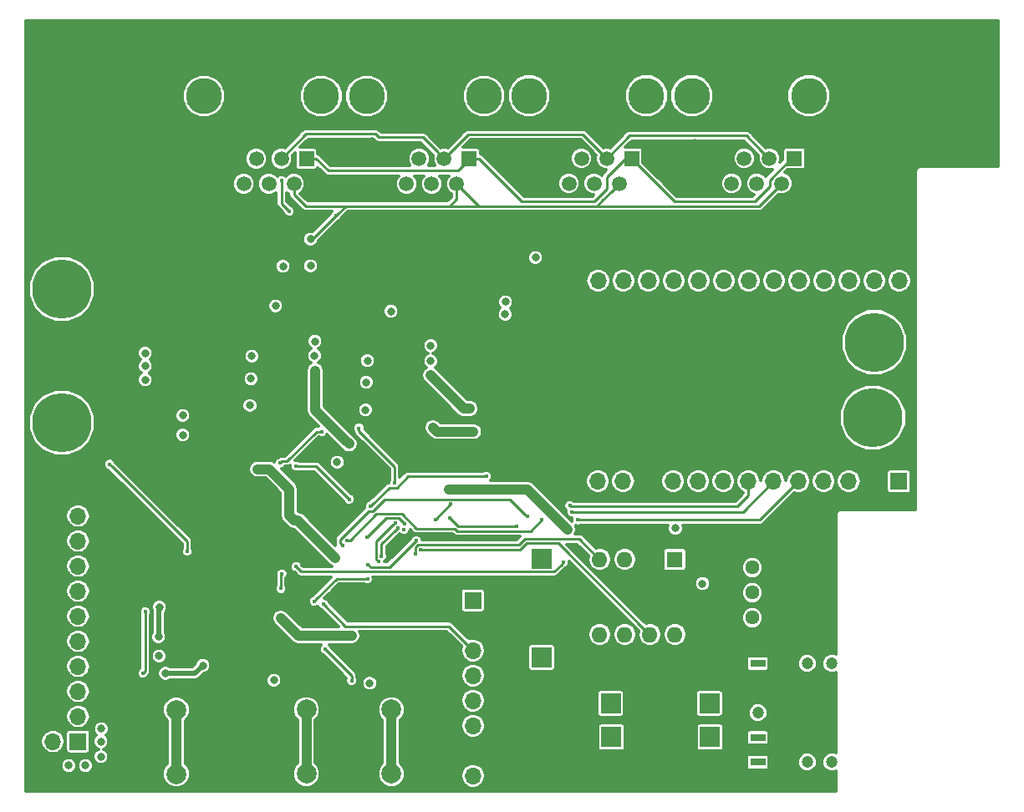
<source format=gbl>
G04 #@! TF.GenerationSoftware,KiCad,Pcbnew,(5.0.0-rc2-dev-340-g7483a73a5)*
G04 #@! TF.CreationDate,2018-06-13T08:56:42+02:00*
G04 #@! TF.ProjectId,AudiA6Main,4175646941364D61696E2E6B69636164,rev?*
G04 #@! TF.SameCoordinates,Original*
G04 #@! TF.FileFunction,Copper,L2,Bot,Signal*
G04 #@! TF.FilePolarity,Positive*
%FSLAX46Y46*%
G04 Gerber Fmt 4.6, Leading zero omitted, Abs format (unit mm)*
G04 Created by KiCad (PCBNEW (5.0.0-rc2-dev-340-g7483a73a5)) date 06/13/18 08:56:42*
%MOMM*%
%LPD*%
G01*
G04 APERTURE LIST*
%ADD10C,8.600000*%
%ADD11R,1.700000X1.700000*%
%ADD12O,1.700000X1.700000*%
%ADD13R,1.500000X0.800000*%
%ADD14C,1.200000*%
%ADD15R,0.800000X1.500000*%
%ADD16C,1.500000*%
%ADD17R,1.500000X1.500000*%
%ADD18C,3.650000*%
%ADD19C,2.000000*%
%ADD20O,1.600000X1.600000*%
%ADD21R,1.600000X1.600000*%
%ADD22C,5.999480*%
%ADD23R,1.998980X1.998980*%
%ADD24C,1.440000*%
%ADD25C,0.800000*%
%ADD26C,0.400000*%
%ADD27C,0.250000*%
%ADD28C,1.000000*%
%ADD29C,0.500000*%
%ADD30C,0.304000*%
G04 APERTURE END LIST*
D10*
X47900000Y-104050000D03*
X133400000Y-104050000D03*
D11*
X95980000Y-122920000D03*
D12*
X98520000Y-122920000D03*
X101060000Y-122920000D03*
X103600000Y-122920000D03*
X106140000Y-122920000D03*
X108680000Y-122920000D03*
X111220000Y-122920000D03*
X113760000Y-122920000D03*
X116300000Y-122920000D03*
X118840000Y-122920000D03*
X121380000Y-122920000D03*
X123920000Y-122920000D03*
X126460000Y-122920000D03*
X129000000Y-122920000D03*
D13*
X114700000Y-161700000D03*
X114700000Y-171700000D03*
X114700000Y-164200000D03*
X114700000Y-169200000D03*
D14*
X114700000Y-166700000D03*
X119700000Y-161700000D03*
X122200000Y-161700000D03*
X119700000Y-171700000D03*
X122200000Y-171700000D03*
D15*
X119700000Y-166700000D03*
D11*
X85850000Y-155300000D03*
D12*
X85850000Y-157840000D03*
X85850000Y-160380000D03*
X85850000Y-162920000D03*
X85850000Y-165460000D03*
X85850000Y-168000000D03*
X85850000Y-170540000D03*
X85850000Y-173080000D03*
D16*
X109499999Y-113054999D03*
X110769999Y-110514999D03*
X112039999Y-113054999D03*
X113309999Y-110514999D03*
X114579999Y-113054999D03*
X115849999Y-110514999D03*
X117119999Y-113054999D03*
D17*
X118389999Y-110514999D03*
D18*
X119879999Y-104164999D03*
X108009999Y-104164999D03*
X91539999Y-104164999D03*
X103409999Y-104164999D03*
D17*
X101919999Y-110514999D03*
D16*
X100649999Y-113054999D03*
X99379999Y-110514999D03*
X98109999Y-113054999D03*
X96839999Y-110514999D03*
X95569999Y-113054999D03*
X94299999Y-110514999D03*
X93029999Y-113054999D03*
X60085000Y-113090000D03*
X61355000Y-110550000D03*
X62625000Y-113090000D03*
X63895000Y-110550000D03*
X65165000Y-113090000D03*
X66435000Y-110550000D03*
X67705000Y-113090000D03*
D17*
X68975000Y-110550000D03*
D18*
X70465000Y-104200000D03*
X58595000Y-104200000D03*
X75095000Y-104200000D03*
X86965000Y-104200000D03*
D17*
X85475000Y-110550000D03*
D16*
X84205000Y-113090000D03*
X82935000Y-110550000D03*
X81665000Y-113090000D03*
X80395000Y-110550000D03*
X79125000Y-113090000D03*
X77855000Y-110550000D03*
X76585000Y-113090000D03*
D12*
X95970000Y-143240000D03*
X98510000Y-143240000D03*
X101050000Y-143240000D03*
X103590000Y-143240000D03*
X106130000Y-143240000D03*
X108670000Y-143240000D03*
X111210000Y-143240000D03*
X113750000Y-143240000D03*
X116290000Y-143240000D03*
X118830000Y-143240000D03*
X121370000Y-143240000D03*
X123910000Y-143240000D03*
X126450000Y-143240000D03*
D11*
X128990000Y-143240000D03*
D19*
X60300000Y-172900000D03*
X55800000Y-172900000D03*
X60300000Y-166400000D03*
X55800000Y-166400000D03*
D20*
X106300000Y-158770000D03*
X98680000Y-151150000D03*
X103760000Y-158770000D03*
X101220000Y-151150000D03*
X101220000Y-158770000D03*
X103760000Y-151150000D03*
X98680000Y-158770000D03*
D21*
X106300000Y-151150000D03*
D19*
X73082500Y-166379999D03*
X77582500Y-166379999D03*
X73082500Y-172879999D03*
X77582500Y-172879999D03*
X68975000Y-172875000D03*
X64475000Y-172875000D03*
X68975000Y-166375000D03*
X64475000Y-166375000D03*
D12*
X43310000Y-146740000D03*
X45850000Y-146740000D03*
X43310000Y-149280000D03*
X45850000Y-149280000D03*
X43310000Y-151820000D03*
X45850000Y-151820000D03*
X43310000Y-154360000D03*
X45850000Y-154360000D03*
X43310000Y-156900000D03*
X45850000Y-156900000D03*
X43310000Y-159440000D03*
X45850000Y-159440000D03*
X43310000Y-161980000D03*
X45850000Y-161980000D03*
X43310000Y-164520000D03*
X45850000Y-164520000D03*
X43310000Y-167060000D03*
X45850000Y-167060000D03*
X43310000Y-169600000D03*
D11*
X45850000Y-169600000D03*
D22*
X126350000Y-136800000D03*
X126500000Y-129150000D03*
X44200000Y-137300000D03*
X44200000Y-123750000D03*
D23*
X109802280Y-165750000D03*
X99799760Y-165750000D03*
X99849760Y-169150000D03*
X109852280Y-169150000D03*
D24*
X114150000Y-151970000D03*
X114150000Y-154510000D03*
X114150000Y-157050000D03*
D10*
X93400000Y-167050000D03*
D23*
X92800000Y-151098740D03*
X92800000Y-161101260D03*
D25*
X75165624Y-141634376D03*
D26*
X70550000Y-138200000D03*
X74300000Y-137850000D03*
X77900000Y-143400000D03*
X66300000Y-141400000D03*
X78858959Y-148125862D03*
D25*
X66600000Y-121450000D03*
X69400000Y-121400000D03*
X119150000Y-156800000D03*
X70500000Y-163450000D03*
X60850000Y-163150000D03*
X95394866Y-148105032D03*
X75400000Y-163700000D03*
X65700000Y-163400000D03*
D26*
X98200000Y-161550000D03*
X80900000Y-148750000D03*
D25*
X73950000Y-143050000D03*
X85900000Y-138200000D03*
X81800000Y-137800000D03*
X83400000Y-144050000D03*
X71900000Y-151000000D03*
X67750000Y-147200000D03*
X67250000Y-144050000D03*
X64050000Y-142000000D03*
X73300000Y-139450000D03*
X85550000Y-135850000D03*
X66300000Y-157100000D03*
X69650000Y-143450000D03*
X75850000Y-144050000D03*
X54700000Y-162700000D03*
X58500000Y-161900000D03*
X73550000Y-158900000D03*
X106350000Y-148000000D03*
X103750000Y-148000000D03*
X56050000Y-143950000D03*
X48200000Y-168300000D03*
X48150000Y-169600000D03*
X48150000Y-171150000D03*
X46600000Y-172050000D03*
X44900000Y-172050000D03*
X89100000Y-126300000D03*
X89150000Y-125050000D03*
X81550000Y-131050000D03*
X89150000Y-129200000D03*
X92350000Y-131300000D03*
X95450000Y-131750000D03*
X92300000Y-126300000D03*
X76050000Y-107250000D03*
X75600000Y-108750000D03*
X75800000Y-110250000D03*
X54000000Y-159000000D03*
X54100000Y-156000000D03*
X51350000Y-138400000D03*
X51350000Y-136500000D03*
X57050000Y-118100000D03*
X58600000Y-120550000D03*
X54300000Y-126750000D03*
X54450000Y-124800000D03*
X59100000Y-134000000D03*
X69800000Y-130500000D03*
D26*
X76500000Y-159300000D03*
X75650000Y-158600000D03*
X58950000Y-149000000D03*
D25*
X54000000Y-153900000D03*
D26*
X50750000Y-118875000D03*
X62400000Y-119200000D03*
X52405939Y-162698416D03*
X73299998Y-145050000D03*
X95000000Y-151450000D03*
X77950000Y-147450000D03*
X78238526Y-147929965D03*
D25*
X69400000Y-118700000D03*
D26*
X71975000Y-116325000D03*
X79994226Y-150614004D03*
X80509780Y-150154311D03*
X69750000Y-155400002D03*
X75225000Y-151650000D03*
X75150000Y-153125000D03*
X83599998Y-145550000D03*
X80097075Y-149218898D03*
X82044083Y-147114990D03*
X73550000Y-163450000D03*
X70850000Y-160250000D03*
X94325000Y-108675000D03*
X108150000Y-107550000D03*
X108325000Y-108775000D03*
D25*
X109100000Y-153600000D03*
X75000000Y-125950000D03*
X75150000Y-128650000D03*
X77500000Y-136100000D03*
X65850000Y-135500000D03*
X63400000Y-128300000D03*
X63250000Y-125550000D03*
D26*
X52650000Y-156450000D03*
X67950000Y-151900000D03*
X70699998Y-155700000D03*
X76250000Y-151374990D03*
X66450000Y-112750000D03*
X67250000Y-115875000D03*
X76575011Y-150850000D03*
X49050000Y-141500000D03*
X56900000Y-150350000D03*
X75118128Y-148864990D03*
X78920011Y-147565959D03*
X83500000Y-146950000D03*
X90250000Y-147800000D03*
X95650000Y-145700000D03*
X75450000Y-145800000D03*
X87200000Y-142750000D03*
D25*
X75150000Y-131000000D03*
X77550000Y-126000000D03*
X65850000Y-125450000D03*
X63450000Y-130550000D03*
X69850000Y-132050000D03*
X69850000Y-129050000D03*
X81550000Y-132500000D03*
X81550000Y-129500000D03*
D26*
X109375000Y-112500000D03*
X109375000Y-97500000D03*
X94375000Y-102500000D03*
X84375000Y-102500000D03*
X94375000Y-107500000D03*
X104375000Y-107500000D03*
X116225000Y-100800000D03*
X106225000Y-100800000D03*
X96225000Y-100800000D03*
X86225000Y-100800000D03*
X56225000Y-100800000D03*
D25*
X56450000Y-138550000D03*
X56450000Y-136550000D03*
X72100000Y-141300000D03*
D26*
X76200000Y-158800000D03*
X103300000Y-161650000D03*
X66400000Y-154100000D03*
X66500000Y-152600000D03*
X67916117Y-141716117D03*
D25*
X58900000Y-146400000D03*
X63350000Y-132850000D03*
X63250000Y-135550000D03*
X75050000Y-133200000D03*
X74950000Y-136000000D03*
X52650000Y-132950000D03*
X52650000Y-131550000D03*
X52650000Y-130250000D03*
X49850000Y-131550000D03*
X92200000Y-120550000D03*
X54050000Y-160950000D03*
D26*
X73100000Y-149200002D03*
X96445549Y-147158161D03*
X92800000Y-147150000D03*
X95850000Y-146350000D03*
X91350000Y-146800000D03*
X72616526Y-149709768D03*
D27*
X66499999Y-141200001D02*
X66999999Y-141200001D01*
X66300000Y-141400000D02*
X66499999Y-141200001D01*
X66999999Y-141200001D02*
X70000000Y-138200000D01*
X70000000Y-138200000D02*
X70500000Y-138200000D01*
X77900000Y-141750000D02*
X74300000Y-138150000D01*
X77900000Y-143400000D02*
X77900000Y-141750000D01*
X74300000Y-138150000D02*
X74300000Y-137850000D01*
D28*
X71800000Y-158900000D02*
X73550000Y-158900000D01*
X68200000Y-158900000D02*
X71800000Y-158900000D01*
X66400000Y-157100000D02*
X68200000Y-158900000D01*
X94994867Y-147705033D02*
X95394866Y-148105032D01*
X91339834Y-144050000D02*
X94994867Y-147705033D01*
X83400000Y-144050000D02*
X91339834Y-144050000D01*
X85900000Y-138200000D02*
X82200000Y-138200000D01*
X82200000Y-138200000D02*
X81800000Y-137800000D01*
X67750000Y-147200000D02*
X68100000Y-147200000D01*
X68100000Y-147200000D02*
X71900000Y-151000000D01*
X67250000Y-146700000D02*
X67750000Y-147200000D01*
X67250000Y-144050000D02*
X67250000Y-146700000D01*
X65200000Y-142000000D02*
X67250000Y-144050000D01*
X64050000Y-142000000D02*
X65200000Y-142000000D01*
X69850000Y-136000000D02*
X72900001Y-139050001D01*
X72900001Y-139050001D02*
X73300000Y-139450000D01*
X69850000Y-132050000D02*
X69850000Y-136000000D01*
X85550000Y-135850000D02*
X84900000Y-135850000D01*
X84900000Y-135850000D02*
X81550000Y-132500000D01*
D29*
X54000000Y-159000000D02*
X54000000Y-156100000D01*
X54000000Y-156100000D02*
X54100000Y-156000000D01*
X54700000Y-162700000D02*
X57700000Y-162700000D01*
X57700000Y-162700000D02*
X58500000Y-161900000D01*
D28*
X58500000Y-146400000D02*
X56050000Y-143950000D01*
X58900000Y-146400000D02*
X58500000Y-146400000D01*
X58950000Y-149000000D02*
X58950000Y-146450000D01*
X58950000Y-146450000D02*
X58900000Y-146400000D01*
D29*
X75600000Y-108750000D02*
X75600000Y-110050000D01*
X75600000Y-110050000D02*
X75800000Y-110250000D01*
D27*
X75800000Y-108950000D02*
X75600000Y-108750000D01*
X52605938Y-162498417D02*
X52405939Y-162698416D01*
X52650000Y-162454355D02*
X52605938Y-162498417D01*
X52650000Y-156450000D02*
X52650000Y-162454355D01*
X73099999Y-144850001D02*
X73299998Y-145050000D01*
X67916117Y-141716117D02*
X69966115Y-141716117D01*
X69966115Y-141716117D02*
X73099999Y-144850001D01*
X67950000Y-151900000D02*
X68449999Y-152399999D01*
X68449999Y-152399999D02*
X94050001Y-152399999D01*
X94800001Y-151649999D02*
X95000000Y-151450000D01*
X94050001Y-152399999D02*
X94800001Y-151649999D01*
X77750001Y-147649999D02*
X77950000Y-147450000D01*
X76050001Y-149349999D02*
X77750001Y-147649999D01*
X76050001Y-151174991D02*
X76050001Y-149349999D01*
X76250000Y-151374990D02*
X76050001Y-151174991D01*
X76575011Y-150850000D02*
X76575011Y-149593480D01*
X76575011Y-149593480D02*
X78038527Y-148129964D01*
X78038527Y-148129964D02*
X78238526Y-147929965D01*
X69600000Y-118700000D02*
X69400000Y-118700000D01*
X71975000Y-116325000D02*
X69600000Y-118700000D01*
X72950000Y-115350000D02*
X72174999Y-116125001D01*
X86475000Y-115350000D02*
X72950000Y-115350000D01*
X72174999Y-116125001D02*
X71975000Y-116325000D01*
X86550000Y-115350000D02*
X86475000Y-115350000D01*
X96619989Y-149089989D02*
X91080168Y-149089989D01*
X98680000Y-151150000D02*
X96619989Y-149089989D01*
X91080168Y-149089989D02*
X90500849Y-149669309D01*
X90500849Y-149669309D02*
X80276978Y-149669309D01*
X80276978Y-149669309D02*
X79994226Y-149952061D01*
X79994226Y-150331162D02*
X79994226Y-150614004D01*
X79994226Y-149952061D02*
X79994226Y-150331162D01*
X103760000Y-158770000D02*
X94490000Y-149500000D01*
X91250000Y-149500000D02*
X90595689Y-150154311D01*
X94490000Y-149500000D02*
X91250000Y-149500000D01*
X90595689Y-150154311D02*
X80792622Y-150154311D01*
X80792622Y-150154311D02*
X80509780Y-150154311D01*
X82185001Y-109800001D02*
X82935000Y-110550000D01*
X76298004Y-108375000D02*
X80760000Y-108375000D01*
X75948002Y-108024998D02*
X76298004Y-108375000D01*
X68960002Y-108024998D02*
X75948002Y-108024998D01*
X66435000Y-110550000D02*
X68960002Y-108024998D01*
X80760000Y-108375000D02*
X82185001Y-109800001D01*
D28*
X55800000Y-166400000D02*
X55800000Y-172900000D01*
D27*
X75150000Y-153125000D02*
X72025002Y-153125000D01*
X69949999Y-155200003D02*
X69750000Y-155400002D01*
X72025002Y-153125000D02*
X69949999Y-155200003D01*
X75225000Y-151650000D02*
X75500000Y-151925000D01*
X77390973Y-151925000D02*
X79897076Y-149418897D01*
X79897076Y-149418897D02*
X80097075Y-149218898D01*
X75500000Y-151925000D02*
X77390973Y-151925000D01*
X83599998Y-145550000D02*
X82044083Y-147105915D01*
X82044083Y-147105915D02*
X82044083Y-147114990D01*
X73550000Y-162950000D02*
X73550000Y-163450000D01*
X70850000Y-160250000D02*
X73550000Y-162950000D01*
D29*
X94299999Y-108700001D02*
X94325000Y-108675000D01*
X94299999Y-110514999D02*
X94299999Y-108700001D01*
X94299999Y-110514999D02*
X94299999Y-111784999D01*
X94299999Y-111784999D02*
X93029999Y-113054999D01*
X109499999Y-111784999D02*
X109499999Y-109949999D01*
X109499999Y-109949999D02*
X108325000Y-108775000D01*
X109499999Y-113054999D02*
X109499999Y-111784999D01*
X109499999Y-111784999D02*
X110769999Y-110514999D01*
D27*
X85850000Y-160380000D02*
X83391993Y-157921993D01*
X83391993Y-157921993D02*
X72921991Y-157921993D01*
X72921991Y-157921993D02*
X70699998Y-155700000D01*
X99400000Y-112375000D02*
X101260001Y-110514999D01*
X99400000Y-113600000D02*
X99400000Y-112375000D01*
X98150000Y-114850000D02*
X99400000Y-113600000D01*
X90775000Y-114850000D02*
X98150000Y-114850000D01*
X85475000Y-110550000D02*
X86475000Y-110550000D01*
X101260001Y-110514999D02*
X101919999Y-110514999D01*
X86475000Y-110550000D02*
X90775000Y-114850000D01*
X115875000Y-112708996D02*
X118068997Y-110514999D01*
X115875000Y-113351000D02*
X115875000Y-112708996D01*
X118068997Y-110514999D02*
X118389999Y-110514999D01*
X114376000Y-114850000D02*
X115875000Y-113351000D01*
X101919999Y-110514999D02*
X101919999Y-110544999D01*
X106225000Y-114850000D02*
X114376000Y-114850000D01*
X101919999Y-110544999D02*
X106225000Y-114850000D01*
X66450000Y-115075000D02*
X66450000Y-112750000D01*
X67250000Y-115875000D02*
X66450000Y-115075000D01*
X69975000Y-110550000D02*
X71175000Y-111750000D01*
X68975000Y-110550000D02*
X69975000Y-110550000D01*
X71175000Y-111750000D02*
X84325000Y-111750000D01*
X84325000Y-111750000D02*
X85475000Y-110600000D01*
X85475000Y-110600000D02*
X85475000Y-110550000D01*
X86550000Y-115350000D02*
X90638589Y-115350000D01*
X90638589Y-115350000D02*
X98354998Y-115350000D01*
X67705000Y-114150660D02*
X68904340Y-115350000D01*
X67705000Y-113090000D02*
X67705000Y-114150660D01*
X68904340Y-115350000D02*
X83475000Y-115350000D01*
X83475000Y-115350000D02*
X84205000Y-114620000D01*
X84205000Y-114620000D02*
X84205000Y-113090000D01*
X99454998Y-115350000D02*
X98354998Y-115350000D01*
X84954999Y-113839999D02*
X84964999Y-113839999D01*
X84205000Y-113090000D02*
X84954999Y-113839999D01*
X84964999Y-113839999D02*
X86475000Y-115350000D01*
X98354998Y-115350000D02*
X98904998Y-114800000D01*
X99454998Y-115350000D02*
X114824998Y-115350000D01*
X114824998Y-115350000D02*
X117119999Y-113054999D01*
D28*
X77582500Y-166379999D02*
X77582500Y-172879999D01*
D27*
X56900000Y-149350000D02*
X49249999Y-141699999D01*
X49249999Y-141699999D02*
X49050000Y-141500000D01*
X56900000Y-150350000D02*
X56900000Y-149350000D01*
D28*
X68975000Y-166375000D02*
X68975000Y-172875000D01*
D27*
X78920011Y-147565959D02*
X78318529Y-146964477D01*
X78318529Y-146964477D02*
X77018641Y-146964477D01*
X75318127Y-148664991D02*
X75118128Y-148864990D01*
X77018641Y-146964477D02*
X75318127Y-148664991D01*
X84350000Y-147800000D02*
X83500000Y-146950000D01*
X90250000Y-147800000D02*
X84350000Y-147800000D01*
X95700000Y-145750000D02*
X95650000Y-145700000D01*
X112650000Y-145750000D02*
X95700000Y-145750000D01*
X113750000Y-144650000D02*
X112650000Y-145750000D01*
X113750000Y-143240000D02*
X113750000Y-144650000D01*
X75649999Y-145600001D02*
X75450000Y-145800000D01*
X79267802Y-142750000D02*
X78132801Y-143885001D01*
X77364999Y-143885001D02*
X75649999Y-145600001D01*
X87200000Y-142750000D02*
X79267802Y-142750000D01*
X78132801Y-143885001D02*
X77364999Y-143885001D01*
X85385010Y-108099990D02*
X96964990Y-108099990D01*
X82935000Y-110550000D02*
X85385010Y-108099990D01*
X98630000Y-109765000D02*
X99379999Y-110514999D01*
X96964990Y-108099990D02*
X98630000Y-109765000D01*
X99379999Y-110514999D02*
X101695008Y-108199990D01*
X101695008Y-108199990D02*
X113534990Y-108199990D01*
X115100000Y-109765000D02*
X115849999Y-110514999D01*
X113534990Y-108199990D02*
X115100000Y-109765000D01*
X66400000Y-152700000D02*
X66400000Y-154100000D01*
X66500000Y-152600000D02*
X66400000Y-152700000D01*
X98904998Y-114800000D02*
X99900000Y-113804998D01*
X99900000Y-113804998D02*
X100649999Y-113054999D01*
X92800000Y-147150000D02*
X91664999Y-148285001D01*
X73382842Y-149200002D02*
X73100000Y-149200002D01*
X84002958Y-148032801D02*
X80104657Y-148032801D01*
X84255158Y-148285001D02*
X84002958Y-148032801D01*
X91664999Y-148285001D02*
X84255158Y-148285001D01*
X76028378Y-146554466D02*
X73382842Y-149200002D01*
X80104657Y-148032801D02*
X78626322Y-146554466D01*
X78626322Y-146554466D02*
X76028378Y-146554466D01*
X118830000Y-143240000D02*
X114911839Y-147158161D01*
X96728391Y-147158161D02*
X96445549Y-147158161D01*
X114911839Y-147158161D02*
X96728391Y-147158161D01*
X76902805Y-145064999D02*
X89614999Y-145064999D01*
X91150001Y-146600001D02*
X91350000Y-146800000D01*
X72616526Y-149709768D02*
X72416527Y-149509769D01*
X75282802Y-146285002D02*
X75682802Y-146285002D01*
X72416527Y-149509769D02*
X72416527Y-149151277D01*
X72416527Y-149151277D02*
X75282802Y-146285002D01*
X89614999Y-145064999D02*
X91150001Y-146600001D01*
X75682802Y-146285002D02*
X76902805Y-145064999D01*
X95850000Y-146350000D02*
X113180000Y-146350000D01*
X113180000Y-146350000D02*
X116290000Y-143240000D01*
D30*
G36*
X139040000Y-111340000D02*
X131250228Y-111340000D01*
X131200000Y-111330009D01*
X131149772Y-111340000D01*
X131001008Y-111369591D01*
X130832311Y-111482311D01*
X130719591Y-111651008D01*
X130680009Y-111850000D01*
X130690001Y-111900233D01*
X130690000Y-146090000D01*
X123150228Y-146090000D01*
X123100000Y-146080009D01*
X123049772Y-146090000D01*
X122901008Y-146119591D01*
X122732311Y-146232311D01*
X122619591Y-146401008D01*
X122580009Y-146600000D01*
X122590000Y-146650227D01*
X122590000Y-160768327D01*
X122400901Y-160690000D01*
X121999099Y-160690000D01*
X121627881Y-160843763D01*
X121343763Y-161127881D01*
X121190000Y-161499099D01*
X121190000Y-161900901D01*
X121343763Y-162272119D01*
X121627881Y-162556237D01*
X121999099Y-162710000D01*
X122400901Y-162710000D01*
X122590001Y-162631673D01*
X122590001Y-170768327D01*
X122400901Y-170690000D01*
X121999099Y-170690000D01*
X121627881Y-170843763D01*
X121343763Y-171127881D01*
X121190000Y-171499099D01*
X121190000Y-171900901D01*
X121343763Y-172272119D01*
X121627881Y-172556237D01*
X121999099Y-172710000D01*
X122400901Y-172710000D01*
X122590001Y-172631673D01*
X122590001Y-174640000D01*
X40560000Y-174640000D01*
X40560000Y-171888881D01*
X44090000Y-171888881D01*
X44090000Y-172211119D01*
X44213315Y-172508828D01*
X44441172Y-172736685D01*
X44738881Y-172860000D01*
X45061119Y-172860000D01*
X45358828Y-172736685D01*
X45586685Y-172508828D01*
X45710000Y-172211119D01*
X45710000Y-171888881D01*
X45790000Y-171888881D01*
X45790000Y-172211119D01*
X45913315Y-172508828D01*
X46141172Y-172736685D01*
X46438881Y-172860000D01*
X46761119Y-172860000D01*
X47058828Y-172736685D01*
X47286685Y-172508828D01*
X47410000Y-172211119D01*
X47410000Y-171888881D01*
X47286685Y-171591172D01*
X47058828Y-171363315D01*
X46761119Y-171240000D01*
X46438881Y-171240000D01*
X46141172Y-171363315D01*
X45913315Y-171591172D01*
X45790000Y-171888881D01*
X45710000Y-171888881D01*
X45586685Y-171591172D01*
X45358828Y-171363315D01*
X45061119Y-171240000D01*
X44738881Y-171240000D01*
X44441172Y-171363315D01*
X44213315Y-171591172D01*
X44090000Y-171888881D01*
X40560000Y-171888881D01*
X40560000Y-169600000D01*
X42025316Y-169600000D01*
X42123107Y-170091627D01*
X42401591Y-170508409D01*
X42818373Y-170786893D01*
X43185906Y-170860000D01*
X43434094Y-170860000D01*
X43801627Y-170786893D01*
X44218409Y-170508409D01*
X44496893Y-170091627D01*
X44581968Y-169663927D01*
X44581968Y-170450000D01*
X44613789Y-170609974D01*
X44704407Y-170745593D01*
X44840026Y-170836211D01*
X45000000Y-170868032D01*
X46700000Y-170868032D01*
X46859974Y-170836211D01*
X46995593Y-170745593D01*
X47086211Y-170609974D01*
X47118032Y-170450000D01*
X47118032Y-169438881D01*
X47340000Y-169438881D01*
X47340000Y-169761119D01*
X47463315Y-170058828D01*
X47691172Y-170286685D01*
X47904383Y-170375000D01*
X47691172Y-170463315D01*
X47463315Y-170691172D01*
X47340000Y-170988881D01*
X47340000Y-171311119D01*
X47463315Y-171608828D01*
X47691172Y-171836685D01*
X47988881Y-171960000D01*
X48311119Y-171960000D01*
X48608828Y-171836685D01*
X48836685Y-171608828D01*
X48960000Y-171311119D01*
X48960000Y-170988881D01*
X48836685Y-170691172D01*
X48608828Y-170463315D01*
X48395617Y-170375000D01*
X48608828Y-170286685D01*
X48836685Y-170058828D01*
X48960000Y-169761119D01*
X48960000Y-169438881D01*
X48836685Y-169141172D01*
X48670513Y-168975000D01*
X48886685Y-168758828D01*
X49010000Y-168461119D01*
X49010000Y-168138881D01*
X48886685Y-167841172D01*
X48658828Y-167613315D01*
X48361119Y-167490000D01*
X48038881Y-167490000D01*
X47741172Y-167613315D01*
X47513315Y-167841172D01*
X47390000Y-168138881D01*
X47390000Y-168461119D01*
X47513315Y-168758828D01*
X47679487Y-168925000D01*
X47463315Y-169141172D01*
X47340000Y-169438881D01*
X47118032Y-169438881D01*
X47118032Y-168750000D01*
X47086211Y-168590026D01*
X46995593Y-168454407D01*
X46859974Y-168363789D01*
X46700000Y-168331968D01*
X45000000Y-168331968D01*
X44840026Y-168363789D01*
X44704407Y-168454407D01*
X44613789Y-168590026D01*
X44581968Y-168750000D01*
X44581968Y-169536073D01*
X44496893Y-169108373D01*
X44218409Y-168691591D01*
X43801627Y-168413107D01*
X43434094Y-168340000D01*
X43185906Y-168340000D01*
X42818373Y-168413107D01*
X42401591Y-168691591D01*
X42123107Y-169108373D01*
X42025316Y-169600000D01*
X40560000Y-169600000D01*
X40560000Y-167060000D01*
X44565316Y-167060000D01*
X44663107Y-167551627D01*
X44941591Y-167968409D01*
X45358373Y-168246893D01*
X45725906Y-168320000D01*
X45974094Y-168320000D01*
X46341627Y-168246893D01*
X46758409Y-167968409D01*
X47036893Y-167551627D01*
X47134684Y-167060000D01*
X47036893Y-166568373D01*
X46758409Y-166151591D01*
X46710431Y-166119533D01*
X54390000Y-166119533D01*
X54390000Y-166680467D01*
X54604659Y-167198701D01*
X54890000Y-167484042D01*
X54890001Y-171815957D01*
X54604659Y-172101299D01*
X54390000Y-172619533D01*
X54390000Y-173180467D01*
X54604659Y-173698701D01*
X55001299Y-174095341D01*
X55519533Y-174310000D01*
X56080467Y-174310000D01*
X56598701Y-174095341D01*
X56995341Y-173698701D01*
X57210000Y-173180467D01*
X57210000Y-172619533D01*
X56995341Y-172101299D01*
X56710000Y-171815958D01*
X56710000Y-167484042D01*
X56995341Y-167198701D01*
X57210000Y-166680467D01*
X57210000Y-166119533D01*
X57199645Y-166094533D01*
X67565000Y-166094533D01*
X67565000Y-166655467D01*
X67779659Y-167173701D01*
X68065000Y-167459042D01*
X68065001Y-171790957D01*
X67779659Y-172076299D01*
X67565000Y-172594533D01*
X67565000Y-173155467D01*
X67779659Y-173673701D01*
X68176299Y-174070341D01*
X68694533Y-174285000D01*
X69255467Y-174285000D01*
X69773701Y-174070341D01*
X70170341Y-173673701D01*
X70385000Y-173155467D01*
X70385000Y-172594533D01*
X70170341Y-172076299D01*
X69885000Y-171790958D01*
X69885000Y-167459042D01*
X70170341Y-167173701D01*
X70385000Y-166655467D01*
X70385000Y-166099532D01*
X76172500Y-166099532D01*
X76172500Y-166660466D01*
X76387159Y-167178700D01*
X76672500Y-167464041D01*
X76672501Y-171795956D01*
X76387159Y-172081298D01*
X76172500Y-172599532D01*
X76172500Y-173160466D01*
X76387159Y-173678700D01*
X76783799Y-174075340D01*
X77302033Y-174289999D01*
X77862967Y-174289999D01*
X78381201Y-174075340D01*
X78777841Y-173678700D01*
X78992500Y-173160466D01*
X78992500Y-173080000D01*
X84565316Y-173080000D01*
X84663107Y-173571627D01*
X84941591Y-173988409D01*
X85358373Y-174266893D01*
X85725906Y-174340000D01*
X85974094Y-174340000D01*
X86341627Y-174266893D01*
X86758409Y-173988409D01*
X87036893Y-173571627D01*
X87134684Y-173080000D01*
X87036893Y-172588373D01*
X86758409Y-172171591D01*
X86341627Y-171893107D01*
X85974094Y-171820000D01*
X85725906Y-171820000D01*
X85358373Y-171893107D01*
X84941591Y-172171591D01*
X84663107Y-172588373D01*
X84565316Y-173080000D01*
X78992500Y-173080000D01*
X78992500Y-172599532D01*
X78777841Y-172081298D01*
X78492500Y-171795957D01*
X78492500Y-171300000D01*
X113531968Y-171300000D01*
X113531968Y-172100000D01*
X113563789Y-172259974D01*
X113654407Y-172395593D01*
X113790026Y-172486211D01*
X113950000Y-172518032D01*
X115450000Y-172518032D01*
X115609974Y-172486211D01*
X115745593Y-172395593D01*
X115836211Y-172259974D01*
X115868032Y-172100000D01*
X115868032Y-171499099D01*
X118690000Y-171499099D01*
X118690000Y-171900901D01*
X118843763Y-172272119D01*
X119127881Y-172556237D01*
X119499099Y-172710000D01*
X119900901Y-172710000D01*
X120272119Y-172556237D01*
X120556237Y-172272119D01*
X120710000Y-171900901D01*
X120710000Y-171499099D01*
X120556237Y-171127881D01*
X120272119Y-170843763D01*
X119900901Y-170690000D01*
X119499099Y-170690000D01*
X119127881Y-170843763D01*
X118843763Y-171127881D01*
X118690000Y-171499099D01*
X115868032Y-171499099D01*
X115868032Y-171300000D01*
X115836211Y-171140026D01*
X115745593Y-171004407D01*
X115609974Y-170913789D01*
X115450000Y-170881968D01*
X113950000Y-170881968D01*
X113790026Y-170913789D01*
X113654407Y-171004407D01*
X113563789Y-171140026D01*
X113531968Y-171300000D01*
X78492500Y-171300000D01*
X78492500Y-168000000D01*
X84565316Y-168000000D01*
X84663107Y-168491627D01*
X84941591Y-168908409D01*
X85358373Y-169186893D01*
X85725906Y-169260000D01*
X85974094Y-169260000D01*
X86341627Y-169186893D01*
X86758409Y-168908409D01*
X87036893Y-168491627D01*
X87104745Y-168150510D01*
X98432238Y-168150510D01*
X98432238Y-170149490D01*
X98464059Y-170309464D01*
X98554677Y-170445083D01*
X98690296Y-170535701D01*
X98850270Y-170567522D01*
X100849250Y-170567522D01*
X101009224Y-170535701D01*
X101144843Y-170445083D01*
X101235461Y-170309464D01*
X101267282Y-170149490D01*
X101267282Y-168150510D01*
X108434758Y-168150510D01*
X108434758Y-170149490D01*
X108466579Y-170309464D01*
X108557197Y-170445083D01*
X108692816Y-170535701D01*
X108852790Y-170567522D01*
X110851770Y-170567522D01*
X111011744Y-170535701D01*
X111147363Y-170445083D01*
X111237981Y-170309464D01*
X111269802Y-170149490D01*
X111269802Y-168800000D01*
X113531968Y-168800000D01*
X113531968Y-169600000D01*
X113563789Y-169759974D01*
X113654407Y-169895593D01*
X113790026Y-169986211D01*
X113950000Y-170018032D01*
X115450000Y-170018032D01*
X115609974Y-169986211D01*
X115745593Y-169895593D01*
X115836211Y-169759974D01*
X115868032Y-169600000D01*
X115868032Y-168800000D01*
X115836211Y-168640026D01*
X115745593Y-168504407D01*
X115609974Y-168413789D01*
X115450000Y-168381968D01*
X113950000Y-168381968D01*
X113790026Y-168413789D01*
X113654407Y-168504407D01*
X113563789Y-168640026D01*
X113531968Y-168800000D01*
X111269802Y-168800000D01*
X111269802Y-168150510D01*
X111237981Y-167990536D01*
X111147363Y-167854917D01*
X111011744Y-167764299D01*
X110851770Y-167732478D01*
X108852790Y-167732478D01*
X108692816Y-167764299D01*
X108557197Y-167854917D01*
X108466579Y-167990536D01*
X108434758Y-168150510D01*
X101267282Y-168150510D01*
X101235461Y-167990536D01*
X101144843Y-167854917D01*
X101009224Y-167764299D01*
X100849250Y-167732478D01*
X98850270Y-167732478D01*
X98690296Y-167764299D01*
X98554677Y-167854917D01*
X98464059Y-167990536D01*
X98432238Y-168150510D01*
X87104745Y-168150510D01*
X87134684Y-168000000D01*
X87036893Y-167508373D01*
X86758409Y-167091591D01*
X86341627Y-166813107D01*
X85974094Y-166740000D01*
X85725906Y-166740000D01*
X85358373Y-166813107D01*
X84941591Y-167091591D01*
X84663107Y-167508373D01*
X84565316Y-168000000D01*
X78492500Y-168000000D01*
X78492500Y-167464041D01*
X78777841Y-167178700D01*
X78992500Y-166660466D01*
X78992500Y-166099532D01*
X78777841Y-165581298D01*
X78656543Y-165460000D01*
X84565316Y-165460000D01*
X84663107Y-165951627D01*
X84941591Y-166368409D01*
X85358373Y-166646893D01*
X85725906Y-166720000D01*
X85974094Y-166720000D01*
X86341627Y-166646893D01*
X86758409Y-166368409D01*
X87036893Y-165951627D01*
X87134684Y-165460000D01*
X87036893Y-164968373D01*
X86891323Y-164750510D01*
X98382238Y-164750510D01*
X98382238Y-166749490D01*
X98414059Y-166909464D01*
X98504677Y-167045083D01*
X98640296Y-167135701D01*
X98800270Y-167167522D01*
X100799250Y-167167522D01*
X100959224Y-167135701D01*
X101094843Y-167045083D01*
X101185461Y-166909464D01*
X101217282Y-166749490D01*
X101217282Y-164750510D01*
X108384758Y-164750510D01*
X108384758Y-166749490D01*
X108416579Y-166909464D01*
X108507197Y-167045083D01*
X108642816Y-167135701D01*
X108802790Y-167167522D01*
X110801770Y-167167522D01*
X110961744Y-167135701D01*
X111097363Y-167045083D01*
X111187981Y-166909464D01*
X111219802Y-166749490D01*
X111219802Y-166499099D01*
X113690000Y-166499099D01*
X113690000Y-166900901D01*
X113843763Y-167272119D01*
X114127881Y-167556237D01*
X114499099Y-167710000D01*
X114900901Y-167710000D01*
X115272119Y-167556237D01*
X115556237Y-167272119D01*
X115710000Y-166900901D01*
X115710000Y-166499099D01*
X115556237Y-166127881D01*
X115272119Y-165843763D01*
X114900901Y-165690000D01*
X114499099Y-165690000D01*
X114127881Y-165843763D01*
X113843763Y-166127881D01*
X113690000Y-166499099D01*
X111219802Y-166499099D01*
X111219802Y-164750510D01*
X111187981Y-164590536D01*
X111097363Y-164454917D01*
X110961744Y-164364299D01*
X110801770Y-164332478D01*
X108802790Y-164332478D01*
X108642816Y-164364299D01*
X108507197Y-164454917D01*
X108416579Y-164590536D01*
X108384758Y-164750510D01*
X101217282Y-164750510D01*
X101185461Y-164590536D01*
X101094843Y-164454917D01*
X100959224Y-164364299D01*
X100799250Y-164332478D01*
X98800270Y-164332478D01*
X98640296Y-164364299D01*
X98504677Y-164454917D01*
X98414059Y-164590536D01*
X98382238Y-164750510D01*
X86891323Y-164750510D01*
X86758409Y-164551591D01*
X86341627Y-164273107D01*
X85974094Y-164200000D01*
X85725906Y-164200000D01*
X85358373Y-164273107D01*
X84941591Y-164551591D01*
X84663107Y-164968373D01*
X84565316Y-165460000D01*
X78656543Y-165460000D01*
X78381201Y-165184658D01*
X77862967Y-164969999D01*
X77302033Y-164969999D01*
X76783799Y-165184658D01*
X76387159Y-165581298D01*
X76172500Y-166099532D01*
X70385000Y-166099532D01*
X70385000Y-166094533D01*
X70170341Y-165576299D01*
X69773701Y-165179659D01*
X69255467Y-164965000D01*
X68694533Y-164965000D01*
X68176299Y-165179659D01*
X67779659Y-165576299D01*
X67565000Y-166094533D01*
X57199645Y-166094533D01*
X56995341Y-165601299D01*
X56598701Y-165204659D01*
X56080467Y-164990000D01*
X55519533Y-164990000D01*
X55001299Y-165204659D01*
X54604659Y-165601299D01*
X54390000Y-166119533D01*
X46710431Y-166119533D01*
X46341627Y-165873107D01*
X45974094Y-165800000D01*
X45725906Y-165800000D01*
X45358373Y-165873107D01*
X44941591Y-166151591D01*
X44663107Y-166568373D01*
X44565316Y-167060000D01*
X40560000Y-167060000D01*
X40560000Y-164520000D01*
X44565316Y-164520000D01*
X44663107Y-165011627D01*
X44941591Y-165428409D01*
X45358373Y-165706893D01*
X45725906Y-165780000D01*
X45974094Y-165780000D01*
X46341627Y-165706893D01*
X46758409Y-165428409D01*
X47036893Y-165011627D01*
X47134684Y-164520000D01*
X47036893Y-164028373D01*
X46758409Y-163611591D01*
X46341627Y-163333107D01*
X45974094Y-163260000D01*
X45725906Y-163260000D01*
X45358373Y-163333107D01*
X44941591Y-163611591D01*
X44663107Y-164028373D01*
X44565316Y-164520000D01*
X40560000Y-164520000D01*
X40560000Y-161980000D01*
X44565316Y-161980000D01*
X44663107Y-162471627D01*
X44941591Y-162888409D01*
X45358373Y-163166893D01*
X45725906Y-163240000D01*
X45974094Y-163240000D01*
X46341627Y-163166893D01*
X46758409Y-162888409D01*
X46966432Y-162577079D01*
X51795939Y-162577079D01*
X51795939Y-162819753D01*
X51888806Y-163043953D01*
X52060402Y-163215549D01*
X52284602Y-163308416D01*
X52527276Y-163308416D01*
X52751476Y-163215549D01*
X52923072Y-163043953D01*
X52996737Y-162866111D01*
X53035713Y-162840068D01*
X53153959Y-162663102D01*
X53178667Y-162538881D01*
X53890000Y-162538881D01*
X53890000Y-162861119D01*
X54013315Y-163158828D01*
X54241172Y-163386685D01*
X54538881Y-163510000D01*
X54861119Y-163510000D01*
X55158828Y-163386685D01*
X55185513Y-163360000D01*
X57635002Y-163360000D01*
X57700000Y-163372929D01*
X57764998Y-163360000D01*
X57765003Y-163360000D01*
X57957519Y-163321706D01*
X58081475Y-163238881D01*
X64890000Y-163238881D01*
X64890000Y-163561119D01*
X65013315Y-163858828D01*
X65241172Y-164086685D01*
X65538881Y-164210000D01*
X65861119Y-164210000D01*
X66158828Y-164086685D01*
X66386685Y-163858828D01*
X66510000Y-163561119D01*
X66510000Y-163238881D01*
X66386685Y-162941172D01*
X66158828Y-162713315D01*
X65861119Y-162590000D01*
X65538881Y-162590000D01*
X65241172Y-162713315D01*
X65013315Y-162941172D01*
X64890000Y-163238881D01*
X58081475Y-163238881D01*
X58175833Y-163175833D01*
X58212655Y-163120725D01*
X58623381Y-162710000D01*
X58661119Y-162710000D01*
X58958828Y-162586685D01*
X59186685Y-162358828D01*
X59310000Y-162061119D01*
X59310000Y-161738881D01*
X59186685Y-161441172D01*
X58958828Y-161213315D01*
X58661119Y-161090000D01*
X58338881Y-161090000D01*
X58041172Y-161213315D01*
X57813315Y-161441172D01*
X57690000Y-161738881D01*
X57690000Y-161776619D01*
X57426620Y-162040000D01*
X55185513Y-162040000D01*
X55158828Y-162013315D01*
X54861119Y-161890000D01*
X54538881Y-161890000D01*
X54241172Y-162013315D01*
X54013315Y-162241172D01*
X53890000Y-162538881D01*
X53178667Y-162538881D01*
X53185000Y-162507047D01*
X53185000Y-162507044D01*
X53195480Y-162454356D01*
X53185000Y-162401668D01*
X53185000Y-160788881D01*
X53240000Y-160788881D01*
X53240000Y-161111119D01*
X53363315Y-161408828D01*
X53591172Y-161636685D01*
X53888881Y-161760000D01*
X54211119Y-161760000D01*
X54508828Y-161636685D01*
X54736685Y-161408828D01*
X54860000Y-161111119D01*
X54860000Y-160788881D01*
X54736685Y-160491172D01*
X54508828Y-160263315D01*
X54211119Y-160140000D01*
X53888881Y-160140000D01*
X53591172Y-160263315D01*
X53363315Y-160491172D01*
X53240000Y-160788881D01*
X53185000Y-160788881D01*
X53185000Y-158838881D01*
X53190000Y-158838881D01*
X53190000Y-159161119D01*
X53313315Y-159458828D01*
X53541172Y-159686685D01*
X53838881Y-159810000D01*
X54161119Y-159810000D01*
X54458828Y-159686685D01*
X54686685Y-159458828D01*
X54810000Y-159161119D01*
X54810000Y-158838881D01*
X54686685Y-158541172D01*
X54660000Y-158514487D01*
X54660000Y-156585513D01*
X54786685Y-156458828D01*
X54910000Y-156161119D01*
X54910000Y-155838881D01*
X54786685Y-155541172D01*
X54558828Y-155313315D01*
X54261119Y-155190000D01*
X53938881Y-155190000D01*
X53641172Y-155313315D01*
X53413315Y-155541172D01*
X53290000Y-155838881D01*
X53290000Y-156161119D01*
X53340001Y-156281832D01*
X53340000Y-158514487D01*
X53313315Y-158541172D01*
X53190000Y-158838881D01*
X53185000Y-158838881D01*
X53185000Y-156752402D01*
X53260000Y-156571337D01*
X53260000Y-156328663D01*
X53167133Y-156104463D01*
X52995537Y-155932867D01*
X52771337Y-155840000D01*
X52528663Y-155840000D01*
X52304463Y-155932867D01*
X52132867Y-156104463D01*
X52040000Y-156328663D01*
X52040000Y-156571337D01*
X52115000Y-156752403D01*
X52115001Y-162158667D01*
X52060402Y-162181283D01*
X51888806Y-162352879D01*
X51795939Y-162577079D01*
X46966432Y-162577079D01*
X47036893Y-162471627D01*
X47134684Y-161980000D01*
X47036893Y-161488373D01*
X46758409Y-161071591D01*
X46341627Y-160793107D01*
X45974094Y-160720000D01*
X45725906Y-160720000D01*
X45358373Y-160793107D01*
X44941591Y-161071591D01*
X44663107Y-161488373D01*
X44565316Y-161980000D01*
X40560000Y-161980000D01*
X40560000Y-159440000D01*
X44565316Y-159440000D01*
X44663107Y-159931627D01*
X44941591Y-160348409D01*
X45358373Y-160626893D01*
X45725906Y-160700000D01*
X45974094Y-160700000D01*
X46341627Y-160626893D01*
X46758409Y-160348409D01*
X47036893Y-159931627D01*
X47134684Y-159440000D01*
X47036893Y-158948373D01*
X46758409Y-158531591D01*
X46341627Y-158253107D01*
X45974094Y-158180000D01*
X45725906Y-158180000D01*
X45358373Y-158253107D01*
X44941591Y-158531591D01*
X44663107Y-158948373D01*
X44565316Y-159440000D01*
X40560000Y-159440000D01*
X40560000Y-156900000D01*
X44565316Y-156900000D01*
X44663107Y-157391627D01*
X44941591Y-157808409D01*
X45358373Y-158086893D01*
X45725906Y-158160000D01*
X45974094Y-158160000D01*
X46341627Y-158086893D01*
X46758409Y-157808409D01*
X47036893Y-157391627D01*
X47134684Y-156900000D01*
X47036893Y-156408373D01*
X46758409Y-155991591D01*
X46341627Y-155713107D01*
X45974094Y-155640000D01*
X45725906Y-155640000D01*
X45358373Y-155713107D01*
X44941591Y-155991591D01*
X44663107Y-156408373D01*
X44565316Y-156900000D01*
X40560000Y-156900000D01*
X40560000Y-154360000D01*
X44565316Y-154360000D01*
X44663107Y-154851627D01*
X44941591Y-155268409D01*
X45358373Y-155546893D01*
X45725906Y-155620000D01*
X45974094Y-155620000D01*
X46341627Y-155546893D01*
X46758409Y-155268409D01*
X47036893Y-154851627D01*
X47134684Y-154360000D01*
X47058832Y-153978663D01*
X65790000Y-153978663D01*
X65790000Y-154221337D01*
X65882867Y-154445537D01*
X66054463Y-154617133D01*
X66278663Y-154710000D01*
X66521337Y-154710000D01*
X66745537Y-154617133D01*
X66917133Y-154445537D01*
X67010000Y-154221337D01*
X67010000Y-153978663D01*
X66935000Y-153797598D01*
X66935000Y-153027670D01*
X67017133Y-152945537D01*
X67110000Y-152721337D01*
X67110000Y-152478663D01*
X67017133Y-152254463D01*
X66845537Y-152082867D01*
X66621337Y-151990000D01*
X66378663Y-151990000D01*
X66154463Y-152082867D01*
X65982867Y-152254463D01*
X65890000Y-152478663D01*
X65890000Y-152521624D01*
X65865000Y-152647309D01*
X65865000Y-152647312D01*
X65854520Y-152700000D01*
X65865000Y-152752688D01*
X65865001Y-153797596D01*
X65790000Y-153978663D01*
X47058832Y-153978663D01*
X47036893Y-153868373D01*
X46758409Y-153451591D01*
X46341627Y-153173107D01*
X45974094Y-153100000D01*
X45725906Y-153100000D01*
X45358373Y-153173107D01*
X44941591Y-153451591D01*
X44663107Y-153868373D01*
X44565316Y-154360000D01*
X40560000Y-154360000D01*
X40560000Y-151820000D01*
X44565316Y-151820000D01*
X44663107Y-152311627D01*
X44941591Y-152728409D01*
X45358373Y-153006893D01*
X45725906Y-153080000D01*
X45974094Y-153080000D01*
X46341627Y-153006893D01*
X46758409Y-152728409D01*
X47036893Y-152311627D01*
X47134684Y-151820000D01*
X47036893Y-151328373D01*
X46758409Y-150911591D01*
X46341627Y-150633107D01*
X45974094Y-150560000D01*
X45725906Y-150560000D01*
X45358373Y-150633107D01*
X44941591Y-150911591D01*
X44663107Y-151328373D01*
X44565316Y-151820000D01*
X40560000Y-151820000D01*
X40560000Y-149280000D01*
X44565316Y-149280000D01*
X44663107Y-149771627D01*
X44941591Y-150188409D01*
X45358373Y-150466893D01*
X45725906Y-150540000D01*
X45974094Y-150540000D01*
X46341627Y-150466893D01*
X46758409Y-150188409D01*
X47036893Y-149771627D01*
X47134684Y-149280000D01*
X47036893Y-148788373D01*
X46758409Y-148371591D01*
X46341627Y-148093107D01*
X45974094Y-148020000D01*
X45725906Y-148020000D01*
X45358373Y-148093107D01*
X44941591Y-148371591D01*
X44663107Y-148788373D01*
X44565316Y-149280000D01*
X40560000Y-149280000D01*
X40560000Y-146740000D01*
X44565316Y-146740000D01*
X44663107Y-147231627D01*
X44941591Y-147648409D01*
X45358373Y-147926893D01*
X45725906Y-148000000D01*
X45974094Y-148000000D01*
X46341627Y-147926893D01*
X46758409Y-147648409D01*
X47036893Y-147231627D01*
X47134684Y-146740000D01*
X47036893Y-146248373D01*
X46758409Y-145831591D01*
X46341627Y-145553107D01*
X45974094Y-145480000D01*
X45725906Y-145480000D01*
X45358373Y-145553107D01*
X44941591Y-145831591D01*
X44663107Y-146248373D01*
X44565316Y-146740000D01*
X40560000Y-146740000D01*
X40560000Y-141378663D01*
X48440000Y-141378663D01*
X48440000Y-141621337D01*
X48532867Y-141845537D01*
X48704463Y-142017133D01*
X48885531Y-142092134D01*
X56365001Y-149571605D01*
X56365000Y-150047597D01*
X56290000Y-150228663D01*
X56290000Y-150471337D01*
X56382867Y-150695537D01*
X56554463Y-150867133D01*
X56778663Y-150960000D01*
X57021337Y-150960000D01*
X57245537Y-150867133D01*
X57417133Y-150695537D01*
X57510000Y-150471337D01*
X57510000Y-150228663D01*
X57435000Y-150047598D01*
X57435000Y-149402687D01*
X57445480Y-149349999D01*
X57435000Y-149297311D01*
X57435000Y-149297308D01*
X57403959Y-149141253D01*
X57285713Y-148964287D01*
X57241044Y-148934440D01*
X50306604Y-142000000D01*
X63122173Y-142000000D01*
X63192800Y-142355064D01*
X63393927Y-142656073D01*
X63694936Y-142857200D01*
X63960378Y-142910000D01*
X64823067Y-142910000D01*
X66340000Y-144426934D01*
X66340001Y-146610374D01*
X66322173Y-146700000D01*
X66392800Y-147055063D01*
X66426778Y-147105915D01*
X66593928Y-147356073D01*
X66669908Y-147406841D01*
X67043157Y-147780090D01*
X67093927Y-147856073D01*
X67362777Y-148035712D01*
X67394936Y-148057200D01*
X67738633Y-148125566D01*
X71319905Y-151706839D01*
X71544936Y-151857200D01*
X71584144Y-151864999D01*
X68671603Y-151864999D01*
X68542134Y-151735530D01*
X68467133Y-151554463D01*
X68295537Y-151382867D01*
X68071337Y-151290000D01*
X67828663Y-151290000D01*
X67604463Y-151382867D01*
X67432867Y-151554463D01*
X67340000Y-151778663D01*
X67340000Y-152021337D01*
X67432867Y-152245537D01*
X67604463Y-152417133D01*
X67785530Y-152492134D01*
X68034438Y-152741042D01*
X68064286Y-152785712D01*
X68241252Y-152903958D01*
X68397307Y-152934999D01*
X68397311Y-152934999D01*
X68449998Y-152945479D01*
X68502685Y-152934999D01*
X71458399Y-152934999D01*
X69608956Y-154784443D01*
X69585531Y-154807868D01*
X69404463Y-154882869D01*
X69232867Y-155054465D01*
X69140000Y-155278665D01*
X69140000Y-155521339D01*
X69232867Y-155745539D01*
X69404463Y-155917135D01*
X69628663Y-156010002D01*
X69871337Y-156010002D01*
X70095537Y-155917135D01*
X70119679Y-155892993D01*
X70182865Y-156045537D01*
X70354461Y-156217133D01*
X70535529Y-156292134D01*
X72233393Y-157990000D01*
X68576935Y-157990000D01*
X66980094Y-156393161D01*
X66755063Y-156242800D01*
X66400000Y-156172173D01*
X66044937Y-156242800D01*
X65743928Y-156443928D01*
X65542800Y-156744937D01*
X65517361Y-156872825D01*
X65490000Y-156938881D01*
X65490000Y-157010378D01*
X65472173Y-157100000D01*
X65490000Y-157189622D01*
X65490000Y-157261119D01*
X65517361Y-157327175D01*
X65542800Y-157455063D01*
X65693161Y-157680094D01*
X67493161Y-159480096D01*
X67543927Y-159556073D01*
X67844936Y-159757200D01*
X68110378Y-159810000D01*
X68199999Y-159827827D01*
X68289620Y-159810000D01*
X70427330Y-159810000D01*
X70332867Y-159904463D01*
X70240000Y-160128663D01*
X70240000Y-160371337D01*
X70332867Y-160595537D01*
X70504463Y-160767133D01*
X70685531Y-160842134D01*
X73007969Y-163164573D01*
X72940000Y-163328663D01*
X72940000Y-163571337D01*
X73032867Y-163795537D01*
X73204463Y-163967133D01*
X73428663Y-164060000D01*
X73671337Y-164060000D01*
X73895537Y-163967133D01*
X74067133Y-163795537D01*
X74160000Y-163571337D01*
X74160000Y-163538881D01*
X74590000Y-163538881D01*
X74590000Y-163861119D01*
X74713315Y-164158828D01*
X74941172Y-164386685D01*
X75238881Y-164510000D01*
X75561119Y-164510000D01*
X75858828Y-164386685D01*
X76086685Y-164158828D01*
X76210000Y-163861119D01*
X76210000Y-163538881D01*
X76086685Y-163241172D01*
X75858828Y-163013315D01*
X75633546Y-162920000D01*
X84565316Y-162920000D01*
X84663107Y-163411627D01*
X84941591Y-163828409D01*
X85358373Y-164106893D01*
X85725906Y-164180000D01*
X85974094Y-164180000D01*
X86341627Y-164106893D01*
X86758409Y-163828409D01*
X87036893Y-163411627D01*
X87134684Y-162920000D01*
X87036893Y-162428373D01*
X86758409Y-162011591D01*
X86341627Y-161733107D01*
X85974094Y-161660000D01*
X85725906Y-161660000D01*
X85358373Y-161733107D01*
X84941591Y-162011591D01*
X84663107Y-162428373D01*
X84565316Y-162920000D01*
X75633546Y-162920000D01*
X75561119Y-162890000D01*
X75238881Y-162890000D01*
X74941172Y-163013315D01*
X74713315Y-163241172D01*
X74590000Y-163538881D01*
X74160000Y-163538881D01*
X74160000Y-163328663D01*
X74085000Y-163147598D01*
X74085000Y-163002688D01*
X74095480Y-162950000D01*
X74085000Y-162897312D01*
X74085000Y-162897308D01*
X74053959Y-162741253D01*
X73935713Y-162564287D01*
X73891044Y-162534440D01*
X71442134Y-160085531D01*
X71367133Y-159904463D01*
X71272670Y-159810000D01*
X73639622Y-159810000D01*
X73905064Y-159757200D01*
X74206073Y-159556073D01*
X74407200Y-159255064D01*
X74477827Y-158900000D01*
X74407200Y-158544936D01*
X74348439Y-158456993D01*
X83170390Y-158456993D01*
X84652930Y-159939535D01*
X84565316Y-160380000D01*
X84663107Y-160871627D01*
X84941591Y-161288409D01*
X85358373Y-161566893D01*
X85725906Y-161640000D01*
X85974094Y-161640000D01*
X86341627Y-161566893D01*
X86758409Y-161288409D01*
X87036893Y-160871627D01*
X87134684Y-160380000D01*
X87079341Y-160101770D01*
X91382478Y-160101770D01*
X91382478Y-162100750D01*
X91414299Y-162260724D01*
X91504917Y-162396343D01*
X91640536Y-162486961D01*
X91800510Y-162518782D01*
X93799490Y-162518782D01*
X93959464Y-162486961D01*
X94095083Y-162396343D01*
X94185701Y-162260724D01*
X94217522Y-162100750D01*
X94217522Y-161300000D01*
X113531968Y-161300000D01*
X113531968Y-162100000D01*
X113563789Y-162259974D01*
X113654407Y-162395593D01*
X113790026Y-162486211D01*
X113950000Y-162518032D01*
X115450000Y-162518032D01*
X115609974Y-162486211D01*
X115745593Y-162395593D01*
X115836211Y-162259974D01*
X115868032Y-162100000D01*
X115868032Y-161499099D01*
X118690000Y-161499099D01*
X118690000Y-161900901D01*
X118843763Y-162272119D01*
X119127881Y-162556237D01*
X119499099Y-162710000D01*
X119900901Y-162710000D01*
X120272119Y-162556237D01*
X120556237Y-162272119D01*
X120710000Y-161900901D01*
X120710000Y-161499099D01*
X120556237Y-161127881D01*
X120272119Y-160843763D01*
X119900901Y-160690000D01*
X119499099Y-160690000D01*
X119127881Y-160843763D01*
X118843763Y-161127881D01*
X118690000Y-161499099D01*
X115868032Y-161499099D01*
X115868032Y-161300000D01*
X115836211Y-161140026D01*
X115745593Y-161004407D01*
X115609974Y-160913789D01*
X115450000Y-160881968D01*
X113950000Y-160881968D01*
X113790026Y-160913789D01*
X113654407Y-161004407D01*
X113563789Y-161140026D01*
X113531968Y-161300000D01*
X94217522Y-161300000D01*
X94217522Y-160101770D01*
X94185701Y-159941796D01*
X94095083Y-159806177D01*
X93959464Y-159715559D01*
X93799490Y-159683738D01*
X91800510Y-159683738D01*
X91640536Y-159715559D01*
X91504917Y-159806177D01*
X91414299Y-159941796D01*
X91382478Y-160101770D01*
X87079341Y-160101770D01*
X87036893Y-159888373D01*
X86758409Y-159471591D01*
X86341627Y-159193107D01*
X85974094Y-159120000D01*
X85725906Y-159120000D01*
X85409535Y-159182930D01*
X84996605Y-158770000D01*
X97446295Y-158770000D01*
X97540205Y-159242118D01*
X97807639Y-159642361D01*
X98207882Y-159909795D01*
X98560827Y-159980000D01*
X98799173Y-159980000D01*
X99152118Y-159909795D01*
X99552361Y-159642361D01*
X99819795Y-159242118D01*
X99913705Y-158770000D01*
X99986295Y-158770000D01*
X100080205Y-159242118D01*
X100347639Y-159642361D01*
X100747882Y-159909795D01*
X101100827Y-159980000D01*
X101339173Y-159980000D01*
X101692118Y-159909795D01*
X102092361Y-159642361D01*
X102359795Y-159242118D01*
X102453705Y-158770000D01*
X102359795Y-158297882D01*
X102092361Y-157897639D01*
X101692118Y-157630205D01*
X101339173Y-157560000D01*
X101100827Y-157560000D01*
X100747882Y-157630205D01*
X100347639Y-157897639D01*
X100080205Y-158297882D01*
X99986295Y-158770000D01*
X99913705Y-158770000D01*
X99819795Y-158297882D01*
X99552361Y-157897639D01*
X99152118Y-157630205D01*
X98799173Y-157560000D01*
X98560827Y-157560000D01*
X98207882Y-157630205D01*
X97807639Y-157897639D01*
X97540205Y-158297882D01*
X97446295Y-158770000D01*
X84996605Y-158770000D01*
X83807555Y-157580952D01*
X83777706Y-157536280D01*
X83600740Y-157418034D01*
X83444685Y-157386993D01*
X83444681Y-157386993D01*
X83391993Y-157376513D01*
X83339305Y-157386993D01*
X73143596Y-157386993D01*
X71292132Y-155535531D01*
X71217131Y-155354463D01*
X71045535Y-155182867D01*
X70821335Y-155090000D01*
X70816605Y-155090000D01*
X71456605Y-154450000D01*
X84581968Y-154450000D01*
X84581968Y-156150000D01*
X84613789Y-156309974D01*
X84704407Y-156445593D01*
X84840026Y-156536211D01*
X85000000Y-156568032D01*
X86700000Y-156568032D01*
X86859974Y-156536211D01*
X86995593Y-156445593D01*
X87086211Y-156309974D01*
X87118032Y-156150000D01*
X87118032Y-154450000D01*
X87086211Y-154290026D01*
X86995593Y-154154407D01*
X86859974Y-154063789D01*
X86700000Y-154031968D01*
X85000000Y-154031968D01*
X84840026Y-154063789D01*
X84704407Y-154154407D01*
X84613789Y-154290026D01*
X84581968Y-154450000D01*
X71456605Y-154450000D01*
X72246606Y-153660000D01*
X74847598Y-153660000D01*
X75028663Y-153735000D01*
X75271337Y-153735000D01*
X75495537Y-153642133D01*
X75667133Y-153470537D01*
X75760000Y-153246337D01*
X75760000Y-153003663D01*
X75731558Y-152934999D01*
X93997313Y-152934999D01*
X94050001Y-152945479D01*
X94102689Y-152934999D01*
X94102693Y-152934999D01*
X94258748Y-152903958D01*
X94435714Y-152785712D01*
X94465563Y-152741040D01*
X95164470Y-152042133D01*
X95345537Y-151967133D01*
X95517133Y-151795537D01*
X95610000Y-151571337D01*
X95610000Y-151376603D01*
X102605451Y-158372056D01*
X102526295Y-158770000D01*
X102620205Y-159242118D01*
X102887639Y-159642361D01*
X103287882Y-159909795D01*
X103640827Y-159980000D01*
X103879173Y-159980000D01*
X104232118Y-159909795D01*
X104632361Y-159642361D01*
X104899795Y-159242118D01*
X104993705Y-158770000D01*
X105066295Y-158770000D01*
X105160205Y-159242118D01*
X105427639Y-159642361D01*
X105827882Y-159909795D01*
X106180827Y-159980000D01*
X106419173Y-159980000D01*
X106772118Y-159909795D01*
X107172361Y-159642361D01*
X107439795Y-159242118D01*
X107533705Y-158770000D01*
X107439795Y-158297882D01*
X107172361Y-157897639D01*
X106772118Y-157630205D01*
X106419173Y-157560000D01*
X106180827Y-157560000D01*
X105827882Y-157630205D01*
X105427639Y-157897639D01*
X105160205Y-158297882D01*
X105066295Y-158770000D01*
X104993705Y-158770000D01*
X104899795Y-158297882D01*
X104632361Y-157897639D01*
X104232118Y-157630205D01*
X103879173Y-157560000D01*
X103640827Y-157560000D01*
X103362056Y-157615451D01*
X102571834Y-156825229D01*
X113020000Y-156825229D01*
X113020000Y-157274771D01*
X113192032Y-157690094D01*
X113509906Y-158007968D01*
X113925229Y-158180000D01*
X114374771Y-158180000D01*
X114790094Y-158007968D01*
X115107968Y-157690094D01*
X115280000Y-157274771D01*
X115280000Y-156825229D01*
X115107968Y-156409906D01*
X114790094Y-156092032D01*
X114374771Y-155920000D01*
X113925229Y-155920000D01*
X113509906Y-156092032D01*
X113192032Y-156409906D01*
X113020000Y-156825229D01*
X102571834Y-156825229D01*
X99185485Y-153438881D01*
X108290000Y-153438881D01*
X108290000Y-153761119D01*
X108413315Y-154058828D01*
X108641172Y-154286685D01*
X108938881Y-154410000D01*
X109261119Y-154410000D01*
X109558828Y-154286685D01*
X109560284Y-154285229D01*
X113020000Y-154285229D01*
X113020000Y-154734771D01*
X113192032Y-155150094D01*
X113509906Y-155467968D01*
X113925229Y-155640000D01*
X114374771Y-155640000D01*
X114790094Y-155467968D01*
X115107968Y-155150094D01*
X115280000Y-154734771D01*
X115280000Y-154285229D01*
X115107968Y-153869906D01*
X114790094Y-153552032D01*
X114374771Y-153380000D01*
X113925229Y-153380000D01*
X113509906Y-153552032D01*
X113192032Y-153869906D01*
X113020000Y-154285229D01*
X109560284Y-154285229D01*
X109786685Y-154058828D01*
X109910000Y-153761119D01*
X109910000Y-153438881D01*
X109786685Y-153141172D01*
X109558828Y-152913315D01*
X109261119Y-152790000D01*
X108938881Y-152790000D01*
X108641172Y-152913315D01*
X108413315Y-153141172D01*
X108290000Y-153438881D01*
X99185485Y-153438881D01*
X95371592Y-149624989D01*
X96398386Y-149624989D01*
X97525451Y-150752055D01*
X97446295Y-151150000D01*
X97540205Y-151622118D01*
X97807639Y-152022361D01*
X98207882Y-152289795D01*
X98560827Y-152360000D01*
X98799173Y-152360000D01*
X99152118Y-152289795D01*
X99552361Y-152022361D01*
X99819795Y-151622118D01*
X99913705Y-151150000D01*
X99986295Y-151150000D01*
X100080205Y-151622118D01*
X100347639Y-152022361D01*
X100747882Y-152289795D01*
X101100827Y-152360000D01*
X101339173Y-152360000D01*
X101692118Y-152289795D01*
X102092361Y-152022361D01*
X102359795Y-151622118D01*
X102453705Y-151150000D01*
X102359795Y-150677882D01*
X102140712Y-150350000D01*
X105081968Y-150350000D01*
X105081968Y-151950000D01*
X105113789Y-152109974D01*
X105204407Y-152245593D01*
X105340026Y-152336211D01*
X105500000Y-152368032D01*
X107100000Y-152368032D01*
X107259974Y-152336211D01*
X107395593Y-152245593D01*
X107486211Y-152109974D01*
X107518032Y-151950000D01*
X107518032Y-151745229D01*
X113020000Y-151745229D01*
X113020000Y-152194771D01*
X113192032Y-152610094D01*
X113509906Y-152927968D01*
X113925229Y-153100000D01*
X114374771Y-153100000D01*
X114790094Y-152927968D01*
X115107968Y-152610094D01*
X115280000Y-152194771D01*
X115280000Y-151745229D01*
X115107968Y-151329906D01*
X114790094Y-151012032D01*
X114374771Y-150840000D01*
X113925229Y-150840000D01*
X113509906Y-151012032D01*
X113192032Y-151329906D01*
X113020000Y-151745229D01*
X107518032Y-151745229D01*
X107518032Y-150350000D01*
X107486211Y-150190026D01*
X107395593Y-150054407D01*
X107259974Y-149963789D01*
X107100000Y-149931968D01*
X105500000Y-149931968D01*
X105340026Y-149963789D01*
X105204407Y-150054407D01*
X105113789Y-150190026D01*
X105081968Y-150350000D01*
X102140712Y-150350000D01*
X102092361Y-150277639D01*
X101692118Y-150010205D01*
X101339173Y-149940000D01*
X101100827Y-149940000D01*
X100747882Y-150010205D01*
X100347639Y-150277639D01*
X100080205Y-150677882D01*
X99986295Y-151150000D01*
X99913705Y-151150000D01*
X99819795Y-150677882D01*
X99552361Y-150277639D01*
X99152118Y-150010205D01*
X98799173Y-149940000D01*
X98560827Y-149940000D01*
X98282055Y-149995451D01*
X97035551Y-148748948D01*
X97005702Y-148704276D01*
X96828736Y-148586030D01*
X96672681Y-148554989D01*
X96672677Y-148554989D01*
X96619989Y-148544509D01*
X96567301Y-148554989D01*
X96188660Y-148554989D01*
X96252066Y-148460095D01*
X96322693Y-148105031D01*
X96252066Y-147749968D01*
X96241265Y-147733803D01*
X96324212Y-147768161D01*
X96566886Y-147768161D01*
X96747951Y-147693161D01*
X105600359Y-147693161D01*
X105540000Y-147838881D01*
X105540000Y-148161119D01*
X105663315Y-148458828D01*
X105891172Y-148686685D01*
X106188881Y-148810000D01*
X106511119Y-148810000D01*
X106808828Y-148686685D01*
X107036685Y-148458828D01*
X107160000Y-148161119D01*
X107160000Y-147838881D01*
X107099641Y-147693161D01*
X114859151Y-147693161D01*
X114911839Y-147703641D01*
X114964527Y-147693161D01*
X114964531Y-147693161D01*
X115120586Y-147662120D01*
X115297552Y-147543874D01*
X115327401Y-147499202D01*
X118389534Y-144437070D01*
X118705906Y-144500000D01*
X118954094Y-144500000D01*
X119321627Y-144426893D01*
X119738409Y-144148409D01*
X120016893Y-143731627D01*
X120100000Y-143313821D01*
X120183107Y-143731627D01*
X120461591Y-144148409D01*
X120878373Y-144426893D01*
X121245906Y-144500000D01*
X121494094Y-144500000D01*
X121861627Y-144426893D01*
X122278409Y-144148409D01*
X122556893Y-143731627D01*
X122640000Y-143313821D01*
X122723107Y-143731627D01*
X123001591Y-144148409D01*
X123418373Y-144426893D01*
X123785906Y-144500000D01*
X124034094Y-144500000D01*
X124401627Y-144426893D01*
X124818409Y-144148409D01*
X125096893Y-143731627D01*
X125194684Y-143240000D01*
X125096893Y-142748373D01*
X124857437Y-142390000D01*
X127721968Y-142390000D01*
X127721968Y-144090000D01*
X127753789Y-144249974D01*
X127844407Y-144385593D01*
X127980026Y-144476211D01*
X128140000Y-144508032D01*
X129840000Y-144508032D01*
X129999974Y-144476211D01*
X130135593Y-144385593D01*
X130226211Y-144249974D01*
X130258032Y-144090000D01*
X130258032Y-142390000D01*
X130226211Y-142230026D01*
X130135593Y-142094407D01*
X129999974Y-142003789D01*
X129840000Y-141971968D01*
X128140000Y-141971968D01*
X127980026Y-142003789D01*
X127844407Y-142094407D01*
X127753789Y-142230026D01*
X127721968Y-142390000D01*
X124857437Y-142390000D01*
X124818409Y-142331591D01*
X124401627Y-142053107D01*
X124034094Y-141980000D01*
X123785906Y-141980000D01*
X123418373Y-142053107D01*
X123001591Y-142331591D01*
X122723107Y-142748373D01*
X122640000Y-143166179D01*
X122556893Y-142748373D01*
X122278409Y-142331591D01*
X121861627Y-142053107D01*
X121494094Y-141980000D01*
X121245906Y-141980000D01*
X120878373Y-142053107D01*
X120461591Y-142331591D01*
X120183107Y-142748373D01*
X120100000Y-143166179D01*
X120016893Y-142748373D01*
X119738409Y-142331591D01*
X119321627Y-142053107D01*
X118954094Y-141980000D01*
X118705906Y-141980000D01*
X118338373Y-142053107D01*
X117921591Y-142331591D01*
X117643107Y-142748373D01*
X117560000Y-143166179D01*
X117476893Y-142748373D01*
X117198409Y-142331591D01*
X116781627Y-142053107D01*
X116414094Y-141980000D01*
X116165906Y-141980000D01*
X115798373Y-142053107D01*
X115381591Y-142331591D01*
X115103107Y-142748373D01*
X115020000Y-143166179D01*
X114936893Y-142748373D01*
X114658409Y-142331591D01*
X114241627Y-142053107D01*
X113874094Y-141980000D01*
X113625906Y-141980000D01*
X113258373Y-142053107D01*
X112841591Y-142331591D01*
X112563107Y-142748373D01*
X112480000Y-143166179D01*
X112396893Y-142748373D01*
X112118409Y-142331591D01*
X111701627Y-142053107D01*
X111334094Y-141980000D01*
X111085906Y-141980000D01*
X110718373Y-142053107D01*
X110301591Y-142331591D01*
X110023107Y-142748373D01*
X109940000Y-143166179D01*
X109856893Y-142748373D01*
X109578409Y-142331591D01*
X109161627Y-142053107D01*
X108794094Y-141980000D01*
X108545906Y-141980000D01*
X108178373Y-142053107D01*
X107761591Y-142331591D01*
X107483107Y-142748373D01*
X107400000Y-143166179D01*
X107316893Y-142748373D01*
X107038409Y-142331591D01*
X106621627Y-142053107D01*
X106254094Y-141980000D01*
X106005906Y-141980000D01*
X105638373Y-142053107D01*
X105221591Y-142331591D01*
X104943107Y-142748373D01*
X104845316Y-143240000D01*
X104943107Y-143731627D01*
X105221591Y-144148409D01*
X105638373Y-144426893D01*
X106005906Y-144500000D01*
X106254094Y-144500000D01*
X106621627Y-144426893D01*
X107038409Y-144148409D01*
X107316893Y-143731627D01*
X107400000Y-143313821D01*
X107483107Y-143731627D01*
X107761591Y-144148409D01*
X108178373Y-144426893D01*
X108545906Y-144500000D01*
X108794094Y-144500000D01*
X109161627Y-144426893D01*
X109578409Y-144148409D01*
X109856893Y-143731627D01*
X109940000Y-143313821D01*
X110023107Y-143731627D01*
X110301591Y-144148409D01*
X110718373Y-144426893D01*
X111085906Y-144500000D01*
X111334094Y-144500000D01*
X111701627Y-144426893D01*
X112118409Y-144148409D01*
X112396893Y-143731627D01*
X112480000Y-143313821D01*
X112563107Y-143731627D01*
X112841591Y-144148409D01*
X113215001Y-144397913D01*
X113215001Y-144428395D01*
X112428397Y-145215000D01*
X96027670Y-145215000D01*
X95995537Y-145182867D01*
X95771337Y-145090000D01*
X95528663Y-145090000D01*
X95304463Y-145182867D01*
X95132867Y-145354463D01*
X95040000Y-145578663D01*
X95040000Y-145821337D01*
X95132867Y-146045537D01*
X95262258Y-146174928D01*
X95240000Y-146228663D01*
X95240000Y-146471337D01*
X95332867Y-146695537D01*
X95504463Y-146867133D01*
X95728663Y-146960000D01*
X95867371Y-146960000D01*
X95835549Y-147036824D01*
X95835549Y-147258782D01*
X95701710Y-147124943D01*
X95701706Y-147124937D01*
X92046677Y-143469910D01*
X91995907Y-143393927D01*
X91765539Y-143240000D01*
X97225316Y-143240000D01*
X97323107Y-143731627D01*
X97601591Y-144148409D01*
X98018373Y-144426893D01*
X98385906Y-144500000D01*
X98634094Y-144500000D01*
X99001627Y-144426893D01*
X99418409Y-144148409D01*
X99696893Y-143731627D01*
X99780000Y-143313821D01*
X99863107Y-143731627D01*
X100141591Y-144148409D01*
X100558373Y-144426893D01*
X100925906Y-144500000D01*
X101174094Y-144500000D01*
X101541627Y-144426893D01*
X101958409Y-144148409D01*
X102236893Y-143731627D01*
X102334684Y-143240000D01*
X102236893Y-142748373D01*
X101958409Y-142331591D01*
X101541627Y-142053107D01*
X101174094Y-141980000D01*
X100925906Y-141980000D01*
X100558373Y-142053107D01*
X100141591Y-142331591D01*
X99863107Y-142748373D01*
X99780000Y-143166179D01*
X99696893Y-142748373D01*
X99418409Y-142331591D01*
X99001627Y-142053107D01*
X98634094Y-141980000D01*
X98385906Y-141980000D01*
X98018373Y-142053107D01*
X97601591Y-142331591D01*
X97323107Y-142748373D01*
X97225316Y-143240000D01*
X91765539Y-143240000D01*
X91694898Y-143192800D01*
X91429456Y-143140000D01*
X91339834Y-143122173D01*
X91250212Y-143140000D01*
X87672670Y-143140000D01*
X87717133Y-143095537D01*
X87810000Y-142871337D01*
X87810000Y-142628663D01*
X87717133Y-142404463D01*
X87545537Y-142232867D01*
X87321337Y-142140000D01*
X87078663Y-142140000D01*
X86897598Y-142215000D01*
X79320490Y-142215000D01*
X79267802Y-142204520D01*
X79215114Y-142215000D01*
X79215110Y-142215000D01*
X79061880Y-142245479D01*
X79059055Y-142246041D01*
X78926758Y-142334439D01*
X78926755Y-142334442D01*
X78882089Y-142364287D01*
X78852243Y-142408954D01*
X78435000Y-142826198D01*
X78435000Y-141802688D01*
X78445480Y-141750000D01*
X78435000Y-141697312D01*
X78435000Y-141697308D01*
X78403959Y-141541253D01*
X78403819Y-141541044D01*
X78315561Y-141408956D01*
X78315558Y-141408953D01*
X78285713Y-141364287D01*
X78241046Y-141334441D01*
X74900610Y-137994007D01*
X74910000Y-137971337D01*
X74910000Y-137800000D01*
X80872173Y-137800000D01*
X80942800Y-138155063D01*
X81093161Y-138380094D01*
X81493158Y-138780092D01*
X81543927Y-138856073D01*
X81844936Y-139057200D01*
X82110378Y-139110000D01*
X82199999Y-139127827D01*
X82289620Y-139110000D01*
X85989622Y-139110000D01*
X86255064Y-139057200D01*
X86556073Y-138856073D01*
X86757200Y-138555064D01*
X86827827Y-138200000D01*
X86757200Y-137844936D01*
X86556073Y-137543927D01*
X86255064Y-137342800D01*
X85989622Y-137290000D01*
X82576933Y-137290000D01*
X82380094Y-137093161D01*
X82155063Y-136942800D01*
X81800000Y-136872173D01*
X81444937Y-136942800D01*
X81143928Y-137143928D01*
X80942800Y-137444937D01*
X80872173Y-137800000D01*
X74910000Y-137800000D01*
X74910000Y-137728663D01*
X74817133Y-137504463D01*
X74645537Y-137332867D01*
X74421337Y-137240000D01*
X74178663Y-137240000D01*
X73954463Y-137332867D01*
X73782867Y-137504463D01*
X73690000Y-137728663D01*
X73690000Y-137971337D01*
X73757597Y-138134530D01*
X73754520Y-138150000D01*
X73765000Y-138202688D01*
X73765000Y-138202691D01*
X73796041Y-138358746D01*
X73914287Y-138535713D01*
X73958959Y-138565562D01*
X77365001Y-141971606D01*
X77365000Y-143097597D01*
X77290000Y-143278663D01*
X77290000Y-143354438D01*
X77156252Y-143381042D01*
X76979286Y-143499288D01*
X76949438Y-143543958D01*
X75308956Y-145184441D01*
X75285531Y-145207866D01*
X75104463Y-145282867D01*
X74932867Y-145454463D01*
X74840000Y-145678663D01*
X74840000Y-145921337D01*
X74854604Y-145956595D01*
X72075484Y-148735717D01*
X72030815Y-148765564D01*
X72000968Y-148810233D01*
X72000967Y-148810234D01*
X71912568Y-148942531D01*
X71899937Y-149006034D01*
X71881527Y-149098585D01*
X71881527Y-149098589D01*
X71871047Y-149151277D01*
X71881527Y-149203965D01*
X71881527Y-149457081D01*
X71871047Y-149509769D01*
X71881527Y-149562457D01*
X71881527Y-149562460D01*
X71912568Y-149718515D01*
X71926904Y-149739970D01*
X68806843Y-146619910D01*
X68756073Y-146543927D01*
X68455064Y-146342800D01*
X68189622Y-146290000D01*
X68160000Y-146284108D01*
X68160000Y-144139622D01*
X68177827Y-144050000D01*
X68107200Y-143694936D01*
X68094717Y-143676254D01*
X67906073Y-143393927D01*
X67830093Y-143343159D01*
X66474792Y-141987858D01*
X66645537Y-141917133D01*
X66817133Y-141745537D01*
X66821497Y-141735001D01*
X66947311Y-141735001D01*
X66999999Y-141745481D01*
X67052687Y-141735001D01*
X67052691Y-141735001D01*
X67208746Y-141703960D01*
X67306117Y-141638898D01*
X67306117Y-141837454D01*
X67398984Y-142061654D01*
X67570580Y-142233250D01*
X67794780Y-142326117D01*
X68037454Y-142326117D01*
X68218519Y-142251117D01*
X69744512Y-142251117D01*
X72707865Y-145214471D01*
X72782865Y-145395537D01*
X72954461Y-145567133D01*
X73178661Y-145660000D01*
X73421335Y-145660000D01*
X73645535Y-145567133D01*
X73817131Y-145395537D01*
X73909998Y-145171337D01*
X73909998Y-144928663D01*
X73817131Y-144704463D01*
X73645535Y-144532867D01*
X73464469Y-144457867D01*
X70381677Y-141375076D01*
X70351828Y-141330404D01*
X70174862Y-141212158D01*
X70018807Y-141181117D01*
X70018803Y-141181117D01*
X69966115Y-141170637D01*
X69913427Y-141181117D01*
X68218519Y-141181117D01*
X68116553Y-141138881D01*
X71290000Y-141138881D01*
X71290000Y-141461119D01*
X71413315Y-141758828D01*
X71641172Y-141986685D01*
X71938881Y-142110000D01*
X72261119Y-142110000D01*
X72558828Y-141986685D01*
X72786685Y-141758828D01*
X72910000Y-141461119D01*
X72910000Y-141138881D01*
X72786685Y-140841172D01*
X72558828Y-140613315D01*
X72261119Y-140490000D01*
X71938881Y-140490000D01*
X71641172Y-140613315D01*
X71413315Y-140841172D01*
X71290000Y-141138881D01*
X68116553Y-141138881D01*
X68037454Y-141106117D01*
X67850486Y-141106117D01*
X70221604Y-138735000D01*
X70247598Y-138735000D01*
X70428663Y-138810000D01*
X70671337Y-138810000D01*
X70895537Y-138717133D01*
X71067133Y-138545537D01*
X71079279Y-138516213D01*
X72319906Y-139756840D01*
X72319909Y-139756842D01*
X72719906Y-140156839D01*
X72944936Y-140307200D01*
X73299999Y-140377827D01*
X73655063Y-140307200D01*
X73956072Y-140106072D01*
X74157200Y-139805063D01*
X74227827Y-139449999D01*
X74157200Y-139094936D01*
X74006839Y-138869906D01*
X73606842Y-138469909D01*
X73606840Y-138469906D01*
X70975815Y-135838881D01*
X74140000Y-135838881D01*
X74140000Y-136161119D01*
X74263315Y-136458828D01*
X74491172Y-136686685D01*
X74788881Y-136810000D01*
X75111119Y-136810000D01*
X75408828Y-136686685D01*
X75636685Y-136458828D01*
X75760000Y-136161119D01*
X75760000Y-135838881D01*
X75636685Y-135541172D01*
X75408828Y-135313315D01*
X75111119Y-135190000D01*
X74788881Y-135190000D01*
X74491172Y-135313315D01*
X74263315Y-135541172D01*
X74140000Y-135838881D01*
X70975815Y-135838881D01*
X70760000Y-135623067D01*
X70760000Y-133038881D01*
X74240000Y-133038881D01*
X74240000Y-133361119D01*
X74363315Y-133658828D01*
X74591172Y-133886685D01*
X74888881Y-134010000D01*
X75211119Y-134010000D01*
X75508828Y-133886685D01*
X75736685Y-133658828D01*
X75860000Y-133361119D01*
X75860000Y-133038881D01*
X75736685Y-132741172D01*
X75508828Y-132513315D01*
X75476683Y-132500000D01*
X80622173Y-132500000D01*
X80692800Y-132855063D01*
X80843161Y-133080094D01*
X84193161Y-136430096D01*
X84243927Y-136506073D01*
X84544936Y-136707200D01*
X84810378Y-136760000D01*
X84899999Y-136777827D01*
X84989620Y-136760000D01*
X85639622Y-136760000D01*
X85905064Y-136707200D01*
X86206073Y-136506073D01*
X86407200Y-136205064D01*
X86423770Y-136121760D01*
X122940260Y-136121760D01*
X122940260Y-137478240D01*
X123459362Y-138731463D01*
X124418537Y-139690638D01*
X125671760Y-140209740D01*
X127028240Y-140209740D01*
X128281463Y-139690638D01*
X129240638Y-138731463D01*
X129759740Y-137478240D01*
X129759740Y-136121760D01*
X129240638Y-134868537D01*
X128281463Y-133909362D01*
X127028240Y-133390260D01*
X125671760Y-133390260D01*
X124418537Y-133909362D01*
X123459362Y-134868537D01*
X122940260Y-136121760D01*
X86423770Y-136121760D01*
X86477827Y-135850000D01*
X86407200Y-135494936D01*
X86206073Y-135193927D01*
X85905064Y-134992800D01*
X85639622Y-134940000D01*
X85276935Y-134940000D01*
X82130094Y-131793161D01*
X82023545Y-131721968D01*
X82236685Y-131508828D01*
X82360000Y-131211119D01*
X82360000Y-130888881D01*
X82236685Y-130591172D01*
X82008828Y-130363315D01*
X81795617Y-130275000D01*
X82008828Y-130186685D01*
X82236685Y-129958828D01*
X82360000Y-129661119D01*
X82360000Y-129338881D01*
X82236685Y-129041172D01*
X82008828Y-128813315D01*
X81711119Y-128690000D01*
X81388881Y-128690000D01*
X81091172Y-128813315D01*
X80863315Y-129041172D01*
X80740000Y-129338881D01*
X80740000Y-129661119D01*
X80863315Y-129958828D01*
X81091172Y-130186685D01*
X81304383Y-130275000D01*
X81091172Y-130363315D01*
X80863315Y-130591172D01*
X80740000Y-130888881D01*
X80740000Y-131211119D01*
X80863315Y-131508828D01*
X81076455Y-131721968D01*
X80893928Y-131843928D01*
X80692800Y-132144937D01*
X80622173Y-132500000D01*
X75476683Y-132500000D01*
X75211119Y-132390000D01*
X74888881Y-132390000D01*
X74591172Y-132513315D01*
X74363315Y-132741172D01*
X74240000Y-133038881D01*
X70760000Y-133038881D01*
X70760000Y-131960378D01*
X70707200Y-131694936D01*
X70506073Y-131393927D01*
X70219989Y-131202773D01*
X70258828Y-131186685D01*
X70486685Y-130958828D01*
X70536368Y-130838881D01*
X74340000Y-130838881D01*
X74340000Y-131161119D01*
X74463315Y-131458828D01*
X74691172Y-131686685D01*
X74988881Y-131810000D01*
X75311119Y-131810000D01*
X75608828Y-131686685D01*
X75836685Y-131458828D01*
X75960000Y-131161119D01*
X75960000Y-130838881D01*
X75836685Y-130541172D01*
X75608828Y-130313315D01*
X75311119Y-130190000D01*
X74988881Y-130190000D01*
X74691172Y-130313315D01*
X74463315Y-130541172D01*
X74340000Y-130838881D01*
X70536368Y-130838881D01*
X70610000Y-130661119D01*
X70610000Y-130338881D01*
X70486685Y-130041172D01*
X70258828Y-129813315D01*
X70191327Y-129785355D01*
X70308828Y-129736685D01*
X70536685Y-129508828D01*
X70660000Y-129211119D01*
X70660000Y-128888881D01*
X70536685Y-128591172D01*
X70417273Y-128471760D01*
X123090260Y-128471760D01*
X123090260Y-129828240D01*
X123609362Y-131081463D01*
X124568537Y-132040638D01*
X125821760Y-132559740D01*
X127178240Y-132559740D01*
X128431463Y-132040638D01*
X129390638Y-131081463D01*
X129909740Y-129828240D01*
X129909740Y-128471760D01*
X129390638Y-127218537D01*
X128431463Y-126259362D01*
X127178240Y-125740260D01*
X125821760Y-125740260D01*
X124568537Y-126259362D01*
X123609362Y-127218537D01*
X123090260Y-128471760D01*
X70417273Y-128471760D01*
X70308828Y-128363315D01*
X70011119Y-128240000D01*
X69688881Y-128240000D01*
X69391172Y-128363315D01*
X69163315Y-128591172D01*
X69040000Y-128888881D01*
X69040000Y-129211119D01*
X69163315Y-129508828D01*
X69391172Y-129736685D01*
X69458673Y-129764645D01*
X69341172Y-129813315D01*
X69113315Y-130041172D01*
X68990000Y-130338881D01*
X68990000Y-130661119D01*
X69113315Y-130958828D01*
X69341172Y-131186685D01*
X69441742Y-131228343D01*
X69193927Y-131393927D01*
X68992800Y-131694937D01*
X68940000Y-131960379D01*
X68940001Y-135910374D01*
X68922173Y-136000000D01*
X68992800Y-136355063D01*
X69062134Y-136458828D01*
X69193928Y-136656073D01*
X69269908Y-136706841D01*
X70228067Y-137665000D01*
X70052687Y-137665000D01*
X69999999Y-137654520D01*
X69947311Y-137665000D01*
X69947308Y-137665000D01*
X69791253Y-137696041D01*
X69614287Y-137814287D01*
X69584440Y-137858957D01*
X66778396Y-140665001D01*
X66552686Y-140665001D01*
X66499998Y-140654521D01*
X66447310Y-140665001D01*
X66447307Y-140665001D01*
X66291252Y-140696042D01*
X66114286Y-140814288D01*
X66112089Y-140817576D01*
X65954463Y-140882867D01*
X65782867Y-141054463D01*
X65704827Y-141242868D01*
X65555064Y-141142800D01*
X65289622Y-141090000D01*
X65200000Y-141072173D01*
X65110378Y-141090000D01*
X63960378Y-141090000D01*
X63694936Y-141142800D01*
X63393927Y-141343927D01*
X63192800Y-141644936D01*
X63122173Y-142000000D01*
X50306604Y-142000000D01*
X49642134Y-141335531D01*
X49567133Y-141154463D01*
X49395537Y-140982867D01*
X49171337Y-140890000D01*
X48928663Y-140890000D01*
X48704463Y-140982867D01*
X48532867Y-141154463D01*
X48440000Y-141378663D01*
X40560000Y-141378663D01*
X40560000Y-136621760D01*
X40790260Y-136621760D01*
X40790260Y-137978240D01*
X41309362Y-139231463D01*
X42268537Y-140190638D01*
X43521760Y-140709740D01*
X44878240Y-140709740D01*
X46131463Y-140190638D01*
X47090638Y-139231463D01*
X47439646Y-138388881D01*
X55640000Y-138388881D01*
X55640000Y-138711119D01*
X55763315Y-139008828D01*
X55991172Y-139236685D01*
X56288881Y-139360000D01*
X56611119Y-139360000D01*
X56908828Y-139236685D01*
X57136685Y-139008828D01*
X57260000Y-138711119D01*
X57260000Y-138388881D01*
X57136685Y-138091172D01*
X56908828Y-137863315D01*
X56611119Y-137740000D01*
X56288881Y-137740000D01*
X55991172Y-137863315D01*
X55763315Y-138091172D01*
X55640000Y-138388881D01*
X47439646Y-138388881D01*
X47609740Y-137978240D01*
X47609740Y-136621760D01*
X47513279Y-136388881D01*
X55640000Y-136388881D01*
X55640000Y-136711119D01*
X55763315Y-137008828D01*
X55991172Y-137236685D01*
X56288881Y-137360000D01*
X56611119Y-137360000D01*
X56908828Y-137236685D01*
X57136685Y-137008828D01*
X57260000Y-136711119D01*
X57260000Y-136388881D01*
X57136685Y-136091172D01*
X56908828Y-135863315D01*
X56611119Y-135740000D01*
X56288881Y-135740000D01*
X55991172Y-135863315D01*
X55763315Y-136091172D01*
X55640000Y-136388881D01*
X47513279Y-136388881D01*
X47099065Y-135388881D01*
X62440000Y-135388881D01*
X62440000Y-135711119D01*
X62563315Y-136008828D01*
X62791172Y-136236685D01*
X63088881Y-136360000D01*
X63411119Y-136360000D01*
X63708828Y-136236685D01*
X63936685Y-136008828D01*
X64060000Y-135711119D01*
X64060000Y-135388881D01*
X63936685Y-135091172D01*
X63708828Y-134863315D01*
X63411119Y-134740000D01*
X63088881Y-134740000D01*
X62791172Y-134863315D01*
X62563315Y-135091172D01*
X62440000Y-135388881D01*
X47099065Y-135388881D01*
X47090638Y-135368537D01*
X46131463Y-134409362D01*
X44878240Y-133890260D01*
X43521760Y-133890260D01*
X42268537Y-134409362D01*
X41309362Y-135368537D01*
X40790260Y-136621760D01*
X40560000Y-136621760D01*
X40560000Y-130088881D01*
X51840000Y-130088881D01*
X51840000Y-130411119D01*
X51963315Y-130708828D01*
X52154487Y-130900000D01*
X51963315Y-131091172D01*
X51840000Y-131388881D01*
X51840000Y-131711119D01*
X51963315Y-132008828D01*
X52191172Y-132236685D01*
X52223317Y-132250000D01*
X52191172Y-132263315D01*
X51963315Y-132491172D01*
X51840000Y-132788881D01*
X51840000Y-133111119D01*
X51963315Y-133408828D01*
X52191172Y-133636685D01*
X52488881Y-133760000D01*
X52811119Y-133760000D01*
X53108828Y-133636685D01*
X53336685Y-133408828D01*
X53460000Y-133111119D01*
X53460000Y-132788881D01*
X53418579Y-132688881D01*
X62540000Y-132688881D01*
X62540000Y-133011119D01*
X62663315Y-133308828D01*
X62891172Y-133536685D01*
X63188881Y-133660000D01*
X63511119Y-133660000D01*
X63808828Y-133536685D01*
X64036685Y-133308828D01*
X64160000Y-133011119D01*
X64160000Y-132688881D01*
X64036685Y-132391172D01*
X63808828Y-132163315D01*
X63511119Y-132040000D01*
X63188881Y-132040000D01*
X62891172Y-132163315D01*
X62663315Y-132391172D01*
X62540000Y-132688881D01*
X53418579Y-132688881D01*
X53336685Y-132491172D01*
X53108828Y-132263315D01*
X53076683Y-132250000D01*
X53108828Y-132236685D01*
X53336685Y-132008828D01*
X53460000Y-131711119D01*
X53460000Y-131388881D01*
X53336685Y-131091172D01*
X53145513Y-130900000D01*
X53336685Y-130708828D01*
X53460000Y-130411119D01*
X53460000Y-130388881D01*
X62640000Y-130388881D01*
X62640000Y-130711119D01*
X62763315Y-131008828D01*
X62991172Y-131236685D01*
X63288881Y-131360000D01*
X63611119Y-131360000D01*
X63908828Y-131236685D01*
X64136685Y-131008828D01*
X64260000Y-130711119D01*
X64260000Y-130388881D01*
X64136685Y-130091172D01*
X63908828Y-129863315D01*
X63611119Y-129740000D01*
X63288881Y-129740000D01*
X62991172Y-129863315D01*
X62763315Y-130091172D01*
X62640000Y-130388881D01*
X53460000Y-130388881D01*
X53460000Y-130088881D01*
X53336685Y-129791172D01*
X53108828Y-129563315D01*
X52811119Y-129440000D01*
X52488881Y-129440000D01*
X52191172Y-129563315D01*
X51963315Y-129791172D01*
X51840000Y-130088881D01*
X40560000Y-130088881D01*
X40560000Y-123071760D01*
X40790260Y-123071760D01*
X40790260Y-124428240D01*
X41309362Y-125681463D01*
X42268537Y-126640638D01*
X43521760Y-127159740D01*
X44878240Y-127159740D01*
X46131463Y-126640638D01*
X47090638Y-125681463D01*
X47253250Y-125288881D01*
X65040000Y-125288881D01*
X65040000Y-125611119D01*
X65163315Y-125908828D01*
X65391172Y-126136685D01*
X65688881Y-126260000D01*
X66011119Y-126260000D01*
X66308828Y-126136685D01*
X66536685Y-125908828D01*
X66565657Y-125838881D01*
X76740000Y-125838881D01*
X76740000Y-126161119D01*
X76863315Y-126458828D01*
X77091172Y-126686685D01*
X77388881Y-126810000D01*
X77711119Y-126810000D01*
X78008828Y-126686685D01*
X78236685Y-126458828D01*
X78360000Y-126161119D01*
X78360000Y-126138881D01*
X88290000Y-126138881D01*
X88290000Y-126461119D01*
X88413315Y-126758828D01*
X88641172Y-126986685D01*
X88938881Y-127110000D01*
X89261119Y-127110000D01*
X89558828Y-126986685D01*
X89786685Y-126758828D01*
X89910000Y-126461119D01*
X89910000Y-126138881D01*
X89786685Y-125841172D01*
X89645513Y-125700000D01*
X89836685Y-125508828D01*
X89960000Y-125211119D01*
X89960000Y-124888881D01*
X89836685Y-124591172D01*
X89608828Y-124363315D01*
X89311119Y-124240000D01*
X88988881Y-124240000D01*
X88691172Y-124363315D01*
X88463315Y-124591172D01*
X88340000Y-124888881D01*
X88340000Y-125211119D01*
X88463315Y-125508828D01*
X88604487Y-125650000D01*
X88413315Y-125841172D01*
X88290000Y-126138881D01*
X78360000Y-126138881D01*
X78360000Y-125838881D01*
X78236685Y-125541172D01*
X78008828Y-125313315D01*
X77711119Y-125190000D01*
X77388881Y-125190000D01*
X77091172Y-125313315D01*
X76863315Y-125541172D01*
X76740000Y-125838881D01*
X66565657Y-125838881D01*
X66660000Y-125611119D01*
X66660000Y-125288881D01*
X66536685Y-124991172D01*
X66308828Y-124763315D01*
X66011119Y-124640000D01*
X65688881Y-124640000D01*
X65391172Y-124763315D01*
X65163315Y-124991172D01*
X65040000Y-125288881D01*
X47253250Y-125288881D01*
X47609740Y-124428240D01*
X47609740Y-123071760D01*
X47546879Y-122920000D01*
X97235316Y-122920000D01*
X97333107Y-123411627D01*
X97611591Y-123828409D01*
X98028373Y-124106893D01*
X98395906Y-124180000D01*
X98644094Y-124180000D01*
X99011627Y-124106893D01*
X99428409Y-123828409D01*
X99706893Y-123411627D01*
X99790000Y-122993821D01*
X99873107Y-123411627D01*
X100151591Y-123828409D01*
X100568373Y-124106893D01*
X100935906Y-124180000D01*
X101184094Y-124180000D01*
X101551627Y-124106893D01*
X101968409Y-123828409D01*
X102246893Y-123411627D01*
X102330000Y-122993821D01*
X102413107Y-123411627D01*
X102691591Y-123828409D01*
X103108373Y-124106893D01*
X103475906Y-124180000D01*
X103724094Y-124180000D01*
X104091627Y-124106893D01*
X104508409Y-123828409D01*
X104786893Y-123411627D01*
X104870000Y-122993821D01*
X104953107Y-123411627D01*
X105231591Y-123828409D01*
X105648373Y-124106893D01*
X106015906Y-124180000D01*
X106264094Y-124180000D01*
X106631627Y-124106893D01*
X107048409Y-123828409D01*
X107326893Y-123411627D01*
X107410000Y-122993821D01*
X107493107Y-123411627D01*
X107771591Y-123828409D01*
X108188373Y-124106893D01*
X108555906Y-124180000D01*
X108804094Y-124180000D01*
X109171627Y-124106893D01*
X109588409Y-123828409D01*
X109866893Y-123411627D01*
X109950000Y-122993821D01*
X110033107Y-123411627D01*
X110311591Y-123828409D01*
X110728373Y-124106893D01*
X111095906Y-124180000D01*
X111344094Y-124180000D01*
X111711627Y-124106893D01*
X112128409Y-123828409D01*
X112406893Y-123411627D01*
X112490000Y-122993821D01*
X112573107Y-123411627D01*
X112851591Y-123828409D01*
X113268373Y-124106893D01*
X113635906Y-124180000D01*
X113884094Y-124180000D01*
X114251627Y-124106893D01*
X114668409Y-123828409D01*
X114946893Y-123411627D01*
X115030000Y-122993821D01*
X115113107Y-123411627D01*
X115391591Y-123828409D01*
X115808373Y-124106893D01*
X116175906Y-124180000D01*
X116424094Y-124180000D01*
X116791627Y-124106893D01*
X117208409Y-123828409D01*
X117486893Y-123411627D01*
X117570000Y-122993821D01*
X117653107Y-123411627D01*
X117931591Y-123828409D01*
X118348373Y-124106893D01*
X118715906Y-124180000D01*
X118964094Y-124180000D01*
X119331627Y-124106893D01*
X119748409Y-123828409D01*
X120026893Y-123411627D01*
X120110000Y-122993821D01*
X120193107Y-123411627D01*
X120471591Y-123828409D01*
X120888373Y-124106893D01*
X121255906Y-124180000D01*
X121504094Y-124180000D01*
X121871627Y-124106893D01*
X122288409Y-123828409D01*
X122566893Y-123411627D01*
X122650000Y-122993821D01*
X122733107Y-123411627D01*
X123011591Y-123828409D01*
X123428373Y-124106893D01*
X123795906Y-124180000D01*
X124044094Y-124180000D01*
X124411627Y-124106893D01*
X124828409Y-123828409D01*
X125106893Y-123411627D01*
X125190000Y-122993821D01*
X125273107Y-123411627D01*
X125551591Y-123828409D01*
X125968373Y-124106893D01*
X126335906Y-124180000D01*
X126584094Y-124180000D01*
X126951627Y-124106893D01*
X127368409Y-123828409D01*
X127646893Y-123411627D01*
X127730000Y-122993821D01*
X127813107Y-123411627D01*
X128091591Y-123828409D01*
X128508373Y-124106893D01*
X128875906Y-124180000D01*
X129124094Y-124180000D01*
X129491627Y-124106893D01*
X129908409Y-123828409D01*
X130186893Y-123411627D01*
X130284684Y-122920000D01*
X130186893Y-122428373D01*
X129908409Y-122011591D01*
X129491627Y-121733107D01*
X129124094Y-121660000D01*
X128875906Y-121660000D01*
X128508373Y-121733107D01*
X128091591Y-122011591D01*
X127813107Y-122428373D01*
X127730000Y-122846179D01*
X127646893Y-122428373D01*
X127368409Y-122011591D01*
X126951627Y-121733107D01*
X126584094Y-121660000D01*
X126335906Y-121660000D01*
X125968373Y-121733107D01*
X125551591Y-122011591D01*
X125273107Y-122428373D01*
X125190000Y-122846179D01*
X125106893Y-122428373D01*
X124828409Y-122011591D01*
X124411627Y-121733107D01*
X124044094Y-121660000D01*
X123795906Y-121660000D01*
X123428373Y-121733107D01*
X123011591Y-122011591D01*
X122733107Y-122428373D01*
X122650000Y-122846179D01*
X122566893Y-122428373D01*
X122288409Y-122011591D01*
X121871627Y-121733107D01*
X121504094Y-121660000D01*
X121255906Y-121660000D01*
X120888373Y-121733107D01*
X120471591Y-122011591D01*
X120193107Y-122428373D01*
X120110000Y-122846179D01*
X120026893Y-122428373D01*
X119748409Y-122011591D01*
X119331627Y-121733107D01*
X118964094Y-121660000D01*
X118715906Y-121660000D01*
X118348373Y-121733107D01*
X117931591Y-122011591D01*
X117653107Y-122428373D01*
X117570000Y-122846179D01*
X117486893Y-122428373D01*
X117208409Y-122011591D01*
X116791627Y-121733107D01*
X116424094Y-121660000D01*
X116175906Y-121660000D01*
X115808373Y-121733107D01*
X115391591Y-122011591D01*
X115113107Y-122428373D01*
X115030000Y-122846179D01*
X114946893Y-122428373D01*
X114668409Y-122011591D01*
X114251627Y-121733107D01*
X113884094Y-121660000D01*
X113635906Y-121660000D01*
X113268373Y-121733107D01*
X112851591Y-122011591D01*
X112573107Y-122428373D01*
X112490000Y-122846179D01*
X112406893Y-122428373D01*
X112128409Y-122011591D01*
X111711627Y-121733107D01*
X111344094Y-121660000D01*
X111095906Y-121660000D01*
X110728373Y-121733107D01*
X110311591Y-122011591D01*
X110033107Y-122428373D01*
X109950000Y-122846179D01*
X109866893Y-122428373D01*
X109588409Y-122011591D01*
X109171627Y-121733107D01*
X108804094Y-121660000D01*
X108555906Y-121660000D01*
X108188373Y-121733107D01*
X107771591Y-122011591D01*
X107493107Y-122428373D01*
X107410000Y-122846179D01*
X107326893Y-122428373D01*
X107048409Y-122011591D01*
X106631627Y-121733107D01*
X106264094Y-121660000D01*
X106015906Y-121660000D01*
X105648373Y-121733107D01*
X105231591Y-122011591D01*
X104953107Y-122428373D01*
X104870000Y-122846179D01*
X104786893Y-122428373D01*
X104508409Y-122011591D01*
X104091627Y-121733107D01*
X103724094Y-121660000D01*
X103475906Y-121660000D01*
X103108373Y-121733107D01*
X102691591Y-122011591D01*
X102413107Y-122428373D01*
X102330000Y-122846179D01*
X102246893Y-122428373D01*
X101968409Y-122011591D01*
X101551627Y-121733107D01*
X101184094Y-121660000D01*
X100935906Y-121660000D01*
X100568373Y-121733107D01*
X100151591Y-122011591D01*
X99873107Y-122428373D01*
X99790000Y-122846179D01*
X99706893Y-122428373D01*
X99428409Y-122011591D01*
X99011627Y-121733107D01*
X98644094Y-121660000D01*
X98395906Y-121660000D01*
X98028373Y-121733107D01*
X97611591Y-122011591D01*
X97333107Y-122428373D01*
X97235316Y-122920000D01*
X47546879Y-122920000D01*
X47090638Y-121818537D01*
X46560982Y-121288881D01*
X65790000Y-121288881D01*
X65790000Y-121611119D01*
X65913315Y-121908828D01*
X66141172Y-122136685D01*
X66438881Y-122260000D01*
X66761119Y-122260000D01*
X67058828Y-122136685D01*
X67286685Y-121908828D01*
X67410000Y-121611119D01*
X67410000Y-121288881D01*
X67389290Y-121238881D01*
X68590000Y-121238881D01*
X68590000Y-121561119D01*
X68713315Y-121858828D01*
X68941172Y-122086685D01*
X69238881Y-122210000D01*
X69561119Y-122210000D01*
X69858828Y-122086685D01*
X70086685Y-121858828D01*
X70210000Y-121561119D01*
X70210000Y-121238881D01*
X70086685Y-120941172D01*
X69858828Y-120713315D01*
X69561119Y-120590000D01*
X69238881Y-120590000D01*
X68941172Y-120713315D01*
X68713315Y-120941172D01*
X68590000Y-121238881D01*
X67389290Y-121238881D01*
X67286685Y-120991172D01*
X67058828Y-120763315D01*
X66761119Y-120640000D01*
X66438881Y-120640000D01*
X66141172Y-120763315D01*
X65913315Y-120991172D01*
X65790000Y-121288881D01*
X46560982Y-121288881D01*
X46131463Y-120859362D01*
X44995622Y-120388881D01*
X91390000Y-120388881D01*
X91390000Y-120711119D01*
X91513315Y-121008828D01*
X91741172Y-121236685D01*
X92038881Y-121360000D01*
X92361119Y-121360000D01*
X92658828Y-121236685D01*
X92886685Y-121008828D01*
X93010000Y-120711119D01*
X93010000Y-120388881D01*
X92886685Y-120091172D01*
X92658828Y-119863315D01*
X92361119Y-119740000D01*
X92038881Y-119740000D01*
X91741172Y-119863315D01*
X91513315Y-120091172D01*
X91390000Y-120388881D01*
X44995622Y-120388881D01*
X44878240Y-120340260D01*
X43521760Y-120340260D01*
X42268537Y-120859362D01*
X41309362Y-121818537D01*
X40790260Y-123071760D01*
X40560000Y-123071760D01*
X40560000Y-112859262D01*
X61465000Y-112859262D01*
X61465000Y-113320738D01*
X61641599Y-113747087D01*
X61967913Y-114073401D01*
X62394262Y-114250000D01*
X62855738Y-114250000D01*
X63282087Y-114073401D01*
X63608401Y-113747087D01*
X63785000Y-113320738D01*
X63785000Y-112859262D01*
X64005000Y-112859262D01*
X64005000Y-113320738D01*
X64181599Y-113747087D01*
X64507913Y-114073401D01*
X64934262Y-114250000D01*
X65395738Y-114250000D01*
X65822087Y-114073401D01*
X65915000Y-113980488D01*
X65915000Y-115022312D01*
X65904520Y-115075000D01*
X65915000Y-115127688D01*
X65915000Y-115127691D01*
X65946041Y-115283746D01*
X66064287Y-115460713D01*
X66108959Y-115490562D01*
X66657867Y-116039471D01*
X66732867Y-116220537D01*
X66904463Y-116392133D01*
X67128663Y-116485000D01*
X67371337Y-116485000D01*
X67595537Y-116392133D01*
X67767133Y-116220537D01*
X67860000Y-115996337D01*
X67860000Y-115753663D01*
X67767133Y-115529463D01*
X67595537Y-115357867D01*
X67414471Y-115282867D01*
X66985000Y-114853397D01*
X66985000Y-114010488D01*
X67047913Y-114073401D01*
X67165222Y-114121992D01*
X67159520Y-114150660D01*
X67201041Y-114359406D01*
X67267560Y-114458957D01*
X67319288Y-114536373D01*
X67363957Y-114566220D01*
X68488781Y-115691046D01*
X68518627Y-115735713D01*
X68563293Y-115765558D01*
X68563296Y-115765561D01*
X68646328Y-115821041D01*
X68695593Y-115853959D01*
X68851648Y-115885000D01*
X68851652Y-115885000D01*
X68904340Y-115895480D01*
X68957028Y-115885000D01*
X71552330Y-115885000D01*
X71457867Y-115979463D01*
X71382866Y-116160530D01*
X69626369Y-117917028D01*
X69561119Y-117890000D01*
X69238881Y-117890000D01*
X68941172Y-118013315D01*
X68713315Y-118241172D01*
X68590000Y-118538881D01*
X68590000Y-118861119D01*
X68713315Y-119158828D01*
X68941172Y-119386685D01*
X69238881Y-119510000D01*
X69561119Y-119510000D01*
X69858828Y-119386685D01*
X70086685Y-119158828D01*
X70210000Y-118861119D01*
X70210000Y-118846603D01*
X72139470Y-116917134D01*
X72320537Y-116842133D01*
X72492133Y-116670537D01*
X72567134Y-116489469D01*
X72590559Y-116466044D01*
X73171605Y-115885000D01*
X83422312Y-115885000D01*
X83475000Y-115895480D01*
X83527688Y-115885000D01*
X86422312Y-115885000D01*
X86475000Y-115895480D01*
X86527688Y-115885000D01*
X98302310Y-115885000D01*
X98354998Y-115895480D01*
X98407686Y-115885000D01*
X114772310Y-115885000D01*
X114824998Y-115895480D01*
X114877686Y-115885000D01*
X114877690Y-115885000D01*
X115033745Y-115853959D01*
X115210711Y-115735713D01*
X115240560Y-115691041D01*
X116767173Y-114164429D01*
X116889261Y-114214999D01*
X117350737Y-114214999D01*
X117777086Y-114038400D01*
X118103400Y-113712086D01*
X118279999Y-113285737D01*
X118279999Y-112824261D01*
X118103400Y-112397912D01*
X117777086Y-112071598D01*
X117417816Y-111922784D01*
X117657569Y-111683031D01*
X119139999Y-111683031D01*
X119299973Y-111651210D01*
X119435592Y-111560592D01*
X119526210Y-111424973D01*
X119558031Y-111264999D01*
X119558031Y-109764999D01*
X119526210Y-109605025D01*
X119435592Y-109469406D01*
X119299973Y-109378788D01*
X119139999Y-109346967D01*
X117639999Y-109346967D01*
X117480025Y-109378788D01*
X117344406Y-109469406D01*
X117253788Y-109605025D01*
X117221967Y-109764999D01*
X117221967Y-110605425D01*
X116959331Y-110868062D01*
X117009999Y-110745737D01*
X117009999Y-110284261D01*
X116833400Y-109857912D01*
X116507086Y-109531598D01*
X116080737Y-109354999D01*
X115619261Y-109354999D01*
X115497173Y-109405569D01*
X113950552Y-107858949D01*
X113920703Y-107814277D01*
X113743737Y-107696031D01*
X113587682Y-107664990D01*
X113587678Y-107664990D01*
X113534990Y-107654510D01*
X113482302Y-107664990D01*
X101747695Y-107664990D01*
X101695007Y-107654510D01*
X101642319Y-107664990D01*
X101642316Y-107664990D01*
X101486261Y-107696031D01*
X101309295Y-107814277D01*
X101279447Y-107858947D01*
X99732825Y-109405569D01*
X99610737Y-109354999D01*
X99149261Y-109354999D01*
X99027174Y-109405569D01*
X97380552Y-107758949D01*
X97350703Y-107714277D01*
X97173737Y-107596031D01*
X97017682Y-107564990D01*
X97017678Y-107564990D01*
X96964990Y-107554510D01*
X96912302Y-107564990D01*
X85437696Y-107564990D01*
X85385009Y-107554510D01*
X85332322Y-107564990D01*
X85332318Y-107564990D01*
X85176263Y-107596031D01*
X84999297Y-107714277D01*
X84969449Y-107758947D01*
X83287826Y-109440570D01*
X83165738Y-109390000D01*
X82704262Y-109390000D01*
X82582175Y-109440570D01*
X81175562Y-108033959D01*
X81145713Y-107989287D01*
X80968747Y-107871041D01*
X80812692Y-107840000D01*
X80812688Y-107840000D01*
X80760000Y-107829520D01*
X80707312Y-107840000D01*
X76519608Y-107840000D01*
X76363564Y-107683957D01*
X76333715Y-107639285D01*
X76156749Y-107521039D01*
X76000694Y-107489998D01*
X76000690Y-107489998D01*
X75948002Y-107479518D01*
X75895314Y-107489998D01*
X69012689Y-107489998D01*
X68960001Y-107479518D01*
X68907313Y-107489998D01*
X68907310Y-107489998D01*
X68751255Y-107521039D01*
X68574289Y-107639285D01*
X68544441Y-107683955D01*
X66787826Y-109440570D01*
X66665738Y-109390000D01*
X66204262Y-109390000D01*
X65777913Y-109566599D01*
X65451599Y-109892913D01*
X65275000Y-110319262D01*
X65275000Y-110780738D01*
X65451599Y-111207087D01*
X65777913Y-111533401D01*
X66204262Y-111710000D01*
X66665738Y-111710000D01*
X67092087Y-111533401D01*
X67418401Y-111207087D01*
X67595000Y-110780738D01*
X67595000Y-110319262D01*
X67544430Y-110197174D01*
X67806968Y-109934635D01*
X67806968Y-111300000D01*
X67838789Y-111459974D01*
X67929407Y-111595593D01*
X68065026Y-111686211D01*
X68225000Y-111718032D01*
X69725000Y-111718032D01*
X69884974Y-111686211D01*
X70020593Y-111595593D01*
X70111211Y-111459974D01*
X70114058Y-111445661D01*
X70759439Y-112091043D01*
X70789287Y-112135713D01*
X70966253Y-112253959D01*
X71122308Y-112285000D01*
X71122311Y-112285000D01*
X71174999Y-112295480D01*
X71227687Y-112285000D01*
X78289512Y-112285000D01*
X78141599Y-112432913D01*
X77965000Y-112859262D01*
X77965000Y-113320738D01*
X78141599Y-113747087D01*
X78467913Y-114073401D01*
X78894262Y-114250000D01*
X79355738Y-114250000D01*
X79782087Y-114073401D01*
X80108401Y-113747087D01*
X80285000Y-113320738D01*
X80285000Y-112859262D01*
X80108401Y-112432913D01*
X79960488Y-112285000D01*
X80829512Y-112285000D01*
X80681599Y-112432913D01*
X80505000Y-112859262D01*
X80505000Y-113320738D01*
X80681599Y-113747087D01*
X81007913Y-114073401D01*
X81434262Y-114250000D01*
X81895738Y-114250000D01*
X82322087Y-114073401D01*
X82648401Y-113747087D01*
X82825000Y-113320738D01*
X82825000Y-112859262D01*
X82648401Y-112432913D01*
X82500488Y-112285000D01*
X83369512Y-112285000D01*
X83221599Y-112432913D01*
X83045000Y-112859262D01*
X83045000Y-113320738D01*
X83221599Y-113747087D01*
X83547913Y-114073401D01*
X83670000Y-114123971D01*
X83670000Y-114398395D01*
X83253397Y-114815000D01*
X73002688Y-114815000D01*
X72950000Y-114804520D01*
X72897312Y-114815000D01*
X69125945Y-114815000D01*
X68373216Y-114062272D01*
X68688401Y-113747087D01*
X68865000Y-113320738D01*
X68865000Y-112859262D01*
X68688401Y-112432913D01*
X68362087Y-112106599D01*
X67935738Y-111930000D01*
X67474262Y-111930000D01*
X67047913Y-112106599D01*
X66858591Y-112295921D01*
X66795537Y-112232867D01*
X66571337Y-112140000D01*
X66328663Y-112140000D01*
X66104463Y-112232867D01*
X66026409Y-112310921D01*
X65822087Y-112106599D01*
X65395738Y-111930000D01*
X64934262Y-111930000D01*
X64507913Y-112106599D01*
X64181599Y-112432913D01*
X64005000Y-112859262D01*
X63785000Y-112859262D01*
X63608401Y-112432913D01*
X63282087Y-112106599D01*
X62855738Y-111930000D01*
X62394262Y-111930000D01*
X61967913Y-112106599D01*
X61641599Y-112432913D01*
X61465000Y-112859262D01*
X40560000Y-112859262D01*
X40560000Y-110319262D01*
X62735000Y-110319262D01*
X62735000Y-110780738D01*
X62911599Y-111207087D01*
X63237913Y-111533401D01*
X63664262Y-111710000D01*
X64125738Y-111710000D01*
X64552087Y-111533401D01*
X64878401Y-111207087D01*
X65055000Y-110780738D01*
X65055000Y-110319262D01*
X64878401Y-109892913D01*
X64552087Y-109566599D01*
X64125738Y-109390000D01*
X63664262Y-109390000D01*
X63237913Y-109566599D01*
X62911599Y-109892913D01*
X62735000Y-110319262D01*
X40560000Y-110319262D01*
X40560000Y-103755431D01*
X56360000Y-103755431D01*
X56360000Y-104644569D01*
X56700259Y-105466026D01*
X57328974Y-106094741D01*
X58150431Y-106435000D01*
X59039569Y-106435000D01*
X59861026Y-106094741D01*
X60489741Y-105466026D01*
X60830000Y-104644569D01*
X60830000Y-103755431D01*
X68230000Y-103755431D01*
X68230000Y-104644569D01*
X68570259Y-105466026D01*
X69198974Y-106094741D01*
X70020431Y-106435000D01*
X70909569Y-106435000D01*
X71731026Y-106094741D01*
X72359741Y-105466026D01*
X72700000Y-104644569D01*
X72700000Y-103755431D01*
X72860000Y-103755431D01*
X72860000Y-104644569D01*
X73200259Y-105466026D01*
X73828974Y-106094741D01*
X74650431Y-106435000D01*
X75539569Y-106435000D01*
X76361026Y-106094741D01*
X76989741Y-105466026D01*
X77330000Y-104644569D01*
X77330000Y-103755431D01*
X84730000Y-103755431D01*
X84730000Y-104644569D01*
X85070259Y-105466026D01*
X85698974Y-106094741D01*
X86520431Y-106435000D01*
X87409569Y-106435000D01*
X88231026Y-106094741D01*
X88859741Y-105466026D01*
X89200000Y-104644569D01*
X89200000Y-103755431D01*
X89185503Y-103720430D01*
X89304999Y-103720430D01*
X89304999Y-104609568D01*
X89645258Y-105431025D01*
X90273973Y-106059740D01*
X91095430Y-106399999D01*
X91984568Y-106399999D01*
X92806025Y-106059740D01*
X93434740Y-105431025D01*
X93774999Y-104609568D01*
X93774999Y-103720430D01*
X101174999Y-103720430D01*
X101174999Y-104609568D01*
X101515258Y-105431025D01*
X102143973Y-106059740D01*
X102965430Y-106399999D01*
X103854568Y-106399999D01*
X104676025Y-106059740D01*
X105304740Y-105431025D01*
X105644999Y-104609568D01*
X105644999Y-103720430D01*
X105774999Y-103720430D01*
X105774999Y-104609568D01*
X106115258Y-105431025D01*
X106743973Y-106059740D01*
X107565430Y-106399999D01*
X108454568Y-106399999D01*
X109276025Y-106059740D01*
X109904740Y-105431025D01*
X110244999Y-104609568D01*
X110244999Y-103720430D01*
X117644999Y-103720430D01*
X117644999Y-104609568D01*
X117985258Y-105431025D01*
X118613973Y-106059740D01*
X119435430Y-106399999D01*
X120324568Y-106399999D01*
X121146025Y-106059740D01*
X121774740Y-105431025D01*
X122114999Y-104609568D01*
X122114999Y-103720430D01*
X121774740Y-102898973D01*
X121146025Y-102270258D01*
X120324568Y-101929999D01*
X119435430Y-101929999D01*
X118613973Y-102270258D01*
X117985258Y-102898973D01*
X117644999Y-103720430D01*
X110244999Y-103720430D01*
X109904740Y-102898973D01*
X109276025Y-102270258D01*
X108454568Y-101929999D01*
X107565430Y-101929999D01*
X106743973Y-102270258D01*
X106115258Y-102898973D01*
X105774999Y-103720430D01*
X105644999Y-103720430D01*
X105304740Y-102898973D01*
X104676025Y-102270258D01*
X103854568Y-101929999D01*
X102965430Y-101929999D01*
X102143973Y-102270258D01*
X101515258Y-102898973D01*
X101174999Y-103720430D01*
X93774999Y-103720430D01*
X93434740Y-102898973D01*
X92806025Y-102270258D01*
X91984568Y-101929999D01*
X91095430Y-101929999D01*
X90273973Y-102270258D01*
X89645258Y-102898973D01*
X89304999Y-103720430D01*
X89185503Y-103720430D01*
X88859741Y-102933974D01*
X88231026Y-102305259D01*
X87409569Y-101965000D01*
X86520431Y-101965000D01*
X85698974Y-102305259D01*
X85070259Y-102933974D01*
X84730000Y-103755431D01*
X77330000Y-103755431D01*
X76989741Y-102933974D01*
X76361026Y-102305259D01*
X75539569Y-101965000D01*
X74650431Y-101965000D01*
X73828974Y-102305259D01*
X73200259Y-102933974D01*
X72860000Y-103755431D01*
X72700000Y-103755431D01*
X72359741Y-102933974D01*
X71731026Y-102305259D01*
X70909569Y-101965000D01*
X70020431Y-101965000D01*
X69198974Y-102305259D01*
X68570259Y-102933974D01*
X68230000Y-103755431D01*
X60830000Y-103755431D01*
X60489741Y-102933974D01*
X59861026Y-102305259D01*
X59039569Y-101965000D01*
X58150431Y-101965000D01*
X57328974Y-102305259D01*
X56700259Y-102933974D01*
X56360000Y-103755431D01*
X40560000Y-103755431D01*
X40560000Y-96560000D01*
X139040001Y-96560000D01*
X139040000Y-111340000D01*
X139040000Y-111340000D01*
G37*
X139040000Y-111340000D02*
X131250228Y-111340000D01*
X131200000Y-111330009D01*
X131149772Y-111340000D01*
X131001008Y-111369591D01*
X130832311Y-111482311D01*
X130719591Y-111651008D01*
X130680009Y-111850000D01*
X130690001Y-111900233D01*
X130690000Y-146090000D01*
X123150228Y-146090000D01*
X123100000Y-146080009D01*
X123049772Y-146090000D01*
X122901008Y-146119591D01*
X122732311Y-146232311D01*
X122619591Y-146401008D01*
X122580009Y-146600000D01*
X122590000Y-146650227D01*
X122590000Y-160768327D01*
X122400901Y-160690000D01*
X121999099Y-160690000D01*
X121627881Y-160843763D01*
X121343763Y-161127881D01*
X121190000Y-161499099D01*
X121190000Y-161900901D01*
X121343763Y-162272119D01*
X121627881Y-162556237D01*
X121999099Y-162710000D01*
X122400901Y-162710000D01*
X122590001Y-162631673D01*
X122590001Y-170768327D01*
X122400901Y-170690000D01*
X121999099Y-170690000D01*
X121627881Y-170843763D01*
X121343763Y-171127881D01*
X121190000Y-171499099D01*
X121190000Y-171900901D01*
X121343763Y-172272119D01*
X121627881Y-172556237D01*
X121999099Y-172710000D01*
X122400901Y-172710000D01*
X122590001Y-172631673D01*
X122590001Y-174640000D01*
X40560000Y-174640000D01*
X40560000Y-171888881D01*
X44090000Y-171888881D01*
X44090000Y-172211119D01*
X44213315Y-172508828D01*
X44441172Y-172736685D01*
X44738881Y-172860000D01*
X45061119Y-172860000D01*
X45358828Y-172736685D01*
X45586685Y-172508828D01*
X45710000Y-172211119D01*
X45710000Y-171888881D01*
X45790000Y-171888881D01*
X45790000Y-172211119D01*
X45913315Y-172508828D01*
X46141172Y-172736685D01*
X46438881Y-172860000D01*
X46761119Y-172860000D01*
X47058828Y-172736685D01*
X47286685Y-172508828D01*
X47410000Y-172211119D01*
X47410000Y-171888881D01*
X47286685Y-171591172D01*
X47058828Y-171363315D01*
X46761119Y-171240000D01*
X46438881Y-171240000D01*
X46141172Y-171363315D01*
X45913315Y-171591172D01*
X45790000Y-171888881D01*
X45710000Y-171888881D01*
X45586685Y-171591172D01*
X45358828Y-171363315D01*
X45061119Y-171240000D01*
X44738881Y-171240000D01*
X44441172Y-171363315D01*
X44213315Y-171591172D01*
X44090000Y-171888881D01*
X40560000Y-171888881D01*
X40560000Y-169600000D01*
X42025316Y-169600000D01*
X42123107Y-170091627D01*
X42401591Y-170508409D01*
X42818373Y-170786893D01*
X43185906Y-170860000D01*
X43434094Y-170860000D01*
X43801627Y-170786893D01*
X44218409Y-170508409D01*
X44496893Y-170091627D01*
X44581968Y-169663927D01*
X44581968Y-170450000D01*
X44613789Y-170609974D01*
X44704407Y-170745593D01*
X44840026Y-170836211D01*
X45000000Y-170868032D01*
X46700000Y-170868032D01*
X46859974Y-170836211D01*
X46995593Y-170745593D01*
X47086211Y-170609974D01*
X47118032Y-170450000D01*
X47118032Y-169438881D01*
X47340000Y-169438881D01*
X47340000Y-169761119D01*
X47463315Y-170058828D01*
X47691172Y-170286685D01*
X47904383Y-170375000D01*
X47691172Y-170463315D01*
X47463315Y-170691172D01*
X47340000Y-170988881D01*
X47340000Y-171311119D01*
X47463315Y-171608828D01*
X47691172Y-171836685D01*
X47988881Y-171960000D01*
X48311119Y-171960000D01*
X48608828Y-171836685D01*
X48836685Y-171608828D01*
X48960000Y-171311119D01*
X48960000Y-170988881D01*
X48836685Y-170691172D01*
X48608828Y-170463315D01*
X48395617Y-170375000D01*
X48608828Y-170286685D01*
X48836685Y-170058828D01*
X48960000Y-169761119D01*
X48960000Y-169438881D01*
X48836685Y-169141172D01*
X48670513Y-168975000D01*
X48886685Y-168758828D01*
X49010000Y-168461119D01*
X49010000Y-168138881D01*
X48886685Y-167841172D01*
X48658828Y-167613315D01*
X48361119Y-167490000D01*
X48038881Y-167490000D01*
X47741172Y-167613315D01*
X47513315Y-167841172D01*
X47390000Y-168138881D01*
X47390000Y-168461119D01*
X47513315Y-168758828D01*
X47679487Y-168925000D01*
X47463315Y-169141172D01*
X47340000Y-169438881D01*
X47118032Y-169438881D01*
X47118032Y-168750000D01*
X47086211Y-168590026D01*
X46995593Y-168454407D01*
X46859974Y-168363789D01*
X46700000Y-168331968D01*
X45000000Y-168331968D01*
X44840026Y-168363789D01*
X44704407Y-168454407D01*
X44613789Y-168590026D01*
X44581968Y-168750000D01*
X44581968Y-169536073D01*
X44496893Y-169108373D01*
X44218409Y-168691591D01*
X43801627Y-168413107D01*
X43434094Y-168340000D01*
X43185906Y-168340000D01*
X42818373Y-168413107D01*
X42401591Y-168691591D01*
X42123107Y-169108373D01*
X42025316Y-169600000D01*
X40560000Y-169600000D01*
X40560000Y-167060000D01*
X44565316Y-167060000D01*
X44663107Y-167551627D01*
X44941591Y-167968409D01*
X45358373Y-168246893D01*
X45725906Y-168320000D01*
X45974094Y-168320000D01*
X46341627Y-168246893D01*
X46758409Y-167968409D01*
X47036893Y-167551627D01*
X47134684Y-167060000D01*
X47036893Y-166568373D01*
X46758409Y-166151591D01*
X46710431Y-166119533D01*
X54390000Y-166119533D01*
X54390000Y-166680467D01*
X54604659Y-167198701D01*
X54890000Y-167484042D01*
X54890001Y-171815957D01*
X54604659Y-172101299D01*
X54390000Y-172619533D01*
X54390000Y-173180467D01*
X54604659Y-173698701D01*
X55001299Y-174095341D01*
X55519533Y-174310000D01*
X56080467Y-174310000D01*
X56598701Y-174095341D01*
X56995341Y-173698701D01*
X57210000Y-173180467D01*
X57210000Y-172619533D01*
X56995341Y-172101299D01*
X56710000Y-171815958D01*
X56710000Y-167484042D01*
X56995341Y-167198701D01*
X57210000Y-166680467D01*
X57210000Y-166119533D01*
X57199645Y-166094533D01*
X67565000Y-166094533D01*
X67565000Y-166655467D01*
X67779659Y-167173701D01*
X68065000Y-167459042D01*
X68065001Y-171790957D01*
X67779659Y-172076299D01*
X67565000Y-172594533D01*
X67565000Y-173155467D01*
X67779659Y-173673701D01*
X68176299Y-174070341D01*
X68694533Y-174285000D01*
X69255467Y-174285000D01*
X69773701Y-174070341D01*
X70170341Y-173673701D01*
X70385000Y-173155467D01*
X70385000Y-172594533D01*
X70170341Y-172076299D01*
X69885000Y-171790958D01*
X69885000Y-167459042D01*
X70170341Y-167173701D01*
X70385000Y-166655467D01*
X70385000Y-166099532D01*
X76172500Y-166099532D01*
X76172500Y-166660466D01*
X76387159Y-167178700D01*
X76672500Y-167464041D01*
X76672501Y-171795956D01*
X76387159Y-172081298D01*
X76172500Y-172599532D01*
X76172500Y-173160466D01*
X76387159Y-173678700D01*
X76783799Y-174075340D01*
X77302033Y-174289999D01*
X77862967Y-174289999D01*
X78381201Y-174075340D01*
X78777841Y-173678700D01*
X78992500Y-173160466D01*
X78992500Y-173080000D01*
X84565316Y-173080000D01*
X84663107Y-173571627D01*
X84941591Y-173988409D01*
X85358373Y-174266893D01*
X85725906Y-174340000D01*
X85974094Y-174340000D01*
X86341627Y-174266893D01*
X86758409Y-173988409D01*
X87036893Y-173571627D01*
X87134684Y-173080000D01*
X87036893Y-172588373D01*
X86758409Y-172171591D01*
X86341627Y-171893107D01*
X85974094Y-171820000D01*
X85725906Y-171820000D01*
X85358373Y-171893107D01*
X84941591Y-172171591D01*
X84663107Y-172588373D01*
X84565316Y-173080000D01*
X78992500Y-173080000D01*
X78992500Y-172599532D01*
X78777841Y-172081298D01*
X78492500Y-171795957D01*
X78492500Y-171300000D01*
X113531968Y-171300000D01*
X113531968Y-172100000D01*
X113563789Y-172259974D01*
X113654407Y-172395593D01*
X113790026Y-172486211D01*
X113950000Y-172518032D01*
X115450000Y-172518032D01*
X115609974Y-172486211D01*
X115745593Y-172395593D01*
X115836211Y-172259974D01*
X115868032Y-172100000D01*
X115868032Y-171499099D01*
X118690000Y-171499099D01*
X118690000Y-171900901D01*
X118843763Y-172272119D01*
X119127881Y-172556237D01*
X119499099Y-172710000D01*
X119900901Y-172710000D01*
X120272119Y-172556237D01*
X120556237Y-172272119D01*
X120710000Y-171900901D01*
X120710000Y-171499099D01*
X120556237Y-171127881D01*
X120272119Y-170843763D01*
X119900901Y-170690000D01*
X119499099Y-170690000D01*
X119127881Y-170843763D01*
X118843763Y-171127881D01*
X118690000Y-171499099D01*
X115868032Y-171499099D01*
X115868032Y-171300000D01*
X115836211Y-171140026D01*
X115745593Y-171004407D01*
X115609974Y-170913789D01*
X115450000Y-170881968D01*
X113950000Y-170881968D01*
X113790026Y-170913789D01*
X113654407Y-171004407D01*
X113563789Y-171140026D01*
X113531968Y-171300000D01*
X78492500Y-171300000D01*
X78492500Y-168000000D01*
X84565316Y-168000000D01*
X84663107Y-168491627D01*
X84941591Y-168908409D01*
X85358373Y-169186893D01*
X85725906Y-169260000D01*
X85974094Y-169260000D01*
X86341627Y-169186893D01*
X86758409Y-168908409D01*
X87036893Y-168491627D01*
X87104745Y-168150510D01*
X98432238Y-168150510D01*
X98432238Y-170149490D01*
X98464059Y-170309464D01*
X98554677Y-170445083D01*
X98690296Y-170535701D01*
X98850270Y-170567522D01*
X100849250Y-170567522D01*
X101009224Y-170535701D01*
X101144843Y-170445083D01*
X101235461Y-170309464D01*
X101267282Y-170149490D01*
X101267282Y-168150510D01*
X108434758Y-168150510D01*
X108434758Y-170149490D01*
X108466579Y-170309464D01*
X108557197Y-170445083D01*
X108692816Y-170535701D01*
X108852790Y-170567522D01*
X110851770Y-170567522D01*
X111011744Y-170535701D01*
X111147363Y-170445083D01*
X111237981Y-170309464D01*
X111269802Y-170149490D01*
X111269802Y-168800000D01*
X113531968Y-168800000D01*
X113531968Y-169600000D01*
X113563789Y-169759974D01*
X113654407Y-169895593D01*
X113790026Y-169986211D01*
X113950000Y-170018032D01*
X115450000Y-170018032D01*
X115609974Y-169986211D01*
X115745593Y-169895593D01*
X115836211Y-169759974D01*
X115868032Y-169600000D01*
X115868032Y-168800000D01*
X115836211Y-168640026D01*
X115745593Y-168504407D01*
X115609974Y-168413789D01*
X115450000Y-168381968D01*
X113950000Y-168381968D01*
X113790026Y-168413789D01*
X113654407Y-168504407D01*
X113563789Y-168640026D01*
X113531968Y-168800000D01*
X111269802Y-168800000D01*
X111269802Y-168150510D01*
X111237981Y-167990536D01*
X111147363Y-167854917D01*
X111011744Y-167764299D01*
X110851770Y-167732478D01*
X108852790Y-167732478D01*
X108692816Y-167764299D01*
X108557197Y-167854917D01*
X108466579Y-167990536D01*
X108434758Y-168150510D01*
X101267282Y-168150510D01*
X101235461Y-167990536D01*
X101144843Y-167854917D01*
X101009224Y-167764299D01*
X100849250Y-167732478D01*
X98850270Y-167732478D01*
X98690296Y-167764299D01*
X98554677Y-167854917D01*
X98464059Y-167990536D01*
X98432238Y-168150510D01*
X87104745Y-168150510D01*
X87134684Y-168000000D01*
X87036893Y-167508373D01*
X86758409Y-167091591D01*
X86341627Y-166813107D01*
X85974094Y-166740000D01*
X85725906Y-166740000D01*
X85358373Y-166813107D01*
X84941591Y-167091591D01*
X84663107Y-167508373D01*
X84565316Y-168000000D01*
X78492500Y-168000000D01*
X78492500Y-167464041D01*
X78777841Y-167178700D01*
X78992500Y-166660466D01*
X78992500Y-166099532D01*
X78777841Y-165581298D01*
X78656543Y-165460000D01*
X84565316Y-165460000D01*
X84663107Y-165951627D01*
X84941591Y-166368409D01*
X85358373Y-166646893D01*
X85725906Y-166720000D01*
X85974094Y-166720000D01*
X86341627Y-166646893D01*
X86758409Y-166368409D01*
X87036893Y-165951627D01*
X87134684Y-165460000D01*
X87036893Y-164968373D01*
X86891323Y-164750510D01*
X98382238Y-164750510D01*
X98382238Y-166749490D01*
X98414059Y-166909464D01*
X98504677Y-167045083D01*
X98640296Y-167135701D01*
X98800270Y-167167522D01*
X100799250Y-167167522D01*
X100959224Y-167135701D01*
X101094843Y-167045083D01*
X101185461Y-166909464D01*
X101217282Y-166749490D01*
X101217282Y-164750510D01*
X108384758Y-164750510D01*
X108384758Y-166749490D01*
X108416579Y-166909464D01*
X108507197Y-167045083D01*
X108642816Y-167135701D01*
X108802790Y-167167522D01*
X110801770Y-167167522D01*
X110961744Y-167135701D01*
X111097363Y-167045083D01*
X111187981Y-166909464D01*
X111219802Y-166749490D01*
X111219802Y-166499099D01*
X113690000Y-166499099D01*
X113690000Y-166900901D01*
X113843763Y-167272119D01*
X114127881Y-167556237D01*
X114499099Y-167710000D01*
X114900901Y-167710000D01*
X115272119Y-167556237D01*
X115556237Y-167272119D01*
X115710000Y-166900901D01*
X115710000Y-166499099D01*
X115556237Y-166127881D01*
X115272119Y-165843763D01*
X114900901Y-165690000D01*
X114499099Y-165690000D01*
X114127881Y-165843763D01*
X113843763Y-166127881D01*
X113690000Y-166499099D01*
X111219802Y-166499099D01*
X111219802Y-164750510D01*
X111187981Y-164590536D01*
X111097363Y-164454917D01*
X110961744Y-164364299D01*
X110801770Y-164332478D01*
X108802790Y-164332478D01*
X108642816Y-164364299D01*
X108507197Y-164454917D01*
X108416579Y-164590536D01*
X108384758Y-164750510D01*
X101217282Y-164750510D01*
X101185461Y-164590536D01*
X101094843Y-164454917D01*
X100959224Y-164364299D01*
X100799250Y-164332478D01*
X98800270Y-164332478D01*
X98640296Y-164364299D01*
X98504677Y-164454917D01*
X98414059Y-164590536D01*
X98382238Y-164750510D01*
X86891323Y-164750510D01*
X86758409Y-164551591D01*
X86341627Y-164273107D01*
X85974094Y-164200000D01*
X85725906Y-164200000D01*
X85358373Y-164273107D01*
X84941591Y-164551591D01*
X84663107Y-164968373D01*
X84565316Y-165460000D01*
X78656543Y-165460000D01*
X78381201Y-165184658D01*
X77862967Y-164969999D01*
X77302033Y-164969999D01*
X76783799Y-165184658D01*
X76387159Y-165581298D01*
X76172500Y-166099532D01*
X70385000Y-166099532D01*
X70385000Y-166094533D01*
X70170341Y-165576299D01*
X69773701Y-165179659D01*
X69255467Y-164965000D01*
X68694533Y-164965000D01*
X68176299Y-165179659D01*
X67779659Y-165576299D01*
X67565000Y-166094533D01*
X57199645Y-166094533D01*
X56995341Y-165601299D01*
X56598701Y-165204659D01*
X56080467Y-164990000D01*
X55519533Y-164990000D01*
X55001299Y-165204659D01*
X54604659Y-165601299D01*
X54390000Y-166119533D01*
X46710431Y-166119533D01*
X46341627Y-165873107D01*
X45974094Y-165800000D01*
X45725906Y-165800000D01*
X45358373Y-165873107D01*
X44941591Y-166151591D01*
X44663107Y-166568373D01*
X44565316Y-167060000D01*
X40560000Y-167060000D01*
X40560000Y-164520000D01*
X44565316Y-164520000D01*
X44663107Y-165011627D01*
X44941591Y-165428409D01*
X45358373Y-165706893D01*
X45725906Y-165780000D01*
X45974094Y-165780000D01*
X46341627Y-165706893D01*
X46758409Y-165428409D01*
X47036893Y-165011627D01*
X47134684Y-164520000D01*
X47036893Y-164028373D01*
X46758409Y-163611591D01*
X46341627Y-163333107D01*
X45974094Y-163260000D01*
X45725906Y-163260000D01*
X45358373Y-163333107D01*
X44941591Y-163611591D01*
X44663107Y-164028373D01*
X44565316Y-164520000D01*
X40560000Y-164520000D01*
X40560000Y-161980000D01*
X44565316Y-161980000D01*
X44663107Y-162471627D01*
X44941591Y-162888409D01*
X45358373Y-163166893D01*
X45725906Y-163240000D01*
X45974094Y-163240000D01*
X46341627Y-163166893D01*
X46758409Y-162888409D01*
X46966432Y-162577079D01*
X51795939Y-162577079D01*
X51795939Y-162819753D01*
X51888806Y-163043953D01*
X52060402Y-163215549D01*
X52284602Y-163308416D01*
X52527276Y-163308416D01*
X52751476Y-163215549D01*
X52923072Y-163043953D01*
X52996737Y-162866111D01*
X53035713Y-162840068D01*
X53153959Y-162663102D01*
X53178667Y-162538881D01*
X53890000Y-162538881D01*
X53890000Y-162861119D01*
X54013315Y-163158828D01*
X54241172Y-163386685D01*
X54538881Y-163510000D01*
X54861119Y-163510000D01*
X55158828Y-163386685D01*
X55185513Y-163360000D01*
X57635002Y-163360000D01*
X57700000Y-163372929D01*
X57764998Y-163360000D01*
X57765003Y-163360000D01*
X57957519Y-163321706D01*
X58081475Y-163238881D01*
X64890000Y-163238881D01*
X64890000Y-163561119D01*
X65013315Y-163858828D01*
X65241172Y-164086685D01*
X65538881Y-164210000D01*
X65861119Y-164210000D01*
X66158828Y-164086685D01*
X66386685Y-163858828D01*
X66510000Y-163561119D01*
X66510000Y-163238881D01*
X66386685Y-162941172D01*
X66158828Y-162713315D01*
X65861119Y-162590000D01*
X65538881Y-162590000D01*
X65241172Y-162713315D01*
X65013315Y-162941172D01*
X64890000Y-163238881D01*
X58081475Y-163238881D01*
X58175833Y-163175833D01*
X58212655Y-163120725D01*
X58623381Y-162710000D01*
X58661119Y-162710000D01*
X58958828Y-162586685D01*
X59186685Y-162358828D01*
X59310000Y-162061119D01*
X59310000Y-161738881D01*
X59186685Y-161441172D01*
X58958828Y-161213315D01*
X58661119Y-161090000D01*
X58338881Y-161090000D01*
X58041172Y-161213315D01*
X57813315Y-161441172D01*
X57690000Y-161738881D01*
X57690000Y-161776619D01*
X57426620Y-162040000D01*
X55185513Y-162040000D01*
X55158828Y-162013315D01*
X54861119Y-161890000D01*
X54538881Y-161890000D01*
X54241172Y-162013315D01*
X54013315Y-162241172D01*
X53890000Y-162538881D01*
X53178667Y-162538881D01*
X53185000Y-162507047D01*
X53185000Y-162507044D01*
X53195480Y-162454356D01*
X53185000Y-162401668D01*
X53185000Y-160788881D01*
X53240000Y-160788881D01*
X53240000Y-161111119D01*
X53363315Y-161408828D01*
X53591172Y-161636685D01*
X53888881Y-161760000D01*
X54211119Y-161760000D01*
X54508828Y-161636685D01*
X54736685Y-161408828D01*
X54860000Y-161111119D01*
X54860000Y-160788881D01*
X54736685Y-160491172D01*
X54508828Y-160263315D01*
X54211119Y-160140000D01*
X53888881Y-160140000D01*
X53591172Y-160263315D01*
X53363315Y-160491172D01*
X53240000Y-160788881D01*
X53185000Y-160788881D01*
X53185000Y-158838881D01*
X53190000Y-158838881D01*
X53190000Y-159161119D01*
X53313315Y-159458828D01*
X53541172Y-159686685D01*
X53838881Y-159810000D01*
X54161119Y-159810000D01*
X54458828Y-159686685D01*
X54686685Y-159458828D01*
X54810000Y-159161119D01*
X54810000Y-158838881D01*
X54686685Y-158541172D01*
X54660000Y-158514487D01*
X54660000Y-156585513D01*
X54786685Y-156458828D01*
X54910000Y-156161119D01*
X54910000Y-155838881D01*
X54786685Y-155541172D01*
X54558828Y-155313315D01*
X54261119Y-155190000D01*
X53938881Y-155190000D01*
X53641172Y-155313315D01*
X53413315Y-155541172D01*
X53290000Y-155838881D01*
X53290000Y-156161119D01*
X53340001Y-156281832D01*
X53340000Y-158514487D01*
X53313315Y-158541172D01*
X53190000Y-158838881D01*
X53185000Y-158838881D01*
X53185000Y-156752402D01*
X53260000Y-156571337D01*
X53260000Y-156328663D01*
X53167133Y-156104463D01*
X52995537Y-155932867D01*
X52771337Y-155840000D01*
X52528663Y-155840000D01*
X52304463Y-155932867D01*
X52132867Y-156104463D01*
X52040000Y-156328663D01*
X52040000Y-156571337D01*
X52115000Y-156752403D01*
X52115001Y-162158667D01*
X52060402Y-162181283D01*
X51888806Y-162352879D01*
X51795939Y-162577079D01*
X46966432Y-162577079D01*
X47036893Y-162471627D01*
X47134684Y-161980000D01*
X47036893Y-161488373D01*
X46758409Y-161071591D01*
X46341627Y-160793107D01*
X45974094Y-160720000D01*
X45725906Y-160720000D01*
X45358373Y-160793107D01*
X44941591Y-161071591D01*
X44663107Y-161488373D01*
X44565316Y-161980000D01*
X40560000Y-161980000D01*
X40560000Y-159440000D01*
X44565316Y-159440000D01*
X44663107Y-159931627D01*
X44941591Y-160348409D01*
X45358373Y-160626893D01*
X45725906Y-160700000D01*
X45974094Y-160700000D01*
X46341627Y-160626893D01*
X46758409Y-160348409D01*
X47036893Y-159931627D01*
X47134684Y-159440000D01*
X47036893Y-158948373D01*
X46758409Y-158531591D01*
X46341627Y-158253107D01*
X45974094Y-158180000D01*
X45725906Y-158180000D01*
X45358373Y-158253107D01*
X44941591Y-158531591D01*
X44663107Y-158948373D01*
X44565316Y-159440000D01*
X40560000Y-159440000D01*
X40560000Y-156900000D01*
X44565316Y-156900000D01*
X44663107Y-157391627D01*
X44941591Y-157808409D01*
X45358373Y-158086893D01*
X45725906Y-158160000D01*
X45974094Y-158160000D01*
X46341627Y-158086893D01*
X46758409Y-157808409D01*
X47036893Y-157391627D01*
X47134684Y-156900000D01*
X47036893Y-156408373D01*
X46758409Y-155991591D01*
X46341627Y-155713107D01*
X45974094Y-155640000D01*
X45725906Y-155640000D01*
X45358373Y-155713107D01*
X44941591Y-155991591D01*
X44663107Y-156408373D01*
X44565316Y-156900000D01*
X40560000Y-156900000D01*
X40560000Y-154360000D01*
X44565316Y-154360000D01*
X44663107Y-154851627D01*
X44941591Y-155268409D01*
X45358373Y-155546893D01*
X45725906Y-155620000D01*
X45974094Y-155620000D01*
X46341627Y-155546893D01*
X46758409Y-155268409D01*
X47036893Y-154851627D01*
X47134684Y-154360000D01*
X47058832Y-153978663D01*
X65790000Y-153978663D01*
X65790000Y-154221337D01*
X65882867Y-154445537D01*
X66054463Y-154617133D01*
X66278663Y-154710000D01*
X66521337Y-154710000D01*
X66745537Y-154617133D01*
X66917133Y-154445537D01*
X67010000Y-154221337D01*
X67010000Y-153978663D01*
X66935000Y-153797598D01*
X66935000Y-153027670D01*
X67017133Y-152945537D01*
X67110000Y-152721337D01*
X67110000Y-152478663D01*
X67017133Y-152254463D01*
X66845537Y-152082867D01*
X66621337Y-151990000D01*
X66378663Y-151990000D01*
X66154463Y-152082867D01*
X65982867Y-152254463D01*
X65890000Y-152478663D01*
X65890000Y-152521624D01*
X65865000Y-152647309D01*
X65865000Y-152647312D01*
X65854520Y-152700000D01*
X65865000Y-152752688D01*
X65865001Y-153797596D01*
X65790000Y-153978663D01*
X47058832Y-153978663D01*
X47036893Y-153868373D01*
X46758409Y-153451591D01*
X46341627Y-153173107D01*
X45974094Y-153100000D01*
X45725906Y-153100000D01*
X45358373Y-153173107D01*
X44941591Y-153451591D01*
X44663107Y-153868373D01*
X44565316Y-154360000D01*
X40560000Y-154360000D01*
X40560000Y-151820000D01*
X44565316Y-151820000D01*
X44663107Y-152311627D01*
X44941591Y-152728409D01*
X45358373Y-153006893D01*
X45725906Y-153080000D01*
X45974094Y-153080000D01*
X46341627Y-153006893D01*
X46758409Y-152728409D01*
X47036893Y-152311627D01*
X47134684Y-151820000D01*
X47036893Y-151328373D01*
X46758409Y-150911591D01*
X46341627Y-150633107D01*
X45974094Y-150560000D01*
X45725906Y-150560000D01*
X45358373Y-150633107D01*
X44941591Y-150911591D01*
X44663107Y-151328373D01*
X44565316Y-151820000D01*
X40560000Y-151820000D01*
X40560000Y-149280000D01*
X44565316Y-149280000D01*
X44663107Y-149771627D01*
X44941591Y-150188409D01*
X45358373Y-150466893D01*
X45725906Y-150540000D01*
X45974094Y-150540000D01*
X46341627Y-150466893D01*
X46758409Y-150188409D01*
X47036893Y-149771627D01*
X47134684Y-149280000D01*
X47036893Y-148788373D01*
X46758409Y-148371591D01*
X46341627Y-148093107D01*
X45974094Y-148020000D01*
X45725906Y-148020000D01*
X45358373Y-148093107D01*
X44941591Y-148371591D01*
X44663107Y-148788373D01*
X44565316Y-149280000D01*
X40560000Y-149280000D01*
X40560000Y-146740000D01*
X44565316Y-146740000D01*
X44663107Y-147231627D01*
X44941591Y-147648409D01*
X45358373Y-147926893D01*
X45725906Y-148000000D01*
X45974094Y-148000000D01*
X46341627Y-147926893D01*
X46758409Y-147648409D01*
X47036893Y-147231627D01*
X47134684Y-146740000D01*
X47036893Y-146248373D01*
X46758409Y-145831591D01*
X46341627Y-145553107D01*
X45974094Y-145480000D01*
X45725906Y-145480000D01*
X45358373Y-145553107D01*
X44941591Y-145831591D01*
X44663107Y-146248373D01*
X44565316Y-146740000D01*
X40560000Y-146740000D01*
X40560000Y-141378663D01*
X48440000Y-141378663D01*
X48440000Y-141621337D01*
X48532867Y-141845537D01*
X48704463Y-142017133D01*
X48885531Y-142092134D01*
X56365001Y-149571605D01*
X56365000Y-150047597D01*
X56290000Y-150228663D01*
X56290000Y-150471337D01*
X56382867Y-150695537D01*
X56554463Y-150867133D01*
X56778663Y-150960000D01*
X57021337Y-150960000D01*
X57245537Y-150867133D01*
X57417133Y-150695537D01*
X57510000Y-150471337D01*
X57510000Y-150228663D01*
X57435000Y-150047598D01*
X57435000Y-149402687D01*
X57445480Y-149349999D01*
X57435000Y-149297311D01*
X57435000Y-149297308D01*
X57403959Y-149141253D01*
X57285713Y-148964287D01*
X57241044Y-148934440D01*
X50306604Y-142000000D01*
X63122173Y-142000000D01*
X63192800Y-142355064D01*
X63393927Y-142656073D01*
X63694936Y-142857200D01*
X63960378Y-142910000D01*
X64823067Y-142910000D01*
X66340000Y-144426934D01*
X66340001Y-146610374D01*
X66322173Y-146700000D01*
X66392800Y-147055063D01*
X66426778Y-147105915D01*
X66593928Y-147356073D01*
X66669908Y-147406841D01*
X67043157Y-147780090D01*
X67093927Y-147856073D01*
X67362777Y-148035712D01*
X67394936Y-148057200D01*
X67738633Y-148125566D01*
X71319905Y-151706839D01*
X71544936Y-151857200D01*
X71584144Y-151864999D01*
X68671603Y-151864999D01*
X68542134Y-151735530D01*
X68467133Y-151554463D01*
X68295537Y-151382867D01*
X68071337Y-151290000D01*
X67828663Y-151290000D01*
X67604463Y-151382867D01*
X67432867Y-151554463D01*
X67340000Y-151778663D01*
X67340000Y-152021337D01*
X67432867Y-152245537D01*
X67604463Y-152417133D01*
X67785530Y-152492134D01*
X68034438Y-152741042D01*
X68064286Y-152785712D01*
X68241252Y-152903958D01*
X68397307Y-152934999D01*
X68397311Y-152934999D01*
X68449998Y-152945479D01*
X68502685Y-152934999D01*
X71458399Y-152934999D01*
X69608956Y-154784443D01*
X69585531Y-154807868D01*
X69404463Y-154882869D01*
X69232867Y-155054465D01*
X69140000Y-155278665D01*
X69140000Y-155521339D01*
X69232867Y-155745539D01*
X69404463Y-155917135D01*
X69628663Y-156010002D01*
X69871337Y-156010002D01*
X70095537Y-155917135D01*
X70119679Y-155892993D01*
X70182865Y-156045537D01*
X70354461Y-156217133D01*
X70535529Y-156292134D01*
X72233393Y-157990000D01*
X68576935Y-157990000D01*
X66980094Y-156393161D01*
X66755063Y-156242800D01*
X66400000Y-156172173D01*
X66044937Y-156242800D01*
X65743928Y-156443928D01*
X65542800Y-156744937D01*
X65517361Y-156872825D01*
X65490000Y-156938881D01*
X65490000Y-157010378D01*
X65472173Y-157100000D01*
X65490000Y-157189622D01*
X65490000Y-157261119D01*
X65517361Y-157327175D01*
X65542800Y-157455063D01*
X65693161Y-157680094D01*
X67493161Y-159480096D01*
X67543927Y-159556073D01*
X67844936Y-159757200D01*
X68110378Y-159810000D01*
X68199999Y-159827827D01*
X68289620Y-159810000D01*
X70427330Y-159810000D01*
X70332867Y-159904463D01*
X70240000Y-160128663D01*
X70240000Y-160371337D01*
X70332867Y-160595537D01*
X70504463Y-160767133D01*
X70685531Y-160842134D01*
X73007969Y-163164573D01*
X72940000Y-163328663D01*
X72940000Y-163571337D01*
X73032867Y-163795537D01*
X73204463Y-163967133D01*
X73428663Y-164060000D01*
X73671337Y-164060000D01*
X73895537Y-163967133D01*
X74067133Y-163795537D01*
X74160000Y-163571337D01*
X74160000Y-163538881D01*
X74590000Y-163538881D01*
X74590000Y-163861119D01*
X74713315Y-164158828D01*
X74941172Y-164386685D01*
X75238881Y-164510000D01*
X75561119Y-164510000D01*
X75858828Y-164386685D01*
X76086685Y-164158828D01*
X76210000Y-163861119D01*
X76210000Y-163538881D01*
X76086685Y-163241172D01*
X75858828Y-163013315D01*
X75633546Y-162920000D01*
X84565316Y-162920000D01*
X84663107Y-163411627D01*
X84941591Y-163828409D01*
X85358373Y-164106893D01*
X85725906Y-164180000D01*
X85974094Y-164180000D01*
X86341627Y-164106893D01*
X86758409Y-163828409D01*
X87036893Y-163411627D01*
X87134684Y-162920000D01*
X87036893Y-162428373D01*
X86758409Y-162011591D01*
X86341627Y-161733107D01*
X85974094Y-161660000D01*
X85725906Y-161660000D01*
X85358373Y-161733107D01*
X84941591Y-162011591D01*
X84663107Y-162428373D01*
X84565316Y-162920000D01*
X75633546Y-162920000D01*
X75561119Y-162890000D01*
X75238881Y-162890000D01*
X74941172Y-163013315D01*
X74713315Y-163241172D01*
X74590000Y-163538881D01*
X74160000Y-163538881D01*
X74160000Y-163328663D01*
X74085000Y-163147598D01*
X74085000Y-163002688D01*
X74095480Y-162950000D01*
X74085000Y-162897312D01*
X74085000Y-162897308D01*
X74053959Y-162741253D01*
X73935713Y-162564287D01*
X73891044Y-162534440D01*
X71442134Y-160085531D01*
X71367133Y-159904463D01*
X71272670Y-159810000D01*
X73639622Y-159810000D01*
X73905064Y-159757200D01*
X74206073Y-159556073D01*
X74407200Y-159255064D01*
X74477827Y-158900000D01*
X74407200Y-158544936D01*
X74348439Y-158456993D01*
X83170390Y-158456993D01*
X84652930Y-159939535D01*
X84565316Y-160380000D01*
X84663107Y-160871627D01*
X84941591Y-161288409D01*
X85358373Y-161566893D01*
X85725906Y-161640000D01*
X85974094Y-161640000D01*
X86341627Y-161566893D01*
X86758409Y-161288409D01*
X87036893Y-160871627D01*
X87134684Y-160380000D01*
X87079341Y-160101770D01*
X91382478Y-160101770D01*
X91382478Y-162100750D01*
X91414299Y-162260724D01*
X91504917Y-162396343D01*
X91640536Y-162486961D01*
X91800510Y-162518782D01*
X93799490Y-162518782D01*
X93959464Y-162486961D01*
X94095083Y-162396343D01*
X94185701Y-162260724D01*
X94217522Y-162100750D01*
X94217522Y-161300000D01*
X113531968Y-161300000D01*
X113531968Y-162100000D01*
X113563789Y-162259974D01*
X113654407Y-162395593D01*
X113790026Y-162486211D01*
X113950000Y-162518032D01*
X115450000Y-162518032D01*
X115609974Y-162486211D01*
X115745593Y-162395593D01*
X115836211Y-162259974D01*
X115868032Y-162100000D01*
X115868032Y-161499099D01*
X118690000Y-161499099D01*
X118690000Y-161900901D01*
X118843763Y-162272119D01*
X119127881Y-162556237D01*
X119499099Y-162710000D01*
X119900901Y-162710000D01*
X120272119Y-162556237D01*
X120556237Y-162272119D01*
X120710000Y-161900901D01*
X120710000Y-161499099D01*
X120556237Y-161127881D01*
X120272119Y-160843763D01*
X119900901Y-160690000D01*
X119499099Y-160690000D01*
X119127881Y-160843763D01*
X118843763Y-161127881D01*
X118690000Y-161499099D01*
X115868032Y-161499099D01*
X115868032Y-161300000D01*
X115836211Y-161140026D01*
X115745593Y-161004407D01*
X115609974Y-160913789D01*
X115450000Y-160881968D01*
X113950000Y-160881968D01*
X113790026Y-160913789D01*
X113654407Y-161004407D01*
X113563789Y-161140026D01*
X113531968Y-161300000D01*
X94217522Y-161300000D01*
X94217522Y-160101770D01*
X94185701Y-159941796D01*
X94095083Y-159806177D01*
X93959464Y-159715559D01*
X93799490Y-159683738D01*
X91800510Y-159683738D01*
X91640536Y-159715559D01*
X91504917Y-159806177D01*
X91414299Y-159941796D01*
X91382478Y-160101770D01*
X87079341Y-160101770D01*
X87036893Y-159888373D01*
X86758409Y-159471591D01*
X86341627Y-159193107D01*
X85974094Y-159120000D01*
X85725906Y-159120000D01*
X85409535Y-159182930D01*
X84996605Y-158770000D01*
X97446295Y-158770000D01*
X97540205Y-159242118D01*
X97807639Y-159642361D01*
X98207882Y-159909795D01*
X98560827Y-159980000D01*
X98799173Y-159980000D01*
X99152118Y-159909795D01*
X99552361Y-159642361D01*
X99819795Y-159242118D01*
X99913705Y-158770000D01*
X99986295Y-158770000D01*
X100080205Y-159242118D01*
X100347639Y-159642361D01*
X100747882Y-159909795D01*
X101100827Y-159980000D01*
X101339173Y-159980000D01*
X101692118Y-159909795D01*
X102092361Y-159642361D01*
X102359795Y-159242118D01*
X102453705Y-158770000D01*
X102359795Y-158297882D01*
X102092361Y-157897639D01*
X101692118Y-157630205D01*
X101339173Y-157560000D01*
X101100827Y-157560000D01*
X100747882Y-157630205D01*
X100347639Y-157897639D01*
X100080205Y-158297882D01*
X99986295Y-158770000D01*
X99913705Y-158770000D01*
X99819795Y-158297882D01*
X99552361Y-157897639D01*
X99152118Y-157630205D01*
X98799173Y-157560000D01*
X98560827Y-157560000D01*
X98207882Y-157630205D01*
X97807639Y-157897639D01*
X97540205Y-158297882D01*
X97446295Y-158770000D01*
X84996605Y-158770000D01*
X83807555Y-157580952D01*
X83777706Y-157536280D01*
X83600740Y-157418034D01*
X83444685Y-157386993D01*
X83444681Y-157386993D01*
X83391993Y-157376513D01*
X83339305Y-157386993D01*
X73143596Y-157386993D01*
X71292132Y-155535531D01*
X71217131Y-155354463D01*
X71045535Y-155182867D01*
X70821335Y-155090000D01*
X70816605Y-155090000D01*
X71456605Y-154450000D01*
X84581968Y-154450000D01*
X84581968Y-156150000D01*
X84613789Y-156309974D01*
X84704407Y-156445593D01*
X84840026Y-156536211D01*
X85000000Y-156568032D01*
X86700000Y-156568032D01*
X86859974Y-156536211D01*
X86995593Y-156445593D01*
X87086211Y-156309974D01*
X87118032Y-156150000D01*
X87118032Y-154450000D01*
X87086211Y-154290026D01*
X86995593Y-154154407D01*
X86859974Y-154063789D01*
X86700000Y-154031968D01*
X85000000Y-154031968D01*
X84840026Y-154063789D01*
X84704407Y-154154407D01*
X84613789Y-154290026D01*
X84581968Y-154450000D01*
X71456605Y-154450000D01*
X72246606Y-153660000D01*
X74847598Y-153660000D01*
X75028663Y-153735000D01*
X75271337Y-153735000D01*
X75495537Y-153642133D01*
X75667133Y-153470537D01*
X75760000Y-153246337D01*
X75760000Y-153003663D01*
X75731558Y-152934999D01*
X93997313Y-152934999D01*
X94050001Y-152945479D01*
X94102689Y-152934999D01*
X94102693Y-152934999D01*
X94258748Y-152903958D01*
X94435714Y-152785712D01*
X94465563Y-152741040D01*
X95164470Y-152042133D01*
X95345537Y-151967133D01*
X95517133Y-151795537D01*
X95610000Y-151571337D01*
X95610000Y-151376603D01*
X102605451Y-158372056D01*
X102526295Y-158770000D01*
X102620205Y-159242118D01*
X102887639Y-159642361D01*
X103287882Y-159909795D01*
X103640827Y-159980000D01*
X103879173Y-159980000D01*
X104232118Y-159909795D01*
X104632361Y-159642361D01*
X104899795Y-159242118D01*
X104993705Y-158770000D01*
X105066295Y-158770000D01*
X105160205Y-159242118D01*
X105427639Y-159642361D01*
X105827882Y-159909795D01*
X106180827Y-159980000D01*
X106419173Y-159980000D01*
X106772118Y-159909795D01*
X107172361Y-159642361D01*
X107439795Y-159242118D01*
X107533705Y-158770000D01*
X107439795Y-158297882D01*
X107172361Y-157897639D01*
X106772118Y-157630205D01*
X106419173Y-157560000D01*
X106180827Y-157560000D01*
X105827882Y-157630205D01*
X105427639Y-157897639D01*
X105160205Y-158297882D01*
X105066295Y-158770000D01*
X104993705Y-158770000D01*
X104899795Y-158297882D01*
X104632361Y-157897639D01*
X104232118Y-157630205D01*
X103879173Y-157560000D01*
X103640827Y-157560000D01*
X103362056Y-157615451D01*
X102571834Y-156825229D01*
X113020000Y-156825229D01*
X113020000Y-157274771D01*
X113192032Y-157690094D01*
X113509906Y-158007968D01*
X113925229Y-158180000D01*
X114374771Y-158180000D01*
X114790094Y-158007968D01*
X115107968Y-157690094D01*
X115280000Y-157274771D01*
X115280000Y-156825229D01*
X115107968Y-156409906D01*
X114790094Y-156092032D01*
X114374771Y-155920000D01*
X113925229Y-155920000D01*
X113509906Y-156092032D01*
X113192032Y-156409906D01*
X113020000Y-156825229D01*
X102571834Y-156825229D01*
X99185485Y-153438881D01*
X108290000Y-153438881D01*
X108290000Y-153761119D01*
X108413315Y-154058828D01*
X108641172Y-154286685D01*
X108938881Y-154410000D01*
X109261119Y-154410000D01*
X109558828Y-154286685D01*
X109560284Y-154285229D01*
X113020000Y-154285229D01*
X113020000Y-154734771D01*
X113192032Y-155150094D01*
X113509906Y-155467968D01*
X113925229Y-155640000D01*
X114374771Y-155640000D01*
X114790094Y-155467968D01*
X115107968Y-155150094D01*
X115280000Y-154734771D01*
X115280000Y-154285229D01*
X115107968Y-153869906D01*
X114790094Y-153552032D01*
X114374771Y-153380000D01*
X113925229Y-153380000D01*
X113509906Y-153552032D01*
X113192032Y-153869906D01*
X113020000Y-154285229D01*
X109560284Y-154285229D01*
X109786685Y-154058828D01*
X109910000Y-153761119D01*
X109910000Y-153438881D01*
X109786685Y-153141172D01*
X109558828Y-152913315D01*
X109261119Y-152790000D01*
X108938881Y-152790000D01*
X108641172Y-152913315D01*
X108413315Y-153141172D01*
X108290000Y-153438881D01*
X99185485Y-153438881D01*
X95371592Y-149624989D01*
X96398386Y-149624989D01*
X97525451Y-150752055D01*
X97446295Y-151150000D01*
X97540205Y-151622118D01*
X97807639Y-152022361D01*
X98207882Y-152289795D01*
X98560827Y-152360000D01*
X98799173Y-152360000D01*
X99152118Y-152289795D01*
X99552361Y-152022361D01*
X99819795Y-151622118D01*
X99913705Y-151150000D01*
X99986295Y-151150000D01*
X100080205Y-151622118D01*
X100347639Y-152022361D01*
X100747882Y-152289795D01*
X101100827Y-152360000D01*
X101339173Y-152360000D01*
X101692118Y-152289795D01*
X102092361Y-152022361D01*
X102359795Y-151622118D01*
X102453705Y-151150000D01*
X102359795Y-150677882D01*
X102140712Y-150350000D01*
X105081968Y-150350000D01*
X105081968Y-151950000D01*
X105113789Y-152109974D01*
X105204407Y-152245593D01*
X105340026Y-152336211D01*
X105500000Y-152368032D01*
X107100000Y-152368032D01*
X107259974Y-152336211D01*
X107395593Y-152245593D01*
X107486211Y-152109974D01*
X107518032Y-151950000D01*
X107518032Y-151745229D01*
X113020000Y-151745229D01*
X113020000Y-152194771D01*
X113192032Y-152610094D01*
X113509906Y-152927968D01*
X113925229Y-153100000D01*
X114374771Y-153100000D01*
X114790094Y-152927968D01*
X115107968Y-152610094D01*
X115280000Y-152194771D01*
X115280000Y-151745229D01*
X115107968Y-151329906D01*
X114790094Y-151012032D01*
X114374771Y-150840000D01*
X113925229Y-150840000D01*
X113509906Y-151012032D01*
X113192032Y-151329906D01*
X113020000Y-151745229D01*
X107518032Y-151745229D01*
X107518032Y-150350000D01*
X107486211Y-150190026D01*
X107395593Y-150054407D01*
X107259974Y-149963789D01*
X107100000Y-149931968D01*
X105500000Y-149931968D01*
X105340026Y-149963789D01*
X105204407Y-150054407D01*
X105113789Y-150190026D01*
X105081968Y-150350000D01*
X102140712Y-150350000D01*
X102092361Y-150277639D01*
X101692118Y-150010205D01*
X101339173Y-149940000D01*
X101100827Y-149940000D01*
X100747882Y-150010205D01*
X100347639Y-150277639D01*
X100080205Y-150677882D01*
X99986295Y-151150000D01*
X99913705Y-151150000D01*
X99819795Y-150677882D01*
X99552361Y-150277639D01*
X99152118Y-150010205D01*
X98799173Y-149940000D01*
X98560827Y-149940000D01*
X98282055Y-149995451D01*
X97035551Y-148748948D01*
X97005702Y-148704276D01*
X96828736Y-148586030D01*
X96672681Y-148554989D01*
X96672677Y-148554989D01*
X96619989Y-148544509D01*
X96567301Y-148554989D01*
X96188660Y-148554989D01*
X96252066Y-148460095D01*
X96322693Y-148105031D01*
X96252066Y-147749968D01*
X96241265Y-147733803D01*
X96324212Y-147768161D01*
X96566886Y-147768161D01*
X96747951Y-147693161D01*
X105600359Y-147693161D01*
X105540000Y-147838881D01*
X105540000Y-148161119D01*
X105663315Y-148458828D01*
X105891172Y-148686685D01*
X106188881Y-148810000D01*
X106511119Y-148810000D01*
X106808828Y-148686685D01*
X107036685Y-148458828D01*
X107160000Y-148161119D01*
X107160000Y-147838881D01*
X107099641Y-147693161D01*
X114859151Y-147693161D01*
X114911839Y-147703641D01*
X114964527Y-147693161D01*
X114964531Y-147693161D01*
X115120586Y-147662120D01*
X115297552Y-147543874D01*
X115327401Y-147499202D01*
X118389534Y-144437070D01*
X118705906Y-144500000D01*
X118954094Y-144500000D01*
X119321627Y-144426893D01*
X119738409Y-144148409D01*
X120016893Y-143731627D01*
X120100000Y-143313821D01*
X120183107Y-143731627D01*
X120461591Y-144148409D01*
X120878373Y-144426893D01*
X121245906Y-144500000D01*
X121494094Y-144500000D01*
X121861627Y-144426893D01*
X122278409Y-144148409D01*
X122556893Y-143731627D01*
X122640000Y-143313821D01*
X122723107Y-143731627D01*
X123001591Y-144148409D01*
X123418373Y-144426893D01*
X123785906Y-144500000D01*
X124034094Y-144500000D01*
X124401627Y-144426893D01*
X124818409Y-144148409D01*
X125096893Y-143731627D01*
X125194684Y-143240000D01*
X125096893Y-142748373D01*
X124857437Y-142390000D01*
X127721968Y-142390000D01*
X127721968Y-144090000D01*
X127753789Y-144249974D01*
X127844407Y-144385593D01*
X127980026Y-144476211D01*
X128140000Y-144508032D01*
X129840000Y-144508032D01*
X129999974Y-144476211D01*
X130135593Y-144385593D01*
X130226211Y-144249974D01*
X130258032Y-144090000D01*
X130258032Y-142390000D01*
X130226211Y-142230026D01*
X130135593Y-142094407D01*
X129999974Y-142003789D01*
X129840000Y-141971968D01*
X128140000Y-141971968D01*
X127980026Y-142003789D01*
X127844407Y-142094407D01*
X127753789Y-142230026D01*
X127721968Y-142390000D01*
X124857437Y-142390000D01*
X124818409Y-142331591D01*
X124401627Y-142053107D01*
X124034094Y-141980000D01*
X123785906Y-141980000D01*
X123418373Y-142053107D01*
X123001591Y-142331591D01*
X122723107Y-142748373D01*
X122640000Y-143166179D01*
X122556893Y-142748373D01*
X122278409Y-142331591D01*
X121861627Y-142053107D01*
X121494094Y-141980000D01*
X121245906Y-141980000D01*
X120878373Y-142053107D01*
X120461591Y-142331591D01*
X120183107Y-142748373D01*
X120100000Y-143166179D01*
X120016893Y-142748373D01*
X119738409Y-142331591D01*
X119321627Y-142053107D01*
X118954094Y-141980000D01*
X118705906Y-141980000D01*
X118338373Y-142053107D01*
X117921591Y-142331591D01*
X117643107Y-142748373D01*
X117560000Y-143166179D01*
X117476893Y-142748373D01*
X117198409Y-142331591D01*
X116781627Y-142053107D01*
X116414094Y-141980000D01*
X116165906Y-141980000D01*
X115798373Y-142053107D01*
X115381591Y-142331591D01*
X115103107Y-142748373D01*
X115020000Y-143166179D01*
X114936893Y-142748373D01*
X114658409Y-142331591D01*
X114241627Y-142053107D01*
X113874094Y-141980000D01*
X113625906Y-141980000D01*
X113258373Y-142053107D01*
X112841591Y-142331591D01*
X112563107Y-142748373D01*
X112480000Y-143166179D01*
X112396893Y-142748373D01*
X112118409Y-142331591D01*
X111701627Y-142053107D01*
X111334094Y-141980000D01*
X111085906Y-141980000D01*
X110718373Y-142053107D01*
X110301591Y-142331591D01*
X110023107Y-142748373D01*
X109940000Y-143166179D01*
X109856893Y-142748373D01*
X109578409Y-142331591D01*
X109161627Y-142053107D01*
X108794094Y-141980000D01*
X108545906Y-141980000D01*
X108178373Y-142053107D01*
X107761591Y-142331591D01*
X107483107Y-142748373D01*
X107400000Y-143166179D01*
X107316893Y-142748373D01*
X107038409Y-142331591D01*
X106621627Y-142053107D01*
X106254094Y-141980000D01*
X106005906Y-141980000D01*
X105638373Y-142053107D01*
X105221591Y-142331591D01*
X104943107Y-142748373D01*
X104845316Y-143240000D01*
X104943107Y-143731627D01*
X105221591Y-144148409D01*
X105638373Y-144426893D01*
X106005906Y-144500000D01*
X106254094Y-144500000D01*
X106621627Y-144426893D01*
X107038409Y-144148409D01*
X107316893Y-143731627D01*
X107400000Y-143313821D01*
X107483107Y-143731627D01*
X107761591Y-144148409D01*
X108178373Y-144426893D01*
X108545906Y-144500000D01*
X108794094Y-144500000D01*
X109161627Y-144426893D01*
X109578409Y-144148409D01*
X109856893Y-143731627D01*
X109940000Y-143313821D01*
X110023107Y-143731627D01*
X110301591Y-144148409D01*
X110718373Y-144426893D01*
X111085906Y-144500000D01*
X111334094Y-144500000D01*
X111701627Y-144426893D01*
X112118409Y-144148409D01*
X112396893Y-143731627D01*
X112480000Y-143313821D01*
X112563107Y-143731627D01*
X112841591Y-144148409D01*
X113215001Y-144397913D01*
X113215001Y-144428395D01*
X112428397Y-145215000D01*
X96027670Y-145215000D01*
X95995537Y-145182867D01*
X95771337Y-145090000D01*
X95528663Y-145090000D01*
X95304463Y-145182867D01*
X95132867Y-145354463D01*
X95040000Y-145578663D01*
X95040000Y-145821337D01*
X95132867Y-146045537D01*
X95262258Y-146174928D01*
X95240000Y-146228663D01*
X95240000Y-146471337D01*
X95332867Y-146695537D01*
X95504463Y-146867133D01*
X95728663Y-146960000D01*
X95867371Y-146960000D01*
X95835549Y-147036824D01*
X95835549Y-147258782D01*
X95701710Y-147124943D01*
X95701706Y-147124937D01*
X92046677Y-143469910D01*
X91995907Y-143393927D01*
X91765539Y-143240000D01*
X97225316Y-143240000D01*
X97323107Y-143731627D01*
X97601591Y-144148409D01*
X98018373Y-144426893D01*
X98385906Y-144500000D01*
X98634094Y-144500000D01*
X99001627Y-144426893D01*
X99418409Y-144148409D01*
X99696893Y-143731627D01*
X99780000Y-143313821D01*
X99863107Y-143731627D01*
X100141591Y-144148409D01*
X100558373Y-144426893D01*
X100925906Y-144500000D01*
X101174094Y-144500000D01*
X101541627Y-144426893D01*
X101958409Y-144148409D01*
X102236893Y-143731627D01*
X102334684Y-143240000D01*
X102236893Y-142748373D01*
X101958409Y-142331591D01*
X101541627Y-142053107D01*
X101174094Y-141980000D01*
X100925906Y-141980000D01*
X100558373Y-142053107D01*
X100141591Y-142331591D01*
X99863107Y-142748373D01*
X99780000Y-143166179D01*
X99696893Y-142748373D01*
X99418409Y-142331591D01*
X99001627Y-142053107D01*
X98634094Y-141980000D01*
X98385906Y-141980000D01*
X98018373Y-142053107D01*
X97601591Y-142331591D01*
X97323107Y-142748373D01*
X97225316Y-143240000D01*
X91765539Y-143240000D01*
X91694898Y-143192800D01*
X91429456Y-143140000D01*
X91339834Y-143122173D01*
X91250212Y-143140000D01*
X87672670Y-143140000D01*
X87717133Y-143095537D01*
X87810000Y-142871337D01*
X87810000Y-142628663D01*
X87717133Y-142404463D01*
X87545537Y-142232867D01*
X87321337Y-142140000D01*
X87078663Y-142140000D01*
X86897598Y-142215000D01*
X79320490Y-142215000D01*
X79267802Y-142204520D01*
X79215114Y-142215000D01*
X79215110Y-142215000D01*
X79061880Y-142245479D01*
X79059055Y-142246041D01*
X78926758Y-142334439D01*
X78926755Y-142334442D01*
X78882089Y-142364287D01*
X78852243Y-142408954D01*
X78435000Y-142826198D01*
X78435000Y-141802688D01*
X78445480Y-141750000D01*
X78435000Y-141697312D01*
X78435000Y-141697308D01*
X78403959Y-141541253D01*
X78403819Y-141541044D01*
X78315561Y-141408956D01*
X78315558Y-141408953D01*
X78285713Y-141364287D01*
X78241046Y-141334441D01*
X74900610Y-137994007D01*
X74910000Y-137971337D01*
X74910000Y-137800000D01*
X80872173Y-137800000D01*
X80942800Y-138155063D01*
X81093161Y-138380094D01*
X81493158Y-138780092D01*
X81543927Y-138856073D01*
X81844936Y-139057200D01*
X82110378Y-139110000D01*
X82199999Y-139127827D01*
X82289620Y-139110000D01*
X85989622Y-139110000D01*
X86255064Y-139057200D01*
X86556073Y-138856073D01*
X86757200Y-138555064D01*
X86827827Y-138200000D01*
X86757200Y-137844936D01*
X86556073Y-137543927D01*
X86255064Y-137342800D01*
X85989622Y-137290000D01*
X82576933Y-137290000D01*
X82380094Y-137093161D01*
X82155063Y-136942800D01*
X81800000Y-136872173D01*
X81444937Y-136942800D01*
X81143928Y-137143928D01*
X80942800Y-137444937D01*
X80872173Y-137800000D01*
X74910000Y-137800000D01*
X74910000Y-137728663D01*
X74817133Y-137504463D01*
X74645537Y-137332867D01*
X74421337Y-137240000D01*
X74178663Y-137240000D01*
X73954463Y-137332867D01*
X73782867Y-137504463D01*
X73690000Y-137728663D01*
X73690000Y-137971337D01*
X73757597Y-138134530D01*
X73754520Y-138150000D01*
X73765000Y-138202688D01*
X73765000Y-138202691D01*
X73796041Y-138358746D01*
X73914287Y-138535713D01*
X73958959Y-138565562D01*
X77365001Y-141971606D01*
X77365000Y-143097597D01*
X77290000Y-143278663D01*
X77290000Y-143354438D01*
X77156252Y-143381042D01*
X76979286Y-143499288D01*
X76949438Y-143543958D01*
X75308956Y-145184441D01*
X75285531Y-145207866D01*
X75104463Y-145282867D01*
X74932867Y-145454463D01*
X74840000Y-145678663D01*
X74840000Y-145921337D01*
X74854604Y-145956595D01*
X72075484Y-148735717D01*
X72030815Y-148765564D01*
X72000968Y-148810233D01*
X72000967Y-148810234D01*
X71912568Y-148942531D01*
X71899937Y-149006034D01*
X71881527Y-149098585D01*
X71881527Y-149098589D01*
X71871047Y-149151277D01*
X71881527Y-149203965D01*
X71881527Y-149457081D01*
X71871047Y-149509769D01*
X71881527Y-149562457D01*
X71881527Y-149562460D01*
X71912568Y-149718515D01*
X71926904Y-149739970D01*
X68806843Y-146619910D01*
X68756073Y-146543927D01*
X68455064Y-146342800D01*
X68189622Y-146290000D01*
X68160000Y-146284108D01*
X68160000Y-144139622D01*
X68177827Y-144050000D01*
X68107200Y-143694936D01*
X68094717Y-143676254D01*
X67906073Y-143393927D01*
X67830093Y-143343159D01*
X66474792Y-141987858D01*
X66645537Y-141917133D01*
X66817133Y-141745537D01*
X66821497Y-141735001D01*
X66947311Y-141735001D01*
X66999999Y-141745481D01*
X67052687Y-141735001D01*
X67052691Y-141735001D01*
X67208746Y-141703960D01*
X67306117Y-141638898D01*
X67306117Y-141837454D01*
X67398984Y-142061654D01*
X67570580Y-142233250D01*
X67794780Y-142326117D01*
X68037454Y-142326117D01*
X68218519Y-142251117D01*
X69744512Y-142251117D01*
X72707865Y-145214471D01*
X72782865Y-145395537D01*
X72954461Y-145567133D01*
X73178661Y-145660000D01*
X73421335Y-145660000D01*
X73645535Y-145567133D01*
X73817131Y-145395537D01*
X73909998Y-145171337D01*
X73909998Y-144928663D01*
X73817131Y-144704463D01*
X73645535Y-144532867D01*
X73464469Y-144457867D01*
X70381677Y-141375076D01*
X70351828Y-141330404D01*
X70174862Y-141212158D01*
X70018807Y-141181117D01*
X70018803Y-141181117D01*
X69966115Y-141170637D01*
X69913427Y-141181117D01*
X68218519Y-141181117D01*
X68116553Y-141138881D01*
X71290000Y-141138881D01*
X71290000Y-141461119D01*
X71413315Y-141758828D01*
X71641172Y-141986685D01*
X71938881Y-142110000D01*
X72261119Y-142110000D01*
X72558828Y-141986685D01*
X72786685Y-141758828D01*
X72910000Y-141461119D01*
X72910000Y-141138881D01*
X72786685Y-140841172D01*
X72558828Y-140613315D01*
X72261119Y-140490000D01*
X71938881Y-140490000D01*
X71641172Y-140613315D01*
X71413315Y-140841172D01*
X71290000Y-141138881D01*
X68116553Y-141138881D01*
X68037454Y-141106117D01*
X67850486Y-141106117D01*
X70221604Y-138735000D01*
X70247598Y-138735000D01*
X70428663Y-138810000D01*
X70671337Y-138810000D01*
X70895537Y-138717133D01*
X71067133Y-138545537D01*
X71079279Y-138516213D01*
X72319906Y-139756840D01*
X72319909Y-139756842D01*
X72719906Y-140156839D01*
X72944936Y-140307200D01*
X73299999Y-140377827D01*
X73655063Y-140307200D01*
X73956072Y-140106072D01*
X74157200Y-139805063D01*
X74227827Y-139449999D01*
X74157200Y-139094936D01*
X74006839Y-138869906D01*
X73606842Y-138469909D01*
X73606840Y-138469906D01*
X70975815Y-135838881D01*
X74140000Y-135838881D01*
X74140000Y-136161119D01*
X74263315Y-136458828D01*
X74491172Y-136686685D01*
X74788881Y-136810000D01*
X75111119Y-136810000D01*
X75408828Y-136686685D01*
X75636685Y-136458828D01*
X75760000Y-136161119D01*
X75760000Y-135838881D01*
X75636685Y-135541172D01*
X75408828Y-135313315D01*
X75111119Y-135190000D01*
X74788881Y-135190000D01*
X74491172Y-135313315D01*
X74263315Y-135541172D01*
X74140000Y-135838881D01*
X70975815Y-135838881D01*
X70760000Y-135623067D01*
X70760000Y-133038881D01*
X74240000Y-133038881D01*
X74240000Y-133361119D01*
X74363315Y-133658828D01*
X74591172Y-133886685D01*
X74888881Y-134010000D01*
X75211119Y-134010000D01*
X75508828Y-133886685D01*
X75736685Y-133658828D01*
X75860000Y-133361119D01*
X75860000Y-133038881D01*
X75736685Y-132741172D01*
X75508828Y-132513315D01*
X75476683Y-132500000D01*
X80622173Y-132500000D01*
X80692800Y-132855063D01*
X80843161Y-133080094D01*
X84193161Y-136430096D01*
X84243927Y-136506073D01*
X84544936Y-136707200D01*
X84810378Y-136760000D01*
X84899999Y-136777827D01*
X84989620Y-136760000D01*
X85639622Y-136760000D01*
X85905064Y-136707200D01*
X86206073Y-136506073D01*
X86407200Y-136205064D01*
X86423770Y-136121760D01*
X122940260Y-136121760D01*
X122940260Y-137478240D01*
X123459362Y-138731463D01*
X124418537Y-139690638D01*
X125671760Y-140209740D01*
X127028240Y-140209740D01*
X128281463Y-139690638D01*
X129240638Y-138731463D01*
X129759740Y-137478240D01*
X129759740Y-136121760D01*
X129240638Y-134868537D01*
X128281463Y-133909362D01*
X127028240Y-133390260D01*
X125671760Y-133390260D01*
X124418537Y-133909362D01*
X123459362Y-134868537D01*
X122940260Y-136121760D01*
X86423770Y-136121760D01*
X86477827Y-135850000D01*
X86407200Y-135494936D01*
X86206073Y-135193927D01*
X85905064Y-134992800D01*
X85639622Y-134940000D01*
X85276935Y-134940000D01*
X82130094Y-131793161D01*
X82023545Y-131721968D01*
X82236685Y-131508828D01*
X82360000Y-131211119D01*
X82360000Y-130888881D01*
X82236685Y-130591172D01*
X82008828Y-130363315D01*
X81795617Y-130275000D01*
X82008828Y-130186685D01*
X82236685Y-129958828D01*
X82360000Y-129661119D01*
X82360000Y-129338881D01*
X82236685Y-129041172D01*
X82008828Y-128813315D01*
X81711119Y-128690000D01*
X81388881Y-128690000D01*
X81091172Y-128813315D01*
X80863315Y-129041172D01*
X80740000Y-129338881D01*
X80740000Y-129661119D01*
X80863315Y-129958828D01*
X81091172Y-130186685D01*
X81304383Y-130275000D01*
X81091172Y-130363315D01*
X80863315Y-130591172D01*
X80740000Y-130888881D01*
X80740000Y-131211119D01*
X80863315Y-131508828D01*
X81076455Y-131721968D01*
X80893928Y-131843928D01*
X80692800Y-132144937D01*
X80622173Y-132500000D01*
X75476683Y-132500000D01*
X75211119Y-132390000D01*
X74888881Y-132390000D01*
X74591172Y-132513315D01*
X74363315Y-132741172D01*
X74240000Y-133038881D01*
X70760000Y-133038881D01*
X70760000Y-131960378D01*
X70707200Y-131694936D01*
X70506073Y-131393927D01*
X70219989Y-131202773D01*
X70258828Y-131186685D01*
X70486685Y-130958828D01*
X70536368Y-130838881D01*
X74340000Y-130838881D01*
X74340000Y-131161119D01*
X74463315Y-131458828D01*
X74691172Y-131686685D01*
X74988881Y-131810000D01*
X75311119Y-131810000D01*
X75608828Y-131686685D01*
X75836685Y-131458828D01*
X75960000Y-131161119D01*
X75960000Y-130838881D01*
X75836685Y-130541172D01*
X75608828Y-130313315D01*
X75311119Y-130190000D01*
X74988881Y-130190000D01*
X74691172Y-130313315D01*
X74463315Y-130541172D01*
X74340000Y-130838881D01*
X70536368Y-130838881D01*
X70610000Y-130661119D01*
X70610000Y-130338881D01*
X70486685Y-130041172D01*
X70258828Y-129813315D01*
X70191327Y-129785355D01*
X70308828Y-129736685D01*
X70536685Y-129508828D01*
X70660000Y-129211119D01*
X70660000Y-128888881D01*
X70536685Y-128591172D01*
X70417273Y-128471760D01*
X123090260Y-128471760D01*
X123090260Y-129828240D01*
X123609362Y-131081463D01*
X124568537Y-132040638D01*
X125821760Y-132559740D01*
X127178240Y-132559740D01*
X128431463Y-132040638D01*
X129390638Y-131081463D01*
X129909740Y-129828240D01*
X129909740Y-128471760D01*
X129390638Y-127218537D01*
X128431463Y-126259362D01*
X127178240Y-125740260D01*
X125821760Y-125740260D01*
X124568537Y-126259362D01*
X123609362Y-127218537D01*
X123090260Y-128471760D01*
X70417273Y-128471760D01*
X70308828Y-128363315D01*
X70011119Y-128240000D01*
X69688881Y-128240000D01*
X69391172Y-128363315D01*
X69163315Y-128591172D01*
X69040000Y-128888881D01*
X69040000Y-129211119D01*
X69163315Y-129508828D01*
X69391172Y-129736685D01*
X69458673Y-129764645D01*
X69341172Y-129813315D01*
X69113315Y-130041172D01*
X68990000Y-130338881D01*
X68990000Y-130661119D01*
X69113315Y-130958828D01*
X69341172Y-131186685D01*
X69441742Y-131228343D01*
X69193927Y-131393927D01*
X68992800Y-131694937D01*
X68940000Y-131960379D01*
X68940001Y-135910374D01*
X68922173Y-136000000D01*
X68992800Y-136355063D01*
X69062134Y-136458828D01*
X69193928Y-136656073D01*
X69269908Y-136706841D01*
X70228067Y-137665000D01*
X70052687Y-137665000D01*
X69999999Y-137654520D01*
X69947311Y-137665000D01*
X69947308Y-137665000D01*
X69791253Y-137696041D01*
X69614287Y-137814287D01*
X69584440Y-137858957D01*
X66778396Y-140665001D01*
X66552686Y-140665001D01*
X66499998Y-140654521D01*
X66447310Y-140665001D01*
X66447307Y-140665001D01*
X66291252Y-140696042D01*
X66114286Y-140814288D01*
X66112089Y-140817576D01*
X65954463Y-140882867D01*
X65782867Y-141054463D01*
X65704827Y-141242868D01*
X65555064Y-141142800D01*
X65289622Y-141090000D01*
X65200000Y-141072173D01*
X65110378Y-141090000D01*
X63960378Y-141090000D01*
X63694936Y-141142800D01*
X63393927Y-141343927D01*
X63192800Y-141644936D01*
X63122173Y-142000000D01*
X50306604Y-142000000D01*
X49642134Y-141335531D01*
X49567133Y-141154463D01*
X49395537Y-140982867D01*
X49171337Y-140890000D01*
X48928663Y-140890000D01*
X48704463Y-140982867D01*
X48532867Y-141154463D01*
X48440000Y-141378663D01*
X40560000Y-141378663D01*
X40560000Y-136621760D01*
X40790260Y-136621760D01*
X40790260Y-137978240D01*
X41309362Y-139231463D01*
X42268537Y-140190638D01*
X43521760Y-140709740D01*
X44878240Y-140709740D01*
X46131463Y-140190638D01*
X47090638Y-139231463D01*
X47439646Y-138388881D01*
X55640000Y-138388881D01*
X55640000Y-138711119D01*
X55763315Y-139008828D01*
X55991172Y-139236685D01*
X56288881Y-139360000D01*
X56611119Y-139360000D01*
X56908828Y-139236685D01*
X57136685Y-139008828D01*
X57260000Y-138711119D01*
X57260000Y-138388881D01*
X57136685Y-138091172D01*
X56908828Y-137863315D01*
X56611119Y-137740000D01*
X56288881Y-137740000D01*
X55991172Y-137863315D01*
X55763315Y-138091172D01*
X55640000Y-138388881D01*
X47439646Y-138388881D01*
X47609740Y-137978240D01*
X47609740Y-136621760D01*
X47513279Y-136388881D01*
X55640000Y-136388881D01*
X55640000Y-136711119D01*
X55763315Y-137008828D01*
X55991172Y-137236685D01*
X56288881Y-137360000D01*
X56611119Y-137360000D01*
X56908828Y-137236685D01*
X57136685Y-137008828D01*
X57260000Y-136711119D01*
X57260000Y-136388881D01*
X57136685Y-136091172D01*
X56908828Y-135863315D01*
X56611119Y-135740000D01*
X56288881Y-135740000D01*
X55991172Y-135863315D01*
X55763315Y-136091172D01*
X55640000Y-136388881D01*
X47513279Y-136388881D01*
X47099065Y-135388881D01*
X62440000Y-135388881D01*
X62440000Y-135711119D01*
X62563315Y-136008828D01*
X62791172Y-136236685D01*
X63088881Y-136360000D01*
X63411119Y-136360000D01*
X63708828Y-136236685D01*
X63936685Y-136008828D01*
X64060000Y-135711119D01*
X64060000Y-135388881D01*
X63936685Y-135091172D01*
X63708828Y-134863315D01*
X63411119Y-134740000D01*
X63088881Y-134740000D01*
X62791172Y-134863315D01*
X62563315Y-135091172D01*
X62440000Y-135388881D01*
X47099065Y-135388881D01*
X47090638Y-135368537D01*
X46131463Y-134409362D01*
X44878240Y-133890260D01*
X43521760Y-133890260D01*
X42268537Y-134409362D01*
X41309362Y-135368537D01*
X40790260Y-136621760D01*
X40560000Y-136621760D01*
X40560000Y-130088881D01*
X51840000Y-130088881D01*
X51840000Y-130411119D01*
X51963315Y-130708828D01*
X52154487Y-130900000D01*
X51963315Y-131091172D01*
X51840000Y-131388881D01*
X51840000Y-131711119D01*
X51963315Y-132008828D01*
X52191172Y-132236685D01*
X52223317Y-132250000D01*
X52191172Y-132263315D01*
X51963315Y-132491172D01*
X51840000Y-132788881D01*
X51840000Y-133111119D01*
X51963315Y-133408828D01*
X52191172Y-133636685D01*
X52488881Y-133760000D01*
X52811119Y-133760000D01*
X53108828Y-133636685D01*
X53336685Y-133408828D01*
X53460000Y-133111119D01*
X53460000Y-132788881D01*
X53418579Y-132688881D01*
X62540000Y-132688881D01*
X62540000Y-133011119D01*
X62663315Y-133308828D01*
X62891172Y-133536685D01*
X63188881Y-133660000D01*
X63511119Y-133660000D01*
X63808828Y-133536685D01*
X64036685Y-133308828D01*
X64160000Y-133011119D01*
X64160000Y-132688881D01*
X64036685Y-132391172D01*
X63808828Y-132163315D01*
X63511119Y-132040000D01*
X63188881Y-132040000D01*
X62891172Y-132163315D01*
X62663315Y-132391172D01*
X62540000Y-132688881D01*
X53418579Y-132688881D01*
X53336685Y-132491172D01*
X53108828Y-132263315D01*
X53076683Y-132250000D01*
X53108828Y-132236685D01*
X53336685Y-132008828D01*
X53460000Y-131711119D01*
X53460000Y-131388881D01*
X53336685Y-131091172D01*
X53145513Y-130900000D01*
X53336685Y-130708828D01*
X53460000Y-130411119D01*
X53460000Y-130388881D01*
X62640000Y-130388881D01*
X62640000Y-130711119D01*
X62763315Y-131008828D01*
X62991172Y-131236685D01*
X63288881Y-131360000D01*
X63611119Y-131360000D01*
X63908828Y-131236685D01*
X64136685Y-131008828D01*
X64260000Y-130711119D01*
X64260000Y-130388881D01*
X64136685Y-130091172D01*
X63908828Y-129863315D01*
X63611119Y-129740000D01*
X63288881Y-129740000D01*
X62991172Y-129863315D01*
X62763315Y-130091172D01*
X62640000Y-130388881D01*
X53460000Y-130388881D01*
X53460000Y-130088881D01*
X53336685Y-129791172D01*
X53108828Y-129563315D01*
X52811119Y-129440000D01*
X52488881Y-129440000D01*
X52191172Y-129563315D01*
X51963315Y-129791172D01*
X51840000Y-130088881D01*
X40560000Y-130088881D01*
X40560000Y-123071760D01*
X40790260Y-123071760D01*
X40790260Y-124428240D01*
X41309362Y-125681463D01*
X42268537Y-126640638D01*
X43521760Y-127159740D01*
X44878240Y-127159740D01*
X46131463Y-126640638D01*
X47090638Y-125681463D01*
X47253250Y-125288881D01*
X65040000Y-125288881D01*
X65040000Y-125611119D01*
X65163315Y-125908828D01*
X65391172Y-126136685D01*
X65688881Y-126260000D01*
X66011119Y-126260000D01*
X66308828Y-126136685D01*
X66536685Y-125908828D01*
X66565657Y-125838881D01*
X76740000Y-125838881D01*
X76740000Y-126161119D01*
X76863315Y-126458828D01*
X77091172Y-126686685D01*
X77388881Y-126810000D01*
X77711119Y-126810000D01*
X78008828Y-126686685D01*
X78236685Y-126458828D01*
X78360000Y-126161119D01*
X78360000Y-126138881D01*
X88290000Y-126138881D01*
X88290000Y-126461119D01*
X88413315Y-126758828D01*
X88641172Y-126986685D01*
X88938881Y-127110000D01*
X89261119Y-127110000D01*
X89558828Y-126986685D01*
X89786685Y-126758828D01*
X89910000Y-126461119D01*
X89910000Y-126138881D01*
X89786685Y-125841172D01*
X89645513Y-125700000D01*
X89836685Y-125508828D01*
X89960000Y-125211119D01*
X89960000Y-124888881D01*
X89836685Y-124591172D01*
X89608828Y-124363315D01*
X89311119Y-124240000D01*
X88988881Y-124240000D01*
X88691172Y-124363315D01*
X88463315Y-124591172D01*
X88340000Y-124888881D01*
X88340000Y-125211119D01*
X88463315Y-125508828D01*
X88604487Y-125650000D01*
X88413315Y-125841172D01*
X88290000Y-126138881D01*
X78360000Y-126138881D01*
X78360000Y-125838881D01*
X78236685Y-125541172D01*
X78008828Y-125313315D01*
X77711119Y-125190000D01*
X77388881Y-125190000D01*
X77091172Y-125313315D01*
X76863315Y-125541172D01*
X76740000Y-125838881D01*
X66565657Y-125838881D01*
X66660000Y-125611119D01*
X66660000Y-125288881D01*
X66536685Y-124991172D01*
X66308828Y-124763315D01*
X66011119Y-124640000D01*
X65688881Y-124640000D01*
X65391172Y-124763315D01*
X65163315Y-124991172D01*
X65040000Y-125288881D01*
X47253250Y-125288881D01*
X47609740Y-124428240D01*
X47609740Y-123071760D01*
X47546879Y-122920000D01*
X97235316Y-122920000D01*
X97333107Y-123411627D01*
X97611591Y-123828409D01*
X98028373Y-124106893D01*
X98395906Y-124180000D01*
X98644094Y-124180000D01*
X99011627Y-124106893D01*
X99428409Y-123828409D01*
X99706893Y-123411627D01*
X99790000Y-122993821D01*
X99873107Y-123411627D01*
X100151591Y-123828409D01*
X100568373Y-124106893D01*
X100935906Y-124180000D01*
X101184094Y-124180000D01*
X101551627Y-124106893D01*
X101968409Y-123828409D01*
X102246893Y-123411627D01*
X102330000Y-122993821D01*
X102413107Y-123411627D01*
X102691591Y-123828409D01*
X103108373Y-124106893D01*
X103475906Y-124180000D01*
X103724094Y-124180000D01*
X104091627Y-124106893D01*
X104508409Y-123828409D01*
X104786893Y-123411627D01*
X104870000Y-122993821D01*
X104953107Y-123411627D01*
X105231591Y-123828409D01*
X105648373Y-124106893D01*
X106015906Y-124180000D01*
X106264094Y-124180000D01*
X106631627Y-124106893D01*
X107048409Y-123828409D01*
X107326893Y-123411627D01*
X107410000Y-122993821D01*
X107493107Y-123411627D01*
X107771591Y-123828409D01*
X108188373Y-124106893D01*
X108555906Y-124180000D01*
X108804094Y-124180000D01*
X109171627Y-124106893D01*
X109588409Y-123828409D01*
X109866893Y-123411627D01*
X109950000Y-122993821D01*
X110033107Y-123411627D01*
X110311591Y-123828409D01*
X110728373Y-124106893D01*
X111095906Y-124180000D01*
X111344094Y-124180000D01*
X111711627Y-124106893D01*
X112128409Y-123828409D01*
X112406893Y-123411627D01*
X112490000Y-122993821D01*
X112573107Y-123411627D01*
X112851591Y-123828409D01*
X113268373Y-124106893D01*
X113635906Y-124180000D01*
X113884094Y-124180000D01*
X114251627Y-124106893D01*
X114668409Y-123828409D01*
X114946893Y-123411627D01*
X115030000Y-122993821D01*
X115113107Y-123411627D01*
X115391591Y-123828409D01*
X115808373Y-124106893D01*
X116175906Y-124180000D01*
X116424094Y-124180000D01*
X116791627Y-124106893D01*
X117208409Y-123828409D01*
X117486893Y-123411627D01*
X117570000Y-122993821D01*
X117653107Y-123411627D01*
X117931591Y-123828409D01*
X118348373Y-124106893D01*
X118715906Y-124180000D01*
X118964094Y-124180000D01*
X119331627Y-124106893D01*
X119748409Y-123828409D01*
X120026893Y-123411627D01*
X120110000Y-122993821D01*
X120193107Y-123411627D01*
X120471591Y-123828409D01*
X120888373Y-124106893D01*
X121255906Y-124180000D01*
X121504094Y-124180000D01*
X121871627Y-124106893D01*
X122288409Y-123828409D01*
X122566893Y-123411627D01*
X122650000Y-122993821D01*
X122733107Y-123411627D01*
X123011591Y-123828409D01*
X123428373Y-124106893D01*
X123795906Y-124180000D01*
X124044094Y-124180000D01*
X124411627Y-124106893D01*
X124828409Y-123828409D01*
X125106893Y-123411627D01*
X125190000Y-122993821D01*
X125273107Y-123411627D01*
X125551591Y-123828409D01*
X125968373Y-124106893D01*
X126335906Y-124180000D01*
X126584094Y-124180000D01*
X126951627Y-124106893D01*
X127368409Y-123828409D01*
X127646893Y-123411627D01*
X127730000Y-122993821D01*
X127813107Y-123411627D01*
X128091591Y-123828409D01*
X128508373Y-124106893D01*
X128875906Y-124180000D01*
X129124094Y-124180000D01*
X129491627Y-124106893D01*
X129908409Y-123828409D01*
X130186893Y-123411627D01*
X130284684Y-122920000D01*
X130186893Y-122428373D01*
X129908409Y-122011591D01*
X129491627Y-121733107D01*
X129124094Y-121660000D01*
X128875906Y-121660000D01*
X128508373Y-121733107D01*
X128091591Y-122011591D01*
X127813107Y-122428373D01*
X127730000Y-122846179D01*
X127646893Y-122428373D01*
X127368409Y-122011591D01*
X126951627Y-121733107D01*
X126584094Y-121660000D01*
X126335906Y-121660000D01*
X125968373Y-121733107D01*
X125551591Y-122011591D01*
X125273107Y-122428373D01*
X125190000Y-122846179D01*
X125106893Y-122428373D01*
X124828409Y-122011591D01*
X124411627Y-121733107D01*
X124044094Y-121660000D01*
X123795906Y-121660000D01*
X123428373Y-121733107D01*
X123011591Y-122011591D01*
X122733107Y-122428373D01*
X122650000Y-122846179D01*
X122566893Y-122428373D01*
X122288409Y-122011591D01*
X121871627Y-121733107D01*
X121504094Y-121660000D01*
X121255906Y-121660000D01*
X120888373Y-121733107D01*
X120471591Y-122011591D01*
X120193107Y-122428373D01*
X120110000Y-122846179D01*
X120026893Y-122428373D01*
X119748409Y-122011591D01*
X119331627Y-121733107D01*
X118964094Y-121660000D01*
X118715906Y-121660000D01*
X118348373Y-121733107D01*
X117931591Y-122011591D01*
X117653107Y-122428373D01*
X117570000Y-122846179D01*
X117486893Y-122428373D01*
X117208409Y-122011591D01*
X116791627Y-121733107D01*
X116424094Y-121660000D01*
X116175906Y-121660000D01*
X115808373Y-121733107D01*
X115391591Y-122011591D01*
X115113107Y-122428373D01*
X115030000Y-122846179D01*
X114946893Y-122428373D01*
X114668409Y-122011591D01*
X114251627Y-121733107D01*
X113884094Y-121660000D01*
X113635906Y-121660000D01*
X113268373Y-121733107D01*
X112851591Y-122011591D01*
X112573107Y-122428373D01*
X112490000Y-122846179D01*
X112406893Y-122428373D01*
X112128409Y-122011591D01*
X111711627Y-121733107D01*
X111344094Y-121660000D01*
X111095906Y-121660000D01*
X110728373Y-121733107D01*
X110311591Y-122011591D01*
X110033107Y-122428373D01*
X109950000Y-122846179D01*
X109866893Y-122428373D01*
X109588409Y-122011591D01*
X109171627Y-121733107D01*
X108804094Y-121660000D01*
X108555906Y-121660000D01*
X108188373Y-121733107D01*
X107771591Y-122011591D01*
X107493107Y-122428373D01*
X107410000Y-122846179D01*
X107326893Y-122428373D01*
X107048409Y-122011591D01*
X106631627Y-121733107D01*
X106264094Y-121660000D01*
X106015906Y-121660000D01*
X105648373Y-121733107D01*
X105231591Y-122011591D01*
X104953107Y-122428373D01*
X104870000Y-122846179D01*
X104786893Y-122428373D01*
X104508409Y-122011591D01*
X104091627Y-121733107D01*
X103724094Y-121660000D01*
X103475906Y-121660000D01*
X103108373Y-121733107D01*
X102691591Y-122011591D01*
X102413107Y-122428373D01*
X102330000Y-122846179D01*
X102246893Y-122428373D01*
X101968409Y-122011591D01*
X101551627Y-121733107D01*
X101184094Y-121660000D01*
X100935906Y-121660000D01*
X100568373Y-121733107D01*
X100151591Y-122011591D01*
X99873107Y-122428373D01*
X99790000Y-122846179D01*
X99706893Y-122428373D01*
X99428409Y-122011591D01*
X99011627Y-121733107D01*
X98644094Y-121660000D01*
X98395906Y-121660000D01*
X98028373Y-121733107D01*
X97611591Y-122011591D01*
X97333107Y-122428373D01*
X97235316Y-122920000D01*
X47546879Y-122920000D01*
X47090638Y-121818537D01*
X46560982Y-121288881D01*
X65790000Y-121288881D01*
X65790000Y-121611119D01*
X65913315Y-121908828D01*
X66141172Y-122136685D01*
X66438881Y-122260000D01*
X66761119Y-122260000D01*
X67058828Y-122136685D01*
X67286685Y-121908828D01*
X67410000Y-121611119D01*
X67410000Y-121288881D01*
X67389290Y-121238881D01*
X68590000Y-121238881D01*
X68590000Y-121561119D01*
X68713315Y-121858828D01*
X68941172Y-122086685D01*
X69238881Y-122210000D01*
X69561119Y-122210000D01*
X69858828Y-122086685D01*
X70086685Y-121858828D01*
X70210000Y-121561119D01*
X70210000Y-121238881D01*
X70086685Y-120941172D01*
X69858828Y-120713315D01*
X69561119Y-120590000D01*
X69238881Y-120590000D01*
X68941172Y-120713315D01*
X68713315Y-120941172D01*
X68590000Y-121238881D01*
X67389290Y-121238881D01*
X67286685Y-120991172D01*
X67058828Y-120763315D01*
X66761119Y-120640000D01*
X66438881Y-120640000D01*
X66141172Y-120763315D01*
X65913315Y-120991172D01*
X65790000Y-121288881D01*
X46560982Y-121288881D01*
X46131463Y-120859362D01*
X44995622Y-120388881D01*
X91390000Y-120388881D01*
X91390000Y-120711119D01*
X91513315Y-121008828D01*
X91741172Y-121236685D01*
X92038881Y-121360000D01*
X92361119Y-121360000D01*
X92658828Y-121236685D01*
X92886685Y-121008828D01*
X93010000Y-120711119D01*
X93010000Y-120388881D01*
X92886685Y-120091172D01*
X92658828Y-119863315D01*
X92361119Y-119740000D01*
X92038881Y-119740000D01*
X91741172Y-119863315D01*
X91513315Y-120091172D01*
X91390000Y-120388881D01*
X44995622Y-120388881D01*
X44878240Y-120340260D01*
X43521760Y-120340260D01*
X42268537Y-120859362D01*
X41309362Y-121818537D01*
X40790260Y-123071760D01*
X40560000Y-123071760D01*
X40560000Y-112859262D01*
X61465000Y-112859262D01*
X61465000Y-113320738D01*
X61641599Y-113747087D01*
X61967913Y-114073401D01*
X62394262Y-114250000D01*
X62855738Y-114250000D01*
X63282087Y-114073401D01*
X63608401Y-113747087D01*
X63785000Y-113320738D01*
X63785000Y-112859262D01*
X64005000Y-112859262D01*
X64005000Y-113320738D01*
X64181599Y-113747087D01*
X64507913Y-114073401D01*
X64934262Y-114250000D01*
X65395738Y-114250000D01*
X65822087Y-114073401D01*
X65915000Y-113980488D01*
X65915000Y-115022312D01*
X65904520Y-115075000D01*
X65915000Y-115127688D01*
X65915000Y-115127691D01*
X65946041Y-115283746D01*
X66064287Y-115460713D01*
X66108959Y-115490562D01*
X66657867Y-116039471D01*
X66732867Y-116220537D01*
X66904463Y-116392133D01*
X67128663Y-116485000D01*
X67371337Y-116485000D01*
X67595537Y-116392133D01*
X67767133Y-116220537D01*
X67860000Y-115996337D01*
X67860000Y-115753663D01*
X67767133Y-115529463D01*
X67595537Y-115357867D01*
X67414471Y-115282867D01*
X66985000Y-114853397D01*
X66985000Y-114010488D01*
X67047913Y-114073401D01*
X67165222Y-114121992D01*
X67159520Y-114150660D01*
X67201041Y-114359406D01*
X67267560Y-114458957D01*
X67319288Y-114536373D01*
X67363957Y-114566220D01*
X68488781Y-115691046D01*
X68518627Y-115735713D01*
X68563293Y-115765558D01*
X68563296Y-115765561D01*
X68646328Y-115821041D01*
X68695593Y-115853959D01*
X68851648Y-115885000D01*
X68851652Y-115885000D01*
X68904340Y-115895480D01*
X68957028Y-115885000D01*
X71552330Y-115885000D01*
X71457867Y-115979463D01*
X71382866Y-116160530D01*
X69626369Y-117917028D01*
X69561119Y-117890000D01*
X69238881Y-117890000D01*
X68941172Y-118013315D01*
X68713315Y-118241172D01*
X68590000Y-118538881D01*
X68590000Y-118861119D01*
X68713315Y-119158828D01*
X68941172Y-119386685D01*
X69238881Y-119510000D01*
X69561119Y-119510000D01*
X69858828Y-119386685D01*
X70086685Y-119158828D01*
X70210000Y-118861119D01*
X70210000Y-118846603D01*
X72139470Y-116917134D01*
X72320537Y-116842133D01*
X72492133Y-116670537D01*
X72567134Y-116489469D01*
X72590559Y-116466044D01*
X73171605Y-115885000D01*
X83422312Y-115885000D01*
X83475000Y-115895480D01*
X83527688Y-115885000D01*
X86422312Y-115885000D01*
X86475000Y-115895480D01*
X86527688Y-115885000D01*
X98302310Y-115885000D01*
X98354998Y-115895480D01*
X98407686Y-115885000D01*
X114772310Y-115885000D01*
X114824998Y-115895480D01*
X114877686Y-115885000D01*
X114877690Y-115885000D01*
X115033745Y-115853959D01*
X115210711Y-115735713D01*
X115240560Y-115691041D01*
X116767173Y-114164429D01*
X116889261Y-114214999D01*
X117350737Y-114214999D01*
X117777086Y-114038400D01*
X118103400Y-113712086D01*
X118279999Y-113285737D01*
X118279999Y-112824261D01*
X118103400Y-112397912D01*
X117777086Y-112071598D01*
X117417816Y-111922784D01*
X117657569Y-111683031D01*
X119139999Y-111683031D01*
X119299973Y-111651210D01*
X119435592Y-111560592D01*
X119526210Y-111424973D01*
X119558031Y-111264999D01*
X119558031Y-109764999D01*
X119526210Y-109605025D01*
X119435592Y-109469406D01*
X119299973Y-109378788D01*
X119139999Y-109346967D01*
X117639999Y-109346967D01*
X117480025Y-109378788D01*
X117344406Y-109469406D01*
X117253788Y-109605025D01*
X117221967Y-109764999D01*
X117221967Y-110605425D01*
X116959331Y-110868062D01*
X117009999Y-110745737D01*
X117009999Y-110284261D01*
X116833400Y-109857912D01*
X116507086Y-109531598D01*
X116080737Y-109354999D01*
X115619261Y-109354999D01*
X115497173Y-109405569D01*
X113950552Y-107858949D01*
X113920703Y-107814277D01*
X113743737Y-107696031D01*
X113587682Y-107664990D01*
X113587678Y-107664990D01*
X113534990Y-107654510D01*
X113482302Y-107664990D01*
X101747695Y-107664990D01*
X101695007Y-107654510D01*
X101642319Y-107664990D01*
X101642316Y-107664990D01*
X101486261Y-107696031D01*
X101309295Y-107814277D01*
X101279447Y-107858947D01*
X99732825Y-109405569D01*
X99610737Y-109354999D01*
X99149261Y-109354999D01*
X99027174Y-109405569D01*
X97380552Y-107758949D01*
X97350703Y-107714277D01*
X97173737Y-107596031D01*
X97017682Y-107564990D01*
X97017678Y-107564990D01*
X96964990Y-107554510D01*
X96912302Y-107564990D01*
X85437696Y-107564990D01*
X85385009Y-107554510D01*
X85332322Y-107564990D01*
X85332318Y-107564990D01*
X85176263Y-107596031D01*
X84999297Y-107714277D01*
X84969449Y-107758947D01*
X83287826Y-109440570D01*
X83165738Y-109390000D01*
X82704262Y-109390000D01*
X82582175Y-109440570D01*
X81175562Y-108033959D01*
X81145713Y-107989287D01*
X80968747Y-107871041D01*
X80812692Y-107840000D01*
X80812688Y-107840000D01*
X80760000Y-107829520D01*
X80707312Y-107840000D01*
X76519608Y-107840000D01*
X76363564Y-107683957D01*
X76333715Y-107639285D01*
X76156749Y-107521039D01*
X76000694Y-107489998D01*
X76000690Y-107489998D01*
X75948002Y-107479518D01*
X75895314Y-107489998D01*
X69012689Y-107489998D01*
X68960001Y-107479518D01*
X68907313Y-107489998D01*
X68907310Y-107489998D01*
X68751255Y-107521039D01*
X68574289Y-107639285D01*
X68544441Y-107683955D01*
X66787826Y-109440570D01*
X66665738Y-109390000D01*
X66204262Y-109390000D01*
X65777913Y-109566599D01*
X65451599Y-109892913D01*
X65275000Y-110319262D01*
X65275000Y-110780738D01*
X65451599Y-111207087D01*
X65777913Y-111533401D01*
X66204262Y-111710000D01*
X66665738Y-111710000D01*
X67092087Y-111533401D01*
X67418401Y-111207087D01*
X67595000Y-110780738D01*
X67595000Y-110319262D01*
X67544430Y-110197174D01*
X67806968Y-109934635D01*
X67806968Y-111300000D01*
X67838789Y-111459974D01*
X67929407Y-111595593D01*
X68065026Y-111686211D01*
X68225000Y-111718032D01*
X69725000Y-111718032D01*
X69884974Y-111686211D01*
X70020593Y-111595593D01*
X70111211Y-111459974D01*
X70114058Y-111445661D01*
X70759439Y-112091043D01*
X70789287Y-112135713D01*
X70966253Y-112253959D01*
X71122308Y-112285000D01*
X71122311Y-112285000D01*
X71174999Y-112295480D01*
X71227687Y-112285000D01*
X78289512Y-112285000D01*
X78141599Y-112432913D01*
X77965000Y-112859262D01*
X77965000Y-113320738D01*
X78141599Y-113747087D01*
X78467913Y-114073401D01*
X78894262Y-114250000D01*
X79355738Y-114250000D01*
X79782087Y-114073401D01*
X80108401Y-113747087D01*
X80285000Y-113320738D01*
X80285000Y-112859262D01*
X80108401Y-112432913D01*
X79960488Y-112285000D01*
X80829512Y-112285000D01*
X80681599Y-112432913D01*
X80505000Y-112859262D01*
X80505000Y-113320738D01*
X80681599Y-113747087D01*
X81007913Y-114073401D01*
X81434262Y-114250000D01*
X81895738Y-114250000D01*
X82322087Y-114073401D01*
X82648401Y-113747087D01*
X82825000Y-113320738D01*
X82825000Y-112859262D01*
X82648401Y-112432913D01*
X82500488Y-112285000D01*
X83369512Y-112285000D01*
X83221599Y-112432913D01*
X83045000Y-112859262D01*
X83045000Y-113320738D01*
X83221599Y-113747087D01*
X83547913Y-114073401D01*
X83670000Y-114123971D01*
X83670000Y-114398395D01*
X83253397Y-114815000D01*
X73002688Y-114815000D01*
X72950000Y-114804520D01*
X72897312Y-114815000D01*
X69125945Y-114815000D01*
X68373216Y-114062272D01*
X68688401Y-113747087D01*
X68865000Y-113320738D01*
X68865000Y-112859262D01*
X68688401Y-112432913D01*
X68362087Y-112106599D01*
X67935738Y-111930000D01*
X67474262Y-111930000D01*
X67047913Y-112106599D01*
X66858591Y-112295921D01*
X66795537Y-112232867D01*
X66571337Y-112140000D01*
X66328663Y-112140000D01*
X66104463Y-112232867D01*
X66026409Y-112310921D01*
X65822087Y-112106599D01*
X65395738Y-111930000D01*
X64934262Y-111930000D01*
X64507913Y-112106599D01*
X64181599Y-112432913D01*
X64005000Y-112859262D01*
X63785000Y-112859262D01*
X63608401Y-112432913D01*
X63282087Y-112106599D01*
X62855738Y-111930000D01*
X62394262Y-111930000D01*
X61967913Y-112106599D01*
X61641599Y-112432913D01*
X61465000Y-112859262D01*
X40560000Y-112859262D01*
X40560000Y-110319262D01*
X62735000Y-110319262D01*
X62735000Y-110780738D01*
X62911599Y-111207087D01*
X63237913Y-111533401D01*
X63664262Y-111710000D01*
X64125738Y-111710000D01*
X64552087Y-111533401D01*
X64878401Y-111207087D01*
X65055000Y-110780738D01*
X65055000Y-110319262D01*
X64878401Y-109892913D01*
X64552087Y-109566599D01*
X64125738Y-109390000D01*
X63664262Y-109390000D01*
X63237913Y-109566599D01*
X62911599Y-109892913D01*
X62735000Y-110319262D01*
X40560000Y-110319262D01*
X40560000Y-103755431D01*
X56360000Y-103755431D01*
X56360000Y-104644569D01*
X56700259Y-105466026D01*
X57328974Y-106094741D01*
X58150431Y-106435000D01*
X59039569Y-106435000D01*
X59861026Y-106094741D01*
X60489741Y-105466026D01*
X60830000Y-104644569D01*
X60830000Y-103755431D01*
X68230000Y-103755431D01*
X68230000Y-104644569D01*
X68570259Y-105466026D01*
X69198974Y-106094741D01*
X70020431Y-106435000D01*
X70909569Y-106435000D01*
X71731026Y-106094741D01*
X72359741Y-105466026D01*
X72700000Y-104644569D01*
X72700000Y-103755431D01*
X72860000Y-103755431D01*
X72860000Y-104644569D01*
X73200259Y-105466026D01*
X73828974Y-106094741D01*
X74650431Y-106435000D01*
X75539569Y-106435000D01*
X76361026Y-106094741D01*
X76989741Y-105466026D01*
X77330000Y-104644569D01*
X77330000Y-103755431D01*
X84730000Y-103755431D01*
X84730000Y-104644569D01*
X85070259Y-105466026D01*
X85698974Y-106094741D01*
X86520431Y-106435000D01*
X87409569Y-106435000D01*
X88231026Y-106094741D01*
X88859741Y-105466026D01*
X89200000Y-104644569D01*
X89200000Y-103755431D01*
X89185503Y-103720430D01*
X89304999Y-103720430D01*
X89304999Y-104609568D01*
X89645258Y-105431025D01*
X90273973Y-106059740D01*
X91095430Y-106399999D01*
X91984568Y-106399999D01*
X92806025Y-106059740D01*
X93434740Y-105431025D01*
X93774999Y-104609568D01*
X93774999Y-103720430D01*
X101174999Y-103720430D01*
X101174999Y-104609568D01*
X101515258Y-105431025D01*
X102143973Y-106059740D01*
X102965430Y-106399999D01*
X103854568Y-106399999D01*
X104676025Y-106059740D01*
X105304740Y-105431025D01*
X105644999Y-104609568D01*
X105644999Y-103720430D01*
X105774999Y-103720430D01*
X105774999Y-104609568D01*
X106115258Y-105431025D01*
X106743973Y-106059740D01*
X107565430Y-106399999D01*
X108454568Y-106399999D01*
X109276025Y-106059740D01*
X109904740Y-105431025D01*
X110244999Y-104609568D01*
X110244999Y-103720430D01*
X117644999Y-103720430D01*
X117644999Y-104609568D01*
X117985258Y-105431025D01*
X118613973Y-106059740D01*
X119435430Y-106399999D01*
X120324568Y-106399999D01*
X121146025Y-106059740D01*
X121774740Y-105431025D01*
X122114999Y-104609568D01*
X122114999Y-103720430D01*
X121774740Y-102898973D01*
X121146025Y-102270258D01*
X120324568Y-101929999D01*
X119435430Y-101929999D01*
X118613973Y-102270258D01*
X117985258Y-102898973D01*
X117644999Y-103720430D01*
X110244999Y-103720430D01*
X109904740Y-102898973D01*
X109276025Y-102270258D01*
X108454568Y-101929999D01*
X107565430Y-101929999D01*
X106743973Y-102270258D01*
X106115258Y-102898973D01*
X105774999Y-103720430D01*
X105644999Y-103720430D01*
X105304740Y-102898973D01*
X104676025Y-102270258D01*
X103854568Y-101929999D01*
X102965430Y-101929999D01*
X102143973Y-102270258D01*
X101515258Y-102898973D01*
X101174999Y-103720430D01*
X93774999Y-103720430D01*
X93434740Y-102898973D01*
X92806025Y-102270258D01*
X91984568Y-101929999D01*
X91095430Y-101929999D01*
X90273973Y-102270258D01*
X89645258Y-102898973D01*
X89304999Y-103720430D01*
X89185503Y-103720430D01*
X88859741Y-102933974D01*
X88231026Y-102305259D01*
X87409569Y-101965000D01*
X86520431Y-101965000D01*
X85698974Y-102305259D01*
X85070259Y-102933974D01*
X84730000Y-103755431D01*
X77330000Y-103755431D01*
X76989741Y-102933974D01*
X76361026Y-102305259D01*
X75539569Y-101965000D01*
X74650431Y-101965000D01*
X73828974Y-102305259D01*
X73200259Y-102933974D01*
X72860000Y-103755431D01*
X72700000Y-103755431D01*
X72359741Y-102933974D01*
X71731026Y-102305259D01*
X70909569Y-101965000D01*
X70020431Y-101965000D01*
X69198974Y-102305259D01*
X68570259Y-102933974D01*
X68230000Y-103755431D01*
X60830000Y-103755431D01*
X60489741Y-102933974D01*
X59861026Y-102305259D01*
X59039569Y-101965000D01*
X58150431Y-101965000D01*
X57328974Y-102305259D01*
X56700259Y-102933974D01*
X56360000Y-103755431D01*
X40560000Y-103755431D01*
X40560000Y-96560000D01*
X139040001Y-96560000D01*
X139040000Y-111340000D01*
G36*
X79689096Y-148373844D02*
X79718944Y-148418514D01*
X79895910Y-148536760D01*
X80051965Y-148567801D01*
X80051969Y-148567801D01*
X80104656Y-148578281D01*
X80157343Y-148567801D01*
X83781354Y-148567801D01*
X83839597Y-148626044D01*
X83869445Y-148670714D01*
X83914114Y-148700561D01*
X83914115Y-148700562D01*
X84046411Y-148788960D01*
X84202466Y-148820001D01*
X84202470Y-148820001D01*
X84255158Y-148830481D01*
X84307846Y-148820001D01*
X90593552Y-148820001D01*
X90279245Y-149134309D01*
X80707075Y-149134309D01*
X80707075Y-149097561D01*
X80614208Y-148873361D01*
X80442612Y-148701765D01*
X80218412Y-148608898D01*
X79975738Y-148608898D01*
X79751538Y-148701765D01*
X79579942Y-148873361D01*
X79504942Y-149054426D01*
X77169370Y-151390000D01*
X76865342Y-151390000D01*
X76920548Y-151367133D01*
X77092144Y-151195537D01*
X77185011Y-150971337D01*
X77185011Y-150728663D01*
X77110011Y-150547598D01*
X77110011Y-149815083D01*
X78397761Y-148527334D01*
X78513422Y-148642995D01*
X78737622Y-148735862D01*
X78980296Y-148735862D01*
X79204496Y-148642995D01*
X79376092Y-148471399D01*
X79468959Y-148247199D01*
X79468959Y-148153707D01*
X79689096Y-148373844D01*
X79689096Y-148373844D01*
G37*
X79689096Y-148373844D02*
X79718944Y-148418514D01*
X79895910Y-148536760D01*
X80051965Y-148567801D01*
X80051969Y-148567801D01*
X80104656Y-148578281D01*
X80157343Y-148567801D01*
X83781354Y-148567801D01*
X83839597Y-148626044D01*
X83869445Y-148670714D01*
X83914114Y-148700561D01*
X83914115Y-148700562D01*
X84046411Y-148788960D01*
X84202466Y-148820001D01*
X84202470Y-148820001D01*
X84255158Y-148830481D01*
X84307846Y-148820001D01*
X90593552Y-148820001D01*
X90279245Y-149134309D01*
X80707075Y-149134309D01*
X80707075Y-149097561D01*
X80614208Y-148873361D01*
X80442612Y-148701765D01*
X80218412Y-148608898D01*
X79975738Y-148608898D01*
X79751538Y-148701765D01*
X79579942Y-148873361D01*
X79504942Y-149054426D01*
X77169370Y-151390000D01*
X76865342Y-151390000D01*
X76920548Y-151367133D01*
X77092144Y-151195537D01*
X77185011Y-150971337D01*
X77185011Y-150728663D01*
X77110011Y-150547598D01*
X77110011Y-149815083D01*
X78397761Y-148527334D01*
X78513422Y-148642995D01*
X78737622Y-148735862D01*
X78980296Y-148735862D01*
X79204496Y-148642995D01*
X79376092Y-148471399D01*
X79468959Y-148247199D01*
X79468959Y-148153707D01*
X79689096Y-148373844D01*
G36*
X98270569Y-110162174D02*
X98219999Y-110284261D01*
X98219999Y-110745737D01*
X98396598Y-111172086D01*
X98722912Y-111498400D01*
X99149261Y-111674999D01*
X99343398Y-111674999D01*
X99058957Y-111959440D01*
X99014288Y-111989287D01*
X98984441Y-112033956D01*
X98984440Y-112033957D01*
X98896041Y-112166254D01*
X98890351Y-112194863D01*
X98767086Y-112071598D01*
X98340737Y-111894999D01*
X97879261Y-111894999D01*
X97452912Y-112071598D01*
X97126598Y-112397912D01*
X96949999Y-112824261D01*
X96949999Y-113285737D01*
X97126598Y-113712086D01*
X97452912Y-114038400D01*
X97879261Y-114214999D01*
X98028398Y-114214999D01*
X97928397Y-114315000D01*
X90996604Y-114315000D01*
X89505865Y-112824261D01*
X94409999Y-112824261D01*
X94409999Y-113285737D01*
X94586598Y-113712086D01*
X94912912Y-114038400D01*
X95339261Y-114214999D01*
X95800737Y-114214999D01*
X96227086Y-114038400D01*
X96553400Y-113712086D01*
X96729999Y-113285737D01*
X96729999Y-112824261D01*
X96553400Y-112397912D01*
X96227086Y-112071598D01*
X95800737Y-111894999D01*
X95339261Y-111894999D01*
X94912912Y-112071598D01*
X94586598Y-112397912D01*
X94409999Y-112824261D01*
X89505865Y-112824261D01*
X86965865Y-110284261D01*
X95679999Y-110284261D01*
X95679999Y-110745737D01*
X95856598Y-111172086D01*
X96182912Y-111498400D01*
X96609261Y-111674999D01*
X97070737Y-111674999D01*
X97497086Y-111498400D01*
X97823400Y-111172086D01*
X97999999Y-110745737D01*
X97999999Y-110284261D01*
X97823400Y-109857912D01*
X97497086Y-109531598D01*
X97070737Y-109354999D01*
X96609261Y-109354999D01*
X96182912Y-109531598D01*
X95856598Y-109857912D01*
X95679999Y-110284261D01*
X86965865Y-110284261D01*
X86890562Y-110208959D01*
X86860713Y-110164287D01*
X86683747Y-110046041D01*
X86643032Y-110037942D01*
X86643032Y-109800000D01*
X86611211Y-109640026D01*
X86520593Y-109504407D01*
X86384974Y-109413789D01*
X86225000Y-109381968D01*
X84859636Y-109381968D01*
X85606614Y-108634990D01*
X96743387Y-108634990D01*
X98270569Y-110162174D01*
X98270569Y-110162174D01*
G37*
X98270569Y-110162174D02*
X98219999Y-110284261D01*
X98219999Y-110745737D01*
X98396598Y-111172086D01*
X98722912Y-111498400D01*
X99149261Y-111674999D01*
X99343398Y-111674999D01*
X99058957Y-111959440D01*
X99014288Y-111989287D01*
X98984441Y-112033956D01*
X98984440Y-112033957D01*
X98896041Y-112166254D01*
X98890351Y-112194863D01*
X98767086Y-112071598D01*
X98340737Y-111894999D01*
X97879261Y-111894999D01*
X97452912Y-112071598D01*
X97126598Y-112397912D01*
X96949999Y-112824261D01*
X96949999Y-113285737D01*
X97126598Y-113712086D01*
X97452912Y-114038400D01*
X97879261Y-114214999D01*
X98028398Y-114214999D01*
X97928397Y-114315000D01*
X90996604Y-114315000D01*
X89505865Y-112824261D01*
X94409999Y-112824261D01*
X94409999Y-113285737D01*
X94586598Y-113712086D01*
X94912912Y-114038400D01*
X95339261Y-114214999D01*
X95800737Y-114214999D01*
X96227086Y-114038400D01*
X96553400Y-113712086D01*
X96729999Y-113285737D01*
X96729999Y-112824261D01*
X96553400Y-112397912D01*
X96227086Y-112071598D01*
X95800737Y-111894999D01*
X95339261Y-111894999D01*
X94912912Y-112071598D01*
X94586598Y-112397912D01*
X94409999Y-112824261D01*
X89505865Y-112824261D01*
X86965865Y-110284261D01*
X95679999Y-110284261D01*
X95679999Y-110745737D01*
X95856598Y-111172086D01*
X96182912Y-111498400D01*
X96609261Y-111674999D01*
X97070737Y-111674999D01*
X97497086Y-111498400D01*
X97823400Y-111172086D01*
X97999999Y-110745737D01*
X97999999Y-110284261D01*
X97823400Y-109857912D01*
X97497086Y-109531598D01*
X97070737Y-109354999D01*
X96609261Y-109354999D01*
X96182912Y-109531598D01*
X95856598Y-109857912D01*
X95679999Y-110284261D01*
X86965865Y-110284261D01*
X86890562Y-110208959D01*
X86860713Y-110164287D01*
X86683747Y-110046041D01*
X86643032Y-110037942D01*
X86643032Y-109800000D01*
X86611211Y-109640026D01*
X86520593Y-109504407D01*
X86384974Y-109413789D01*
X86225000Y-109381968D01*
X84859636Y-109381968D01*
X85606614Y-108634990D01*
X96743387Y-108634990D01*
X98270569Y-110162174D01*
G36*
X114740569Y-110162173D02*
X114689999Y-110284261D01*
X114689999Y-110745737D01*
X114866598Y-111172086D01*
X115192912Y-111498400D01*
X115619261Y-111674999D01*
X116080737Y-111674999D01*
X116203062Y-111624330D01*
X115533957Y-112293436D01*
X115489288Y-112323283D01*
X115489081Y-112323593D01*
X115237086Y-112071598D01*
X114810737Y-111894999D01*
X114349261Y-111894999D01*
X113922912Y-112071598D01*
X113596598Y-112397912D01*
X113419999Y-112824261D01*
X113419999Y-113285737D01*
X113596598Y-113712086D01*
X113922912Y-114038400D01*
X114282183Y-114187214D01*
X114154397Y-114315000D01*
X106446605Y-114315000D01*
X104955866Y-112824261D01*
X110879999Y-112824261D01*
X110879999Y-113285737D01*
X111056598Y-113712086D01*
X111382912Y-114038400D01*
X111809261Y-114214999D01*
X112270737Y-114214999D01*
X112697086Y-114038400D01*
X113023400Y-113712086D01*
X113199999Y-113285737D01*
X113199999Y-112824261D01*
X113023400Y-112397912D01*
X112697086Y-112071598D01*
X112270737Y-111894999D01*
X111809261Y-111894999D01*
X111382912Y-112071598D01*
X111056598Y-112397912D01*
X110879999Y-112824261D01*
X104955866Y-112824261D01*
X103088031Y-110956428D01*
X103088031Y-110284261D01*
X112149999Y-110284261D01*
X112149999Y-110745737D01*
X112326598Y-111172086D01*
X112652912Y-111498400D01*
X113079261Y-111674999D01*
X113540737Y-111674999D01*
X113967086Y-111498400D01*
X114293400Y-111172086D01*
X114469999Y-110745737D01*
X114469999Y-110284261D01*
X114293400Y-109857912D01*
X113967086Y-109531598D01*
X113540737Y-109354999D01*
X113079261Y-109354999D01*
X112652912Y-109531598D01*
X112326598Y-109857912D01*
X112149999Y-110284261D01*
X103088031Y-110284261D01*
X103088031Y-109764999D01*
X103056210Y-109605025D01*
X102965592Y-109469406D01*
X102829973Y-109378788D01*
X102669999Y-109346967D01*
X101304635Y-109346967D01*
X101916612Y-108734990D01*
X113313387Y-108734990D01*
X114740569Y-110162173D01*
X114740569Y-110162173D01*
G37*
X114740569Y-110162173D02*
X114689999Y-110284261D01*
X114689999Y-110745737D01*
X114866598Y-111172086D01*
X115192912Y-111498400D01*
X115619261Y-111674999D01*
X116080737Y-111674999D01*
X116203062Y-111624330D01*
X115533957Y-112293436D01*
X115489288Y-112323283D01*
X115489081Y-112323593D01*
X115237086Y-112071598D01*
X114810737Y-111894999D01*
X114349261Y-111894999D01*
X113922912Y-112071598D01*
X113596598Y-112397912D01*
X113419999Y-112824261D01*
X113419999Y-113285737D01*
X113596598Y-113712086D01*
X113922912Y-114038400D01*
X114282183Y-114187214D01*
X114154397Y-114315000D01*
X106446605Y-114315000D01*
X104955866Y-112824261D01*
X110879999Y-112824261D01*
X110879999Y-113285737D01*
X111056598Y-113712086D01*
X111382912Y-114038400D01*
X111809261Y-114214999D01*
X112270737Y-114214999D01*
X112697086Y-114038400D01*
X113023400Y-113712086D01*
X113199999Y-113285737D01*
X113199999Y-112824261D01*
X113023400Y-112397912D01*
X112697086Y-112071598D01*
X112270737Y-111894999D01*
X111809261Y-111894999D01*
X111382912Y-112071598D01*
X111056598Y-112397912D01*
X110879999Y-112824261D01*
X104955866Y-112824261D01*
X103088031Y-110956428D01*
X103088031Y-110284261D01*
X112149999Y-110284261D01*
X112149999Y-110745737D01*
X112326598Y-111172086D01*
X112652912Y-111498400D01*
X113079261Y-111674999D01*
X113540737Y-111674999D01*
X113967086Y-111498400D01*
X114293400Y-111172086D01*
X114469999Y-110745737D01*
X114469999Y-110284261D01*
X114293400Y-109857912D01*
X113967086Y-109531598D01*
X113540737Y-109354999D01*
X113079261Y-109354999D01*
X112652912Y-109531598D01*
X112326598Y-109857912D01*
X112149999Y-110284261D01*
X103088031Y-110284261D01*
X103088031Y-109764999D01*
X103056210Y-109605025D01*
X102965592Y-109469406D01*
X102829973Y-109378788D01*
X102669999Y-109346967D01*
X101304635Y-109346967D01*
X101916612Y-108734990D01*
X113313387Y-108734990D01*
X114740569Y-110162173D01*
G36*
X75882443Y-108716043D02*
X75912291Y-108760713D01*
X76089257Y-108878959D01*
X76245312Y-108910000D01*
X76245316Y-108910000D01*
X76298004Y-108920480D01*
X76350692Y-108910000D01*
X80538397Y-108910000D01*
X81825570Y-110197175D01*
X81775000Y-110319262D01*
X81775000Y-110780738D01*
X81951599Y-111207087D01*
X81959512Y-111215000D01*
X81370488Y-111215000D01*
X81378401Y-111207087D01*
X81555000Y-110780738D01*
X81555000Y-110319262D01*
X81378401Y-109892913D01*
X81052087Y-109566599D01*
X80625738Y-109390000D01*
X80164262Y-109390000D01*
X79737913Y-109566599D01*
X79411599Y-109892913D01*
X79235000Y-110319262D01*
X79235000Y-110780738D01*
X79411599Y-111207087D01*
X79419512Y-111215000D01*
X71396604Y-111215000D01*
X70390562Y-110208959D01*
X70360713Y-110164287D01*
X70183747Y-110046041D01*
X70143032Y-110037942D01*
X70143032Y-109800000D01*
X70111211Y-109640026D01*
X70020593Y-109504407D01*
X69884974Y-109413789D01*
X69725000Y-109381968D01*
X68359636Y-109381968D01*
X69181606Y-108559998D01*
X75726399Y-108559998D01*
X75882443Y-108716043D01*
X75882443Y-108716043D01*
G37*
X75882443Y-108716043D02*
X75912291Y-108760713D01*
X76089257Y-108878959D01*
X76245312Y-108910000D01*
X76245316Y-108910000D01*
X76298004Y-108920480D01*
X76350692Y-108910000D01*
X80538397Y-108910000D01*
X81825570Y-110197175D01*
X81775000Y-110319262D01*
X81775000Y-110780738D01*
X81951599Y-111207087D01*
X81959512Y-111215000D01*
X81370488Y-111215000D01*
X81378401Y-111207087D01*
X81555000Y-110780738D01*
X81555000Y-110319262D01*
X81378401Y-109892913D01*
X81052087Y-109566599D01*
X80625738Y-109390000D01*
X80164262Y-109390000D01*
X79737913Y-109566599D01*
X79411599Y-109892913D01*
X79235000Y-110319262D01*
X79235000Y-110780738D01*
X79411599Y-111207087D01*
X79419512Y-111215000D01*
X71396604Y-111215000D01*
X70390562Y-110208959D01*
X70360713Y-110164287D01*
X70183747Y-110046041D01*
X70143032Y-110037942D01*
X70143032Y-109800000D01*
X70111211Y-109640026D01*
X70020593Y-109504407D01*
X69884974Y-109413789D01*
X69725000Y-109381968D01*
X68359636Y-109381968D01*
X69181606Y-108559998D01*
X75726399Y-108559998D01*
X75882443Y-108716043D01*
M02*

</source>
